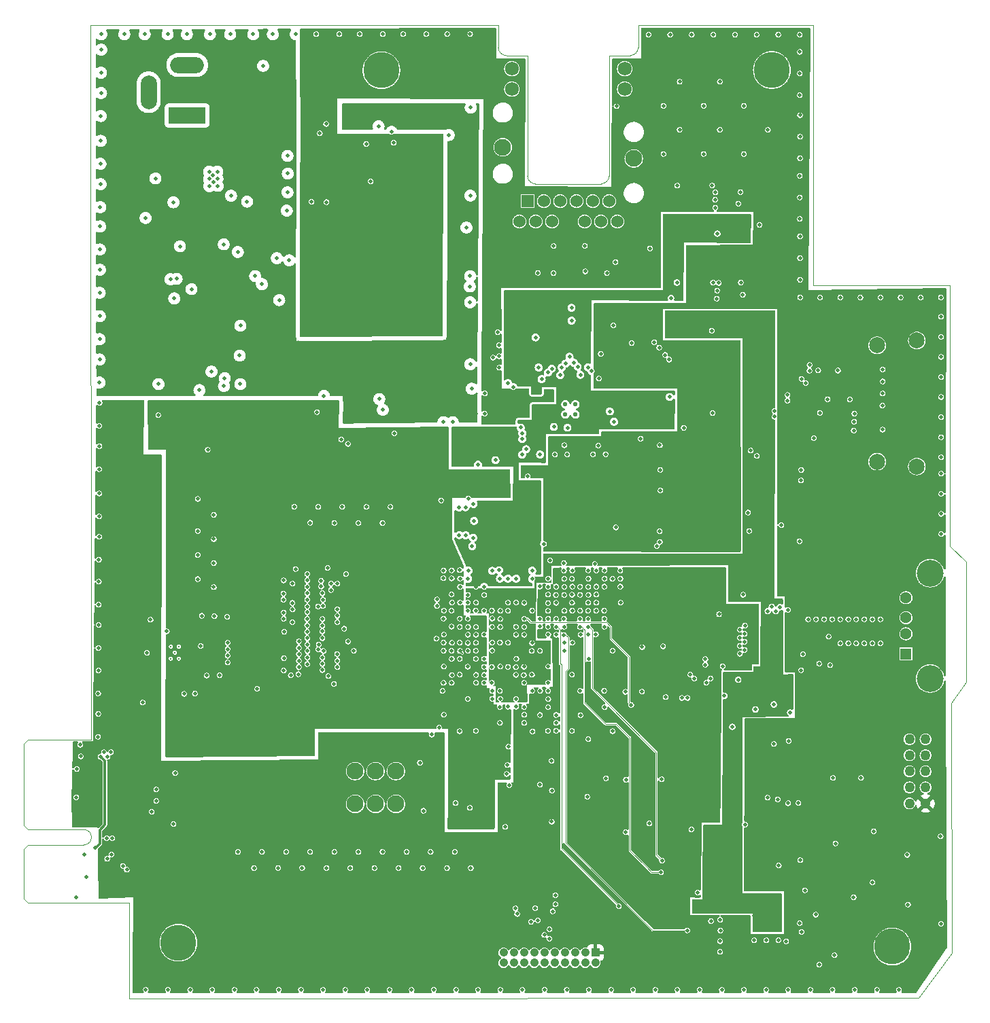
<source format=gbr>
G04 #@! TF.GenerationSoftware,KiCad,Pcbnew,(7.0.0)*
G04 #@! TF.CreationDate,2024-09-25T23:02:18+02:00*
G04 #@! TF.ProjectId,FPGA_dev_board,46504741-5f64-4657-965f-626f6172642e,rev?*
G04 #@! TF.SameCoordinates,Original*
G04 #@! TF.FileFunction,Copper,L5,Inr*
G04 #@! TF.FilePolarity,Positive*
%FSLAX46Y46*%
G04 Gerber Fmt 4.6, Leading zero omitted, Abs format (unit mm)*
G04 Created by KiCad (PCBNEW (7.0.0)) date 2024-09-25 23:02:18*
%MOMM*%
%LPD*%
G01*
G04 APERTURE LIST*
G04 #@! TA.AperFunction,ComponentPad*
%ADD10C,4.500000*%
G04 #@! TD*
G04 #@! TA.AperFunction,ComponentPad*
%ADD11C,0.300000*%
G04 #@! TD*
G04 #@! TA.AperFunction,ComponentPad*
%ADD12C,2.100000*%
G04 #@! TD*
G04 #@! TA.AperFunction,ComponentPad*
%ADD13R,1.530000X1.530000*%
G04 #@! TD*
G04 #@! TA.AperFunction,ComponentPad*
%ADD14C,1.530000*%
G04 #@! TD*
G04 #@! TA.AperFunction,ComponentPad*
%ADD15C,1.725000*%
G04 #@! TD*
G04 #@! TA.AperFunction,ComponentPad*
%ADD16R,4.600000X2.000000*%
G04 #@! TD*
G04 #@! TA.AperFunction,ComponentPad*
%ADD17O,4.200000X2.000000*%
G04 #@! TD*
G04 #@! TA.AperFunction,ComponentPad*
%ADD18O,2.000000X4.200000*%
G04 #@! TD*
G04 #@! TA.AperFunction,ComponentPad*
%ADD19R,1.060000X1.060000*%
G04 #@! TD*
G04 #@! TA.AperFunction,ComponentPad*
%ADD20C,1.060000*%
G04 #@! TD*
G04 #@! TA.AperFunction,ComponentPad*
%ADD21C,1.995000*%
G04 #@! TD*
G04 #@! TA.AperFunction,ComponentPad*
%ADD22C,1.270000*%
G04 #@! TD*
G04 #@! TA.AperFunction,ComponentPad*
%ADD23R,1.428000X1.428000*%
G04 #@! TD*
G04 #@! TA.AperFunction,ComponentPad*
%ADD24C,1.428000*%
G04 #@! TD*
G04 #@! TA.AperFunction,ComponentPad*
%ADD25C,3.346000*%
G04 #@! TD*
G04 #@! TA.AperFunction,ComponentPad*
%ADD26C,0.550000*%
G04 #@! TD*
G04 #@! TA.AperFunction,ViaPad*
%ADD27C,0.500000*%
G04 #@! TD*
G04 #@! TA.AperFunction,ViaPad*
%ADD28C,0.800000*%
G04 #@! TD*
G04 #@! TA.AperFunction,Conductor*
%ADD29C,0.350000*%
G04 #@! TD*
G04 #@! TA.AperFunction,Conductor*
%ADD30C,0.100000*%
G04 #@! TD*
G04 #@! TA.AperFunction,Conductor*
%ADD31C,0.150000*%
G04 #@! TD*
G04 #@! TA.AperFunction,Profile*
%ADD32C,0.100000*%
G04 #@! TD*
G04 #@! TA.AperFunction,Profile*
%ADD33C,0.010000*%
G04 #@! TD*
G04 APERTURE END LIST*
D10*
X81640000Y-125240000D03*
D11*
X55420000Y-198590000D03*
X56420000Y-198590000D03*
X55920000Y-197840000D03*
X55420000Y-197090000D03*
X56420000Y-197090000D03*
D12*
X78370000Y-212590000D03*
X80910000Y-212590000D03*
X83450000Y-212590000D03*
D13*
X99833999Y-141559999D03*
D14*
X101866000Y-141560000D03*
X103898000Y-141560000D03*
X105930000Y-141560000D03*
X107962000Y-141560000D03*
X109994000Y-141560000D03*
X98818000Y-144100000D03*
X100850000Y-144100000D03*
X102882000Y-144100000D03*
X106946000Y-144100000D03*
X108978000Y-144100000D03*
X111010000Y-144100000D03*
D15*
X97889000Y-127590000D03*
X97889000Y-125050000D03*
X111939000Y-127590000D03*
X111939000Y-125050000D03*
D12*
X113069000Y-136230000D03*
X96759000Y-134830000D03*
D16*
X57459999Y-130879999D03*
D17*
X57459999Y-124579999D03*
D18*
X52659999Y-127979999D03*
D10*
X56360000Y-233980000D03*
D19*
X108279999Y-235229999D03*
D20*
X108280000Y-236500000D03*
X107010000Y-235230000D03*
X107010000Y-236500000D03*
X105740000Y-235230000D03*
X105740000Y-236500000D03*
X104470000Y-235230000D03*
X104470000Y-236500000D03*
X103200000Y-235230000D03*
X103200000Y-236500000D03*
X101930000Y-235230000D03*
X101930000Y-236500000D03*
X100660000Y-235230000D03*
X100660000Y-236500000D03*
X99390000Y-235230000D03*
X99390000Y-236500000D03*
X98120000Y-235230000D03*
X98120000Y-236500000D03*
X96850000Y-235230000D03*
X96850000Y-236500000D03*
D21*
X143370000Y-174020000D03*
X143370000Y-159520000D03*
X148320000Y-174620000D03*
X148320000Y-158920000D03*
D22*
X149400000Y-216620000D03*
X149400000Y-214620001D03*
X149400000Y-212620000D03*
X149400000Y-210619999D03*
X149400000Y-208620001D03*
X147399999Y-216620000D03*
X147399999Y-214620001D03*
X147399999Y-212620000D03*
X147399999Y-210619999D03*
X147399999Y-208620001D03*
D10*
X145270000Y-234470000D03*
D23*
X146969999Y-197979999D03*
D24*
X146970000Y-195480000D03*
X146970000Y-193480000D03*
X146970000Y-190980000D03*
D25*
X149970000Y-201050000D03*
X149970000Y-187910000D03*
D12*
X78370000Y-216680000D03*
X80910000Y-216680000D03*
X83450000Y-216680000D03*
D10*
X130270000Y-125210000D03*
D26*
X105795000Y-166885000D03*
X105795000Y-168135000D03*
X104545000Y-166885000D03*
X104545000Y-168135000D03*
D27*
X95407000Y-201600000D03*
X95432000Y-193575000D03*
X76650000Y-171250000D03*
X99407000Y-195600000D03*
X100382000Y-197625000D03*
X83260000Y-170490000D03*
X96432000Y-203575000D03*
X94444500Y-190637500D03*
X96432000Y-199575000D03*
X96432000Y-194625000D03*
X99382000Y-200625000D03*
X97407000Y-192600000D03*
X89070000Y-178860000D03*
X92470000Y-178610000D03*
X98400000Y-203610000D03*
X96307500Y-187560000D03*
X98432000Y-191575000D03*
X98407000Y-195600000D03*
X131070000Y-233680000D03*
X79780000Y-179670000D03*
X79750000Y-134420000D03*
X46760000Y-120740000D03*
X66910000Y-124690000D03*
X81780000Y-222670000D03*
X109620000Y-213490000D03*
X78780000Y-222670000D03*
X92700000Y-120740000D03*
X46660000Y-136900000D03*
X99432000Y-205575000D03*
X146102659Y-239860000D03*
X122984284Y-120810000D03*
X110432000Y-207625000D03*
X102407000Y-201600000D03*
X144060000Y-165540000D03*
X133770000Y-151340000D03*
X58990000Y-165110000D03*
X69502324Y-198512324D03*
X90407000Y-187575000D03*
X102432000Y-203625000D03*
X110420000Y-197590000D03*
X116240000Y-159800000D03*
X123480000Y-145600000D03*
X96432000Y-193650000D03*
X121040000Y-227740000D03*
X91382000Y-207625000D03*
X92950000Y-184560000D03*
X46620000Y-144700000D03*
X96130000Y-157900000D03*
X108210000Y-186790000D03*
X62450000Y-193370000D03*
X141780000Y-193670000D03*
X43647220Y-215858580D03*
X66105304Y-239860000D03*
X127450000Y-182660000D03*
X125675712Y-120810000D03*
X46550000Y-166690000D03*
X77780000Y-224670000D03*
X92700000Y-150890000D03*
X142810000Y-226460000D03*
X46590000Y-155890000D03*
X74810000Y-141680000D03*
X97450000Y-209560000D03*
X59160000Y-196990000D03*
X57829717Y-239860000D03*
X123860233Y-232471734D03*
X126920000Y-219250000D03*
X44930000Y-225790000D03*
X133960000Y-232640000D03*
X87220000Y-120740000D03*
X106432000Y-195600000D03*
X93407000Y-207575000D03*
X89407000Y-205575000D03*
X97407000Y-191600000D03*
X73754500Y-192076088D03*
X134130000Y-198030000D03*
X142780000Y-196670000D03*
X46690000Y-134030000D03*
X105387500Y-200577500D03*
X95432000Y-187625000D03*
X78950000Y-120740000D03*
X112010000Y-202720000D03*
X60780000Y-183670000D03*
X93190000Y-181410000D03*
X142780000Y-193670000D03*
X151280000Y-220730000D03*
X134390000Y-227450000D03*
X123780000Y-132670000D03*
X104410000Y-196590000D03*
X46570000Y-161290000D03*
X59270000Y-193240000D03*
X104407000Y-197600000D03*
X66770000Y-151900000D03*
X123690000Y-193050000D03*
X136291428Y-153560000D03*
X46590000Y-147570000D03*
X81780000Y-181670000D03*
X126780000Y-135670000D03*
X91432000Y-189630000D03*
X104432000Y-189625000D03*
X109382000Y-192575000D03*
X133770000Y-145957140D03*
X89370000Y-169106097D03*
X44620000Y-223000000D03*
X118490000Y-139630000D03*
X112080000Y-220210000D03*
X101130000Y-150490000D03*
X143780000Y-193670000D03*
X97407000Y-199600000D03*
X95432000Y-203575000D03*
X60020000Y-172550000D03*
X143780000Y-196670000D03*
X143795712Y-153560000D03*
X71780000Y-224670000D03*
X96300000Y-160890000D03*
X128220000Y-204900000D03*
X46560000Y-158760000D03*
X117490000Y-161310000D03*
X81820000Y-167550000D03*
X120292856Y-120810000D03*
X92720000Y-161880000D03*
X69440000Y-191230000D03*
X78220000Y-197610000D03*
X137780000Y-193670000D03*
X151360000Y-180531428D03*
X151330000Y-231620000D03*
X62820000Y-120740000D03*
X141372000Y-213448000D03*
X129580000Y-233690000D03*
X109432000Y-204625000D03*
X46640000Y-142300000D03*
X118517355Y-239860000D03*
X46760000Y-122670000D03*
X126690000Y-190610000D03*
X49630000Y-120740000D03*
X75780000Y-181670000D03*
X133750000Y-143780000D03*
X68863833Y-239860000D03*
X77470000Y-171810000D03*
X88173536Y-239860000D03*
X94444500Y-189637500D03*
X140450000Y-228330000D03*
X106407000Y-192600000D03*
X100419500Y-187612500D03*
X138180000Y-221610000D03*
X118780000Y-126670000D03*
X46730000Y-125540000D03*
X116320000Y-171980000D03*
X121780000Y-129670000D03*
X128070000Y-233690000D03*
X133750000Y-128340000D03*
X98382000Y-200600000D03*
X101966181Y-239860000D03*
X132550000Y-205290000D03*
X132310000Y-239860000D03*
X95432000Y-202600000D03*
X123400000Y-153710000D03*
X135068529Y-239860000D03*
X46520000Y-177990000D03*
X110530000Y-157030000D03*
X116727794Y-197046264D03*
X137510000Y-199400000D03*
X117050000Y-203380000D03*
X58000000Y-152520000D03*
X126080000Y-201200000D03*
X46500000Y-174960000D03*
X90880000Y-216580000D03*
X107483239Y-239860000D03*
X68130000Y-120740000D03*
X73780000Y-179670000D03*
X128730000Y-144520000D03*
X43717220Y-212328580D03*
X55380000Y-151290000D03*
X130540000Y-209220000D03*
X46410000Y-200050000D03*
X135720000Y-230490000D03*
X151340000Y-165975716D03*
X95850000Y-173840000D03*
X73530000Y-120740000D03*
X114120000Y-197130000D03*
X100407000Y-192600000D03*
X123820233Y-233791734D03*
X151340000Y-158471432D03*
X46670000Y-139430000D03*
X60780000Y-180670000D03*
X68920000Y-153880000D03*
X106407000Y-202600000D03*
X133750000Y-141088572D03*
X106432000Y-205625000D03*
X75365000Y-190030000D03*
X151360000Y-183032856D03*
X72415000Y-188830000D03*
X124034413Y-239860000D03*
X95410000Y-194600000D03*
X51920000Y-204050000D03*
X66184122Y-202325878D03*
X69440000Y-190455000D03*
X105070000Y-160960000D03*
X60780000Y-189670000D03*
X68780000Y-224670000D03*
X144070000Y-164030000D03*
X107432000Y-188625000D03*
X63780000Y-222670000D03*
X133750000Y-125648572D03*
X105320000Y-154840000D03*
X99432000Y-191625000D03*
X110241768Y-239860000D03*
X98432000Y-188600000D03*
X140585587Y-239860000D03*
X131058568Y-120810000D03*
X52460000Y-197860000D03*
X116780000Y-135670000D03*
X76780000Y-179670000D03*
X85415007Y-239860000D03*
X133750000Y-122957140D03*
X151360000Y-175528572D03*
X52900000Y-193730000D03*
X116780000Y-129670000D03*
X72950000Y-141640000D03*
X99407000Y-201600000D03*
X72780000Y-222670000D03*
X77139420Y-239860000D03*
X98070000Y-164730000D03*
X126650000Y-153210000D03*
X96290000Y-159530000D03*
X88490500Y-196085522D03*
X129780000Y-132670000D03*
X73639998Y-167850000D03*
X107419500Y-208612500D03*
X144070000Y-162530000D03*
X98407000Y-194600000D03*
X46540000Y-164160000D03*
X43627220Y-228318580D03*
X114910000Y-120810000D03*
X94500000Y-168040000D03*
X91432000Y-191600000D03*
X135780000Y-193670000D03*
X133770000Y-133528572D03*
X109382000Y-202575000D03*
X136250000Y-167950000D03*
X133770000Y-130837140D03*
X132060000Y-233810000D03*
X125340000Y-207070000D03*
X102430000Y-199583388D03*
X65690000Y-120740000D03*
X110830000Y-182220000D03*
X100457000Y-207650000D03*
X105330000Y-156450000D03*
X133790000Y-153560000D03*
X60290000Y-120740000D03*
X104724710Y-239860000D03*
X126090000Y-141860000D03*
X63760000Y-147890000D03*
X86780000Y-224670000D03*
X100432000Y-188625000D03*
X65780000Y-224670000D03*
X116990000Y-160730000D03*
X93680000Y-174410000D03*
X137330000Y-195840000D03*
X137827058Y-239860000D03*
X46490000Y-180860000D03*
X58780000Y-182670000D03*
X107444000Y-198611000D03*
X136150000Y-199190000D03*
X99870000Y-175870000D03*
X75780000Y-222670000D03*
X74380891Y-239860000D03*
X138780000Y-193670000D03*
X64090000Y-157070000D03*
X133770000Y-136220000D03*
X151300000Y-153560000D03*
X136160000Y-236720000D03*
X60780000Y-186670000D03*
X133750000Y-231540000D03*
X52160000Y-120740000D03*
X115960000Y-184530000D03*
X62040000Y-164590000D03*
X52312659Y-239860000D03*
X139970000Y-166270000D03*
X133910000Y-200020000D03*
X147220000Y-229230000D03*
X142950000Y-220100000D03*
X104380000Y-186680000D03*
X55071188Y-239860000D03*
X46500000Y-183390000D03*
X98457000Y-198575000D03*
X128367140Y-120810000D03*
X151340000Y-173480000D03*
X147130000Y-223040000D03*
X58780000Y-178670000D03*
X96420000Y-206590000D03*
X129551471Y-239860000D03*
X74760000Y-131930000D03*
X90932065Y-239860000D03*
X76400000Y-120740000D03*
X96420000Y-196560000D03*
X93080000Y-183530000D03*
X90390000Y-197605000D03*
X137200000Y-166250000D03*
X123220000Y-142370000D03*
X124136100Y-199520000D03*
X46390000Y-205450000D03*
X122680000Y-231290000D03*
X139780000Y-193670000D03*
X136780000Y-193670000D03*
X60860000Y-193290000D03*
X138500000Y-162670000D03*
X139780000Y-196670000D03*
X66780000Y-222670000D03*
X46360000Y-208320000D03*
X98382000Y-199625000D03*
X64079904Y-164357712D03*
X151340000Y-170978572D03*
X46710000Y-130940000D03*
X133750000Y-138397140D03*
X122780000Y-157699000D03*
X92780000Y-224670000D03*
X46570000Y-152970000D03*
X74821644Y-224669844D03*
X151340000Y-155970000D03*
X140780000Y-196670000D03*
X138780000Y-196670000D03*
X141294284Y-153560000D03*
X146297140Y-153560000D03*
X124350000Y-203210000D03*
X73829500Y-196829500D03*
X144060000Y-170030000D03*
X138792856Y-153560000D03*
X46380000Y-202920000D03*
X55750000Y-141690000D03*
X103382000Y-193625000D03*
X80310000Y-139100000D03*
X64920000Y-141610000D03*
X94540000Y-165510000D03*
X143344116Y-239860000D03*
X91407000Y-187550000D03*
X46530000Y-172090000D03*
X141780000Y-196670000D03*
X97350000Y-211850000D03*
X121780000Y-135670000D03*
X57070000Y-202970000D03*
X92670000Y-217180000D03*
X137880000Y-213448000D03*
X123830000Y-231120000D03*
X103070000Y-150520000D03*
X131130000Y-224360000D03*
X69490000Y-200055000D03*
X62010000Y-146930000D03*
X151340000Y-160972860D03*
X132360000Y-208830000D03*
X82780000Y-179670000D03*
X82656478Y-239860000D03*
X46460000Y-188990000D03*
X55030000Y-120740000D03*
X122880000Y-167970000D03*
X60588246Y-239860000D03*
X87780000Y-222670000D03*
X101370000Y-189590000D03*
X58780000Y-185670000D03*
X102650000Y-186340000D03*
X93407000Y-196600000D03*
X148798568Y-153560000D03*
X96340000Y-162320000D03*
X46600000Y-150100000D03*
X104420000Y-171980000D03*
X90390000Y-192590000D03*
X126792942Y-239860000D03*
X90780000Y-222670000D03*
X65930000Y-150890000D03*
X69860000Y-142730000D03*
X96407000Y-202600000D03*
X58420000Y-202930000D03*
X71000000Y-120740000D03*
X136040000Y-162660000D03*
X92770000Y-129900000D03*
X76165000Y-194030000D03*
X46430000Y-191860000D03*
X90540000Y-169096097D03*
X89821644Y-224669844D03*
X92720000Y-140860000D03*
X74490000Y-165830002D03*
X69780000Y-222670000D03*
X100407000Y-202600000D03*
X71622362Y-239860000D03*
X111394500Y-187612500D03*
X53860000Y-168230000D03*
X80780000Y-224670000D03*
X81820000Y-120740000D03*
X123820233Y-235131734D03*
X97072400Y-219550500D03*
X57420000Y-120740000D03*
X70565000Y-194030000D03*
X95407000Y-199600000D03*
X84350000Y-120740000D03*
X118780000Y-132670000D03*
X83180000Y-134290000D03*
X151340000Y-168477144D03*
X101382000Y-193625000D03*
X58780000Y-188670000D03*
X62920000Y-140870000D03*
X46520000Y-169560000D03*
X103407000Y-206600000D03*
X123780000Y-126670000D03*
X63996200Y-160810000D03*
X69490000Y-188830000D03*
X115758826Y-239860000D03*
X151360000Y-178030000D03*
X114090000Y-202690000D03*
X101230000Y-162290000D03*
X133770000Y-148648572D03*
X63346775Y-239860000D03*
X53890000Y-164350000D03*
X78780000Y-181670000D03*
X100407000Y-196625000D03*
X112810000Y-159250000D03*
X113000297Y-239860000D03*
X91432000Y-188590000D03*
X109720000Y-150540000D03*
X72794713Y-181642756D03*
X69490000Y-192830000D03*
X69990000Y-138120000D03*
X134780000Y-193670000D03*
X77240000Y-188030000D03*
X115630000Y-159140000D03*
X56140000Y-151240000D03*
X59890000Y-200680000D03*
X93110000Y-179300000D03*
X46440000Y-194390000D03*
X133800000Y-223690000D03*
X140780000Y-193670000D03*
X99394000Y-199586000D03*
X126780000Y-129670000D03*
X144020000Y-167030000D03*
X79897949Y-239860000D03*
X46470000Y-186260000D03*
X99432000Y-194625000D03*
X107030000Y-150310000D03*
X117710000Y-153629000D03*
X108960000Y-160600000D03*
X112090000Y-213660000D03*
X89830000Y-120740000D03*
X69950000Y-135910000D03*
X70794713Y-179642756D03*
X121275884Y-239860000D03*
X93430000Y-191590000D03*
X61500000Y-200640000D03*
X138070000Y-235550000D03*
X75750500Y-201725521D03*
X84780000Y-222670000D03*
X97407000Y-196600000D03*
X92432000Y-190625000D03*
X100840000Y-158540000D03*
X118440000Y-151709000D03*
X109408500Y-194601500D03*
X92407000Y-203600000D03*
X46410000Y-197260000D03*
X46740000Y-128070000D03*
X131450000Y-181940000D03*
X69950000Y-140450000D03*
X73980000Y-133110000D03*
X130520000Y-204290000D03*
X151340000Y-163474288D03*
X117601428Y-120810000D03*
X133750000Y-120810000D03*
X83780000Y-224670000D03*
X120240000Y-219870000D03*
X128630000Y-200230000D03*
X121370000Y-230090000D03*
X128690000Y-155529000D03*
X108810000Y-186559500D03*
X122190000Y-220360000D03*
X128060000Y-230660000D03*
X101382000Y-196625000D03*
X99400000Y-202580000D03*
X98432500Y-196632500D03*
X127370000Y-191120000D03*
X117700000Y-156919000D03*
X100407000Y-195575000D03*
X101361921Y-188633502D03*
X120730000Y-156959000D03*
X129520000Y-230680000D03*
X100419500Y-198612500D03*
X123030000Y-155729000D03*
X100432000Y-191600000D03*
X132080000Y-200990000D03*
X78760000Y-165680000D03*
X90450000Y-143860000D03*
X58690000Y-163800000D03*
X69410000Y-160860000D03*
D28*
X49000000Y-140660000D03*
D27*
X69450000Y-157130000D03*
X79030000Y-163510000D03*
X122930000Y-151719000D03*
X123190000Y-141380000D03*
X123450000Y-152699000D03*
X69450000Y-164360000D03*
X122840000Y-139620000D03*
X135480000Y-171090000D03*
D28*
X48980000Y-138700000D03*
D27*
X53130000Y-153680000D03*
X76920000Y-163480000D03*
X77980000Y-130410000D03*
X90040000Y-164914998D03*
X57100000Y-162820000D03*
X79950000Y-166270000D03*
X90000000Y-154170000D03*
D28*
X48960000Y-142470000D03*
D27*
X92875000Y-133315000D03*
X58440000Y-150970000D03*
X88950000Y-147420000D03*
X119050000Y-192280000D03*
X111270000Y-219580000D03*
X121850000Y-231200000D03*
X121420000Y-176990000D03*
X137070000Y-168570000D03*
X114120000Y-182270000D03*
X136570000Y-170650000D03*
X103432000Y-201600000D03*
X111280000Y-211020000D03*
X102610000Y-175050000D03*
X106920000Y-172130000D03*
X116340000Y-175890000D03*
X131870000Y-186230000D03*
X106432000Y-191575000D03*
X119400000Y-160730000D03*
X146040000Y-220120000D03*
X103970000Y-174980000D03*
X107166847Y-175888173D03*
X136220000Y-220750000D03*
X131460000Y-178610000D03*
X121290000Y-163740000D03*
X108770000Y-175520000D03*
X102407000Y-206600000D03*
X96725000Y-149790000D03*
X109407000Y-207600000D03*
X119110000Y-189950000D03*
X109432000Y-199625000D03*
X114690000Y-198380000D03*
X121040000Y-225870000D03*
X106394500Y-208587500D03*
X91350000Y-124590000D03*
X102750000Y-165290000D03*
X105330000Y-214590000D03*
X116150000Y-204430000D03*
X101407000Y-192600000D03*
X94890000Y-166410000D03*
X127020000Y-233760000D03*
X137100000Y-230490000D03*
X126510500Y-192160000D03*
X43470000Y-216919080D03*
X113880000Y-172150000D03*
X103369500Y-199587500D03*
X105407000Y-197600000D03*
X106388500Y-187601500D03*
X132580000Y-177660000D03*
X139230000Y-231380000D03*
X98432000Y-206625000D03*
X111710000Y-198320000D03*
X101407000Y-203600000D03*
X113810000Y-149780000D03*
X108407000Y-194600000D03*
X137130000Y-171540000D03*
X125490000Y-198540000D03*
X76980000Y-208860000D03*
X84990000Y-136540000D03*
X108407000Y-204600000D03*
X110432000Y-192625000D03*
X109432000Y-190600000D03*
X111760000Y-170550000D03*
X128020000Y-219270000D03*
X109382000Y-197575000D03*
X97460000Y-215380000D03*
X118700000Y-200410000D03*
X43440000Y-218090000D03*
X103400000Y-188560000D03*
X118420000Y-184800000D03*
X49950000Y-200220000D03*
X110432000Y-202625000D03*
X74000000Y-136590000D03*
X86440000Y-215230000D03*
X105382000Y-205575000D03*
X99800000Y-167990000D03*
X105407000Y-195575000D03*
X89000000Y-137380000D03*
X127080000Y-235140000D03*
X89070000Y-211730000D03*
X88730000Y-156710000D03*
X127070000Y-232440000D03*
X76990000Y-137160000D03*
X136230000Y-223080000D03*
X106432000Y-201575000D03*
X102883485Y-210012077D03*
X103432000Y-192575000D03*
X127100000Y-231120000D03*
X100570000Y-174970000D03*
X133580000Y-200990000D03*
X134230000Y-195830000D03*
X116350000Y-181350000D03*
X49640000Y-196790000D03*
X44200000Y-210760000D03*
X60220000Y-139680000D03*
X60190000Y-138780000D03*
X47540000Y-210800000D03*
X60710000Y-139210000D03*
X46030000Y-222110000D03*
X61210000Y-137880000D03*
X47100000Y-210250000D03*
X46670000Y-210800000D03*
X61220000Y-138750000D03*
X60680000Y-138310000D03*
X60190000Y-137880000D03*
X47980000Y-210240000D03*
X61250000Y-139650000D03*
X55850000Y-153680000D03*
X68620000Y-148660000D03*
X70160000Y-148930000D03*
X95407000Y-204600000D03*
X62800000Y-169370000D03*
X91407000Y-192600000D03*
X92920000Y-218440000D03*
X94382000Y-202575000D03*
X69465000Y-189630000D03*
X94432000Y-194625000D03*
X77215000Y-197630000D03*
X69490000Y-192030000D03*
X53870000Y-171700000D03*
X76165000Y-194830000D03*
X91407000Y-203600000D03*
X75765000Y-187280000D03*
X91407000Y-195600000D03*
X92407000Y-198600000D03*
X78650000Y-198070500D03*
X70565000Y-193230000D03*
X56870000Y-171670000D03*
X89440000Y-189630000D03*
X91407000Y-206600000D03*
X55690000Y-202860000D03*
X69490000Y-199230000D03*
X70565000Y-194830000D03*
X77310000Y-193580000D03*
X92420000Y-209610000D03*
X89390000Y-200580000D03*
X96350000Y-207640000D03*
X61470000Y-197240000D03*
X69490000Y-188030000D03*
X78194479Y-191229500D03*
X64880000Y-170650000D03*
X100075715Y-186239500D03*
X102720000Y-167280000D03*
X109710000Y-169270000D03*
X100350000Y-157880000D03*
X100740000Y-165240000D03*
X98030000Y-163530000D03*
X116250000Y-167200000D03*
X126920000Y-145030000D03*
X102380000Y-160170000D03*
X126740000Y-143640000D03*
X117710000Y-145510000D03*
X101820000Y-171780000D03*
X106950000Y-169840000D03*
X120710000Y-146220000D03*
X100200000Y-171190000D03*
X93400000Y-189610000D03*
X95407000Y-188600000D03*
X97420000Y-163270000D03*
X99432000Y-188625000D03*
X54930000Y-195180000D03*
X69490000Y-193605000D03*
X77480000Y-196450000D03*
X62490000Y-196600000D03*
X62490000Y-199060000D03*
X62490000Y-198190000D03*
X62490000Y-197390000D03*
X92130000Y-183200000D03*
X92432000Y-188625000D03*
X92120000Y-179720000D03*
X49449732Y-224401092D03*
X91340000Y-183190000D03*
X92502000Y-187610000D03*
X91330000Y-179740000D03*
X49944708Y-224896068D03*
X110080000Y-167760000D03*
X117530000Y-165970000D03*
X106990000Y-147120000D03*
X103100000Y-147150000D03*
X108710000Y-163670000D03*
X101600000Y-163740000D03*
X103910853Y-163238917D03*
X106420000Y-163190609D03*
X116370000Y-175040000D03*
X102407000Y-188600000D03*
X104407000Y-188625000D03*
X116390000Y-177600000D03*
X105407000Y-187600000D03*
X116300000Y-182700000D03*
X116320000Y-184020000D03*
X105382000Y-188625000D03*
X102407000Y-189625000D03*
X133710000Y-183940000D03*
X133910000Y-176370000D03*
X104382000Y-187600000D03*
X44137220Y-209318580D03*
X107280000Y-215780000D03*
X102394500Y-202587500D03*
X55960000Y-212850000D03*
X132300000Y-216600000D03*
X131000000Y-216120000D03*
X102419500Y-204612500D03*
X102860000Y-218890000D03*
X55770000Y-219190000D03*
X129720000Y-215910000D03*
X53597220Y-214888580D03*
X97570000Y-214350000D03*
X101420500Y-202593139D03*
X53047220Y-217668580D03*
X102407000Y-193600000D03*
X102870000Y-215030000D03*
X48022386Y-223003414D03*
X94432000Y-192625000D03*
X95407000Y-192600000D03*
X47492054Y-223533746D03*
X96407000Y-188600000D03*
X48137220Y-220958580D03*
X47437220Y-220958580D03*
X97407000Y-188600000D03*
X133580000Y-216570000D03*
X53597220Y-216308580D03*
X101407000Y-205600000D03*
X102840000Y-211330000D03*
X107845269Y-162755984D03*
X105603285Y-161696560D03*
X107364435Y-162275150D03*
X106084119Y-162177394D03*
X97420000Y-164240000D03*
X95570000Y-161060000D03*
X110790000Y-149150000D03*
X115090000Y-147450000D03*
X110910000Y-129730000D03*
X104090487Y-162284697D03*
X104571321Y-161803863D03*
X102867295Y-162446461D03*
X102386461Y-162927295D03*
X119060000Y-203480000D03*
X134960000Y-161980000D03*
X102382000Y-194600000D03*
X121990000Y-199340000D03*
X130587967Y-167719859D03*
X107432000Y-195600000D03*
X108357000Y-195550000D03*
X130587967Y-168419859D03*
X121990000Y-198640000D03*
X127300000Y-180370000D03*
X140540000Y-168020000D03*
X105407000Y-196600000D03*
X140510000Y-169040000D03*
X127630000Y-172650000D03*
X106369500Y-193637500D03*
X140460000Y-170150000D03*
X128400000Y-173320000D03*
X107369500Y-193637500D03*
X105382000Y-207575000D03*
X102590000Y-232300000D03*
X102560000Y-233480000D03*
X103310000Y-229200000D03*
X101930000Y-233020000D03*
X100280000Y-231390000D03*
X102382000Y-207575000D03*
X103320000Y-228060000D03*
X96449123Y-239860000D03*
X99207652Y-239860000D03*
X93690594Y-239860000D03*
X103407000Y-205603000D03*
X103382000Y-207575000D03*
X102980000Y-230070000D03*
X101130000Y-231200000D03*
X98340000Y-229710000D03*
X98550000Y-230400000D03*
X100800000Y-229670000D03*
X101421000Y-194586000D03*
X134950000Y-162680000D03*
X119760000Y-203480000D03*
X122631799Y-201041467D03*
X133954834Y-163694834D03*
X104382000Y-193625000D03*
X104407000Y-194600000D03*
X134485166Y-164225166D03*
X122101467Y-201571799D03*
X92230000Y-144840000D03*
X123650000Y-151750000D03*
X92650000Y-152180000D03*
X92690000Y-154160000D03*
X123230000Y-140450000D03*
X60490000Y-162790000D03*
X90030000Y-133310000D03*
X116550000Y-213630000D03*
X101390000Y-214280000D03*
X115010000Y-219130000D03*
X99432000Y-193625000D03*
X112760000Y-204360000D03*
X81380000Y-166220000D03*
X52280000Y-143650000D03*
X56560000Y-147180000D03*
X126400000Y-151700000D03*
X126360000Y-140420000D03*
X62130000Y-163620000D03*
X53510000Y-138720000D03*
X82910000Y-132920000D03*
X72440000Y-197630000D03*
X95420000Y-197560000D03*
X90415000Y-200605000D03*
X74315000Y-198455000D03*
X93407000Y-198600000D03*
X72440000Y-198430000D03*
X71365000Y-198030000D03*
X94407000Y-199600000D03*
X90407000Y-201600000D03*
X76165000Y-198830000D03*
X95440000Y-196577000D03*
X71365000Y-198830000D03*
X76165000Y-199630000D03*
X92395000Y-199580000D03*
X71365000Y-199630000D03*
X89250000Y-202590000D03*
X94440000Y-200605000D03*
X75040000Y-200760000D03*
X72415000Y-199255000D03*
X94430000Y-198600000D03*
X74315000Y-196030000D03*
X93394500Y-197587500D03*
X89394500Y-201612500D03*
X74315000Y-199230000D03*
X74440000Y-197630500D03*
X89407000Y-199575000D03*
X71290000Y-200520000D03*
X90407000Y-198600000D03*
X74315000Y-200005000D03*
X94432000Y-201600000D03*
X71365000Y-197230000D03*
X94419500Y-195587500D03*
X91415000Y-200555000D03*
X76140000Y-198005000D03*
X91420000Y-198590000D03*
X72440000Y-196830000D03*
X91432000Y-197625000D03*
X77020000Y-194850000D03*
X70360000Y-200650000D03*
X93382500Y-192605000D03*
X71365000Y-196430000D03*
X72390000Y-194430000D03*
X89394500Y-197587500D03*
X72390000Y-195230000D03*
X92432000Y-197600000D03*
X92432000Y-195600000D03*
X72415000Y-196030000D03*
X69540000Y-195230000D03*
X92407000Y-196625000D03*
X108407000Y-189600000D03*
X110610000Y-169050000D03*
X108394500Y-191612500D03*
X107990000Y-173110000D03*
X103382000Y-191625000D03*
X101910000Y-184290000D03*
X107382000Y-192600000D03*
X113920000Y-171160000D03*
X104394500Y-190637500D03*
X104790000Y-173130000D03*
X96432000Y-192625000D03*
X103369500Y-190637500D03*
X103250000Y-173130000D03*
X105394500Y-190612500D03*
X101400000Y-173130000D03*
X105394500Y-191612500D03*
X99160000Y-173150000D03*
X109560000Y-173100000D03*
X106394500Y-189612500D03*
X133930000Y-175050000D03*
X101407000Y-197600000D03*
X105408500Y-189598500D03*
X100400000Y-200590000D03*
X86440000Y-211550000D03*
X88820000Y-207160000D03*
X96407000Y-204600000D03*
X116580000Y-223750000D03*
X107382000Y-194625000D03*
X106382000Y-194650000D03*
X116470000Y-225220000D03*
X119740000Y-232450000D03*
X104382000Y-195625000D03*
X103446000Y-194614000D03*
X111220000Y-229430000D03*
X74360000Y-192030000D03*
X93432000Y-195600000D03*
X91419500Y-193587500D03*
X72415000Y-191230000D03*
X93440000Y-200605000D03*
X74293434Y-194480000D03*
X74293434Y-195180000D03*
X93440000Y-201575500D03*
X74315000Y-193630000D03*
X91419500Y-194612500D03*
X92444500Y-194637500D03*
X70590000Y-192455000D03*
X75370000Y-189230000D03*
X92400000Y-191590000D03*
X89394500Y-193587500D03*
X74315000Y-190430000D03*
X90394500Y-194587500D03*
X74381811Y-191230000D03*
X72440000Y-190430000D03*
X89419500Y-192587500D03*
X89419500Y-195587500D03*
X76160000Y-192420000D03*
X92419500Y-193587500D03*
X70565000Y-191630000D03*
X89394500Y-196587500D03*
X76165000Y-193230000D03*
X72390000Y-193630500D03*
X93432000Y-194625000D03*
X92432000Y-192625000D03*
X70965000Y-187405000D03*
X74940000Y-187280000D03*
X90407000Y-188575000D03*
X74152875Y-188880000D03*
X88557000Y-191200000D03*
X88557000Y-192000000D03*
X74152875Y-189580000D03*
X70570000Y-189230000D03*
X90394500Y-190562500D03*
X89365000Y-188555000D03*
X72390000Y-189630000D03*
X89394500Y-187587500D03*
X72415000Y-188030000D03*
X76170000Y-189230000D03*
X90426000Y-191591000D03*
X120112512Y-200562512D03*
X132215194Y-165717338D03*
X103407000Y-195600000D03*
X132215194Y-166417338D03*
X102432000Y-195575000D03*
X120607488Y-201057488D03*
X102394500Y-191637500D03*
X99670000Y-172470000D03*
X102382000Y-192625000D03*
X97432000Y-204575000D03*
X87930000Y-208050000D03*
X102407000Y-190600000D03*
X98995000Y-169785000D03*
X103120000Y-169700000D03*
X103410000Y-189600000D03*
X98432000Y-204575000D03*
X99407000Y-204600000D03*
X104432000Y-192625000D03*
X99190000Y-171220000D03*
X129760000Y-192650000D03*
X106382000Y-190625000D03*
X99190000Y-170480000D03*
X105407000Y-192600000D03*
X86890000Y-217540000D03*
X81290000Y-132210000D03*
X92900000Y-164930000D03*
X126880000Y-195480000D03*
X111407000Y-189600000D03*
X107407000Y-189625000D03*
X104810000Y-169790000D03*
X119290000Y-169800000D03*
X107394500Y-191612500D03*
X126290000Y-196000000D03*
X109407000Y-189600000D03*
X107432000Y-190625000D03*
X108630000Y-172020000D03*
X108407000Y-190600000D03*
X126870000Y-196470000D03*
X99432000Y-206600000D03*
X97240000Y-212960000D03*
X110407000Y-188625000D03*
X126300000Y-194970000D03*
X126910000Y-194460000D03*
X111407000Y-188600000D03*
X109407000Y-193600000D03*
X126300000Y-197970000D03*
X108382000Y-192600000D03*
X126870000Y-197480000D03*
X111432000Y-191600000D03*
X126270000Y-196980000D03*
X109432000Y-188600000D03*
X130260000Y-192130000D03*
X130750000Y-192650000D03*
X109432000Y-187575000D03*
X108407000Y-187575000D03*
X131260000Y-192160000D03*
X107407000Y-187575000D03*
X132270000Y-192490000D03*
X72421858Y-192780000D03*
X90419500Y-196612500D03*
X91407000Y-196575000D03*
X72421858Y-192080000D03*
X73790000Y-197430000D03*
D29*
X46590000Y-221620000D02*
X46090000Y-222120000D01*
X46590000Y-219920000D02*
X46590000Y-221620000D01*
X47220000Y-219290000D02*
X46590000Y-219920000D01*
X46670000Y-210800000D02*
X47220000Y-211350000D01*
X47220000Y-211350000D02*
X47220000Y-219290000D01*
D30*
X112490000Y-198350000D02*
X112490000Y-204090000D01*
X112490000Y-204090000D02*
X112760000Y-204360000D01*
X99432000Y-193625000D02*
X99845000Y-193625000D01*
X110210000Y-196070000D02*
X112490000Y-198350000D01*
X108660000Y-194080000D02*
X109670000Y-194080000D01*
X110210000Y-194620000D02*
X110210000Y-196070000D01*
X109670000Y-194080000D02*
X110210000Y-194620000D01*
X99845000Y-193625000D02*
X100230000Y-194010000D01*
X100230000Y-194010000D02*
X100300000Y-194080000D01*
X100300000Y-194080000D02*
X101700000Y-194080000D01*
X108660000Y-194080000D02*
X108720000Y-194080000D01*
X101700000Y-194080000D02*
X108660000Y-194080000D01*
D31*
X91432000Y-197625000D02*
X91719500Y-197912500D01*
D30*
X115890000Y-217290000D02*
X115890000Y-223040000D01*
X108810000Y-203190000D02*
X115890000Y-210270000D01*
X107900000Y-194960000D02*
X107910000Y-194960000D01*
X115890000Y-223040000D02*
X116600000Y-223750000D01*
X107382000Y-194625000D02*
X107565000Y-194625000D01*
X107910000Y-195830000D02*
X107910000Y-202290000D01*
X107910000Y-194960000D02*
X107910000Y-195830000D01*
X115890000Y-210270000D02*
X115890000Y-217290000D01*
X107565000Y-194625000D02*
X107840000Y-194900000D01*
X107840000Y-194900000D02*
X107900000Y-194960000D01*
X107910000Y-202290000D02*
X108810000Y-203190000D01*
X115290000Y-225210000D02*
X116480000Y-225210000D01*
X106630000Y-194650000D02*
X106830000Y-194850000D01*
X110870000Y-206740000D02*
X112530000Y-208400000D01*
X112530000Y-208400000D02*
X112590000Y-208400000D01*
X112590000Y-222510000D02*
X114640000Y-224560000D01*
X106382000Y-194650000D02*
X106630000Y-194650000D01*
X112590000Y-208400000D02*
X112590000Y-222510000D01*
X106830000Y-194850000D02*
X106940000Y-194960000D01*
X106940000Y-195830000D02*
X106940000Y-204120000D01*
X107690000Y-204870000D02*
X109560000Y-206740000D01*
X114640000Y-224560000D02*
X115290000Y-225210000D01*
X106940000Y-204120000D02*
X107690000Y-204870000D01*
X109560000Y-206740000D02*
X110870000Y-206740000D01*
X106940000Y-194960000D02*
X106940000Y-195830000D01*
X104920000Y-199810000D02*
X104580000Y-200150000D01*
X115460000Y-232450000D02*
X119740000Y-232450000D01*
X104615000Y-195625000D02*
X104920000Y-195930000D01*
X104580000Y-221570000D02*
X115460000Y-232450000D01*
X104920000Y-195930000D02*
X104920000Y-199810000D01*
X104382000Y-195625000D02*
X104615000Y-195625000D01*
X104580000Y-200150000D02*
X104580000Y-221570000D01*
X103554000Y-194614000D02*
X103890000Y-194950000D01*
X104050000Y-222270000D02*
X111250000Y-229470000D01*
X104050000Y-199330000D02*
X104050000Y-222270000D01*
X103446000Y-194614000D02*
X103554000Y-194614000D01*
X103890000Y-199170000D02*
X104050000Y-199330000D01*
X103890000Y-194950000D02*
X103890000Y-199170000D01*
G04 #@! TA.AperFunction,Conductor*
G36*
X70344702Y-120076372D02*
G01*
X70373330Y-120087428D01*
X70398365Y-120105177D01*
X70418275Y-120128530D01*
X70431839Y-120156058D01*
X70438228Y-120186074D01*
X70437050Y-120216739D01*
X70428377Y-120246177D01*
X70412740Y-120272582D01*
X70385152Y-120308223D01*
X70385139Y-120308240D01*
X70383226Y-120310713D01*
X70381579Y-120313354D01*
X70381568Y-120313371D01*
X70344616Y-120372655D01*
X70344609Y-120372666D01*
X70342960Y-120375313D01*
X70341585Y-120378115D01*
X70341580Y-120378125D01*
X70310817Y-120440840D01*
X70309436Y-120443656D01*
X70308351Y-120446583D01*
X70308343Y-120446604D01*
X70284089Y-120512095D01*
X70282999Y-120515039D01*
X70282218Y-120518054D01*
X70282214Y-120518068D01*
X70264706Y-120585690D01*
X70263919Y-120588731D01*
X70263444Y-120591826D01*
X70263442Y-120591840D01*
X70252869Y-120660859D01*
X70252868Y-120660868D01*
X70252392Y-120663976D01*
X70248536Y-120740000D01*
X70252392Y-120816024D01*
X70252868Y-120819133D01*
X70252869Y-120819140D01*
X70263442Y-120888159D01*
X70263444Y-120888169D01*
X70263919Y-120891269D01*
X70282999Y-120964961D01*
X70284089Y-120967904D01*
X70308343Y-121033395D01*
X70308349Y-121033409D01*
X70309436Y-121036344D01*
X70342960Y-121104687D01*
X70344614Y-121107341D01*
X70344616Y-121107344D01*
X70381568Y-121166628D01*
X70381573Y-121166636D01*
X70383226Y-121169287D01*
X70429821Y-121229483D01*
X70482266Y-121284656D01*
X70540024Y-121334239D01*
X70602503Y-121377726D01*
X70605245Y-121379248D01*
X70605250Y-121379251D01*
X70642869Y-121400131D01*
X70669060Y-121414668D01*
X70739013Y-121444687D01*
X70811644Y-121467475D01*
X70886207Y-121482798D01*
X70909177Y-121485134D01*
X70938687Y-121491848D01*
X70965693Y-121505509D01*
X70988584Y-121525306D01*
X71005998Y-121550059D01*
X71016897Y-121578292D01*
X71020632Y-121608325D01*
X71025705Y-125239999D01*
X71025706Y-125240700D01*
X71025706Y-125240704D01*
X71028987Y-127590000D01*
X71035050Y-131930700D01*
X71036698Y-133110700D01*
X71036698Y-133110701D01*
X71038498Y-134399998D01*
X71038498Y-134400369D01*
X71038468Y-134419168D01*
X71038468Y-134419173D01*
X71032821Y-137823991D01*
X71030706Y-139099168D01*
X71026494Y-141639168D01*
X71015198Y-148450075D01*
X71011748Y-148478915D01*
X71001684Y-148506162D01*
X70985558Y-148530319D01*
X70964254Y-148550063D01*
X70938941Y-148564309D01*
X70911010Y-148572276D01*
X70881991Y-148573527D01*
X70853477Y-148567992D01*
X70827033Y-148555977D01*
X70804109Y-148538139D01*
X70785965Y-148515458D01*
X70778438Y-148503381D01*
X70778428Y-148503367D01*
X70776774Y-148500713D01*
X70730179Y-148440517D01*
X70722173Y-148432095D01*
X70714199Y-148423706D01*
X70677734Y-148385344D01*
X70619976Y-148335761D01*
X70587440Y-148313115D01*
X70560075Y-148294068D01*
X70560070Y-148294064D01*
X70557497Y-148292274D01*
X70554759Y-148290754D01*
X70554749Y-148290748D01*
X70493685Y-148256855D01*
X70493675Y-148256850D01*
X70490940Y-148255332D01*
X70466090Y-148244668D01*
X70423878Y-148226553D01*
X70423867Y-148226549D01*
X70420987Y-148225313D01*
X70417989Y-148224372D01*
X70417980Y-148224369D01*
X70351352Y-148203465D01*
X70348356Y-148202525D01*
X70345301Y-148201897D01*
X70345285Y-148201893D01*
X70276866Y-148187833D01*
X70276856Y-148187831D01*
X70273793Y-148187202D01*
X70270680Y-148186885D01*
X70270671Y-148186884D01*
X70201183Y-148179817D01*
X70201173Y-148179816D01*
X70198061Y-148179500D01*
X70121939Y-148179500D01*
X70118827Y-148179816D01*
X70118816Y-148179817D01*
X70049328Y-148186884D01*
X70049316Y-148186885D01*
X70046207Y-148187202D01*
X70043146Y-148187830D01*
X70043133Y-148187833D01*
X69974714Y-148201893D01*
X69974693Y-148201898D01*
X69971644Y-148202525D01*
X69968652Y-148203463D01*
X69968647Y-148203465D01*
X69902019Y-148224369D01*
X69902003Y-148224374D01*
X69899013Y-148225313D01*
X69896138Y-148226546D01*
X69896121Y-148226553D01*
X69831942Y-148254095D01*
X69831938Y-148254096D01*
X69829060Y-148255332D01*
X69826331Y-148256846D01*
X69826314Y-148256855D01*
X69765250Y-148290748D01*
X69765231Y-148290759D01*
X69762503Y-148292274D01*
X69759938Y-148294058D01*
X69759924Y-148294068D01*
X69702602Y-148333966D01*
X69702593Y-148333972D01*
X69700024Y-148335761D01*
X69697650Y-148337798D01*
X69697646Y-148337802D01*
X69644639Y-148383306D01*
X69644629Y-148383314D01*
X69642266Y-148385344D01*
X69640109Y-148387612D01*
X69640106Y-148387616D01*
X69591987Y-148438237D01*
X69591975Y-148438250D01*
X69589821Y-148440517D01*
X69587903Y-148442995D01*
X69556169Y-148483992D01*
X69534565Y-148505718D01*
X69508293Y-148521483D01*
X69478958Y-148530325D01*
X69448351Y-148531705D01*
X69418339Y-148525538D01*
X69390756Y-148512200D01*
X69367285Y-148492507D01*
X69349359Y-148467659D01*
X69338820Y-148441060D01*
X69338733Y-148441088D01*
X69338359Y-148439898D01*
X69338073Y-148439175D01*
X69337791Y-148438088D01*
X69337785Y-148438068D01*
X69337001Y-148435039D01*
X69310564Y-148363656D01*
X69277040Y-148295313D01*
X69246243Y-148245904D01*
X69238431Y-148233371D01*
X69238428Y-148233367D01*
X69236774Y-148230713D01*
X69231863Y-148224369D01*
X69192104Y-148173004D01*
X69190179Y-148170517D01*
X69184211Y-148164239D01*
X69140167Y-148117904D01*
X69137734Y-148115344D01*
X69079976Y-148065761D01*
X69067382Y-148056995D01*
X69020075Y-148024068D01*
X69020070Y-148024064D01*
X69017497Y-148022274D01*
X69014759Y-148020754D01*
X69014749Y-148020748D01*
X68953685Y-147986855D01*
X68953675Y-147986850D01*
X68950940Y-147985332D01*
X68933287Y-147977756D01*
X68883878Y-147956553D01*
X68883867Y-147956549D01*
X68880987Y-147955313D01*
X68877989Y-147954372D01*
X68877980Y-147954369D01*
X68811352Y-147933465D01*
X68808356Y-147932525D01*
X68805301Y-147931897D01*
X68805285Y-147931893D01*
X68736866Y-147917833D01*
X68736856Y-147917831D01*
X68733793Y-147917202D01*
X68730680Y-147916885D01*
X68730671Y-147916884D01*
X68661183Y-147909817D01*
X68661173Y-147909816D01*
X68658061Y-147909500D01*
X68581939Y-147909500D01*
X68578827Y-147909816D01*
X68578816Y-147909817D01*
X68509328Y-147916884D01*
X68509316Y-147916885D01*
X68506207Y-147917202D01*
X68503146Y-147917830D01*
X68503133Y-147917833D01*
X68434714Y-147931893D01*
X68434693Y-147931898D01*
X68431644Y-147932525D01*
X68428652Y-147933463D01*
X68428647Y-147933465D01*
X68362019Y-147954369D01*
X68362003Y-147954374D01*
X68359013Y-147955313D01*
X68356138Y-147956546D01*
X68356121Y-147956553D01*
X68291942Y-147984095D01*
X68291938Y-147984096D01*
X68289060Y-147985332D01*
X68286331Y-147986846D01*
X68286314Y-147986855D01*
X68225250Y-148020748D01*
X68225231Y-148020759D01*
X68222503Y-148022274D01*
X68219938Y-148024058D01*
X68219924Y-148024068D01*
X68162602Y-148063966D01*
X68162593Y-148063972D01*
X68160024Y-148065761D01*
X68157650Y-148067798D01*
X68157646Y-148067802D01*
X68104639Y-148113306D01*
X68104629Y-148113314D01*
X68102266Y-148115344D01*
X68100109Y-148117612D01*
X68100106Y-148117616D01*
X68051987Y-148168237D01*
X68051975Y-148168250D01*
X68049821Y-148170517D01*
X68047904Y-148172993D01*
X68047895Y-148173004D01*
X68005146Y-148228231D01*
X68005135Y-148228246D01*
X68003226Y-148230713D01*
X68001579Y-148233354D01*
X68001568Y-148233371D01*
X67964616Y-148292655D01*
X67964609Y-148292666D01*
X67962960Y-148295313D01*
X67961585Y-148298115D01*
X67961580Y-148298125D01*
X67943119Y-148335761D01*
X67929436Y-148363656D01*
X67928351Y-148366583D01*
X67928343Y-148366604D01*
X67904089Y-148432095D01*
X67902999Y-148435039D01*
X67902218Y-148438054D01*
X67902214Y-148438068D01*
X67885995Y-148500713D01*
X67883919Y-148508731D01*
X67883444Y-148511826D01*
X67883442Y-148511840D01*
X67872869Y-148580859D01*
X67872868Y-148580868D01*
X67872392Y-148583976D01*
X67872232Y-148587113D01*
X67872232Y-148587122D01*
X67869872Y-148633656D01*
X67868536Y-148660000D01*
X67872392Y-148736024D01*
X67872868Y-148739133D01*
X67872869Y-148739140D01*
X67883442Y-148808159D01*
X67883444Y-148808169D01*
X67883919Y-148811269D01*
X67884705Y-148814307D01*
X67884706Y-148814309D01*
X67894976Y-148853976D01*
X67902999Y-148884961D01*
X67904089Y-148887904D01*
X67928343Y-148953395D01*
X67928349Y-148953409D01*
X67929436Y-148956344D01*
X67962960Y-149024687D01*
X67964614Y-149027341D01*
X67964616Y-149027344D01*
X68001568Y-149086628D01*
X68001573Y-149086636D01*
X68003226Y-149089287D01*
X68005142Y-149091762D01*
X68005146Y-149091768D01*
X68047618Y-149146637D01*
X68049821Y-149149483D01*
X68051984Y-149151758D01*
X68051987Y-149151762D01*
X68068361Y-149168987D01*
X68102266Y-149204656D01*
X68160024Y-149254239D01*
X68222503Y-149297726D01*
X68225245Y-149299248D01*
X68225250Y-149299251D01*
X68285100Y-149332470D01*
X68289060Y-149334668D01*
X68359013Y-149364687D01*
X68431644Y-149387475D01*
X68434712Y-149388105D01*
X68434714Y-149388106D01*
X68453025Y-149391869D01*
X68506207Y-149402798D01*
X68581939Y-149410500D01*
X68654919Y-149410500D01*
X68658061Y-149410500D01*
X68733793Y-149402798D01*
X68808356Y-149387475D01*
X68880987Y-149364687D01*
X68950940Y-149334668D01*
X69017497Y-149297726D01*
X69079976Y-149254239D01*
X69137734Y-149204656D01*
X69190179Y-149149483D01*
X69223834Y-149106003D01*
X69245430Y-149084285D01*
X69271699Y-149068519D01*
X69301032Y-149059675D01*
X69331637Y-149058293D01*
X69361648Y-149064457D01*
X69389231Y-149077790D01*
X69412703Y-149097480D01*
X69430631Y-149122323D01*
X69441181Y-149148938D01*
X69441267Y-149148912D01*
X69441631Y-149150074D01*
X69441921Y-149150804D01*
X69442206Y-149151904D01*
X69442214Y-149151931D01*
X69442999Y-149154961D01*
X69444089Y-149157904D01*
X69468343Y-149223395D01*
X69468349Y-149223409D01*
X69469436Y-149226344D01*
X69502960Y-149294687D01*
X69504614Y-149297341D01*
X69504616Y-149297344D01*
X69541568Y-149356628D01*
X69541573Y-149356636D01*
X69543226Y-149359287D01*
X69545142Y-149361762D01*
X69545146Y-149361768D01*
X69584724Y-149412898D01*
X69589821Y-149419483D01*
X69591984Y-149421758D01*
X69591987Y-149421762D01*
X69608361Y-149438987D01*
X69642266Y-149474656D01*
X69700024Y-149524239D01*
X69762503Y-149567726D01*
X69765245Y-149569248D01*
X69765250Y-149569251D01*
X69826314Y-149603144D01*
X69829060Y-149604668D01*
X69899013Y-149634687D01*
X69971644Y-149657475D01*
X70046207Y-149672798D01*
X70121939Y-149680500D01*
X70194919Y-149680500D01*
X70198061Y-149680500D01*
X70273793Y-149672798D01*
X70348356Y-149657475D01*
X70420987Y-149634687D01*
X70490940Y-149604668D01*
X70557497Y-149567726D01*
X70619976Y-149524239D01*
X70677734Y-149474656D01*
X70730179Y-149419483D01*
X70776774Y-149359287D01*
X70784369Y-149347101D01*
X70802541Y-149324395D01*
X70825502Y-149306545D01*
X70851989Y-149294534D01*
X70880545Y-149289023D01*
X70909599Y-149290315D01*
X70937553Y-149298339D01*
X70962870Y-149312653D01*
X70984156Y-149332470D01*
X71000240Y-149356700D01*
X71010239Y-149384010D01*
X71013602Y-149412898D01*
X70998710Y-158392310D01*
X70998710Y-158392341D01*
X70998708Y-158394051D01*
X70998802Y-158395775D01*
X70998803Y-158395794D01*
X71001707Y-158448785D01*
X71001709Y-158448818D01*
X71001803Y-158450519D01*
X71001992Y-158452218D01*
X71001994Y-158452234D01*
X71004707Y-158476542D01*
X71004711Y-158476572D01*
X71004901Y-158478272D01*
X71005187Y-158479963D01*
X71005191Y-158479991D01*
X71013753Y-158530598D01*
X71014336Y-158534044D01*
X71029992Y-158588399D01*
X71039222Y-158614754D01*
X71039887Y-158616356D01*
X71059556Y-158663763D01*
X71059560Y-158663771D01*
X71060898Y-158666996D01*
X71062597Y-158670061D01*
X71062686Y-158670222D01*
X71062742Y-158670362D01*
X71064115Y-158673206D01*
X71063920Y-158673299D01*
X71074157Y-158698808D01*
X71078228Y-158729340D01*
X71079110Y-158839140D01*
X71080000Y-158950000D01*
X71301690Y-158947972D01*
X71329572Y-158950888D01*
X71354805Y-158959552D01*
X71355489Y-158959926D01*
X71407851Y-158981305D01*
X71434258Y-158990386D01*
X71488692Y-159005733D01*
X71544507Y-159014853D01*
X71572276Y-159017795D01*
X71628772Y-159020573D01*
X89190954Y-158892382D01*
X89246711Y-158888863D01*
X89274100Y-158885595D01*
X89329120Y-158875896D01*
X89382720Y-158860137D01*
X89408708Y-158850895D01*
X89460212Y-158829278D01*
X89508992Y-158802066D01*
X89512101Y-158800096D01*
X89532522Y-158789667D01*
X89554519Y-158783176D01*
X89577321Y-158780847D01*
X89670000Y-158780000D01*
X89670086Y-158703820D01*
X89672711Y-158678586D01*
X89680421Y-158654407D01*
X89692891Y-158632305D01*
X89705319Y-158614754D01*
X89708222Y-158610655D01*
X89722884Y-158587291D01*
X89749897Y-158538392D01*
X89771304Y-158486793D01*
X89780438Y-158460767D01*
X89795974Y-158407100D01*
X89805445Y-158352038D01*
X89808599Y-158324636D01*
X89811885Y-158268880D01*
X89854432Y-144840000D01*
X91478536Y-144840000D01*
X91482392Y-144916024D01*
X91482868Y-144919133D01*
X91482869Y-144919140D01*
X91493442Y-144988159D01*
X91493444Y-144988169D01*
X91493919Y-144991269D01*
X91494705Y-144994307D01*
X91494706Y-144994309D01*
X91512199Y-145061874D01*
X91512999Y-145064961D01*
X91514089Y-145067904D01*
X91538343Y-145133395D01*
X91538349Y-145133409D01*
X91539436Y-145136344D01*
X91572960Y-145204687D01*
X91574614Y-145207341D01*
X91574616Y-145207344D01*
X91611568Y-145266628D01*
X91611573Y-145266636D01*
X91613226Y-145269287D01*
X91615142Y-145271762D01*
X91615146Y-145271768D01*
X91632540Y-145294239D01*
X91659821Y-145329483D01*
X91712266Y-145384656D01*
X91770024Y-145434239D01*
X91832503Y-145477726D01*
X91835245Y-145479248D01*
X91835250Y-145479251D01*
X91841967Y-145482979D01*
X91899060Y-145514668D01*
X91969013Y-145544687D01*
X92041644Y-145567475D01*
X92116207Y-145582798D01*
X92191939Y-145590500D01*
X92264919Y-145590500D01*
X92268061Y-145590500D01*
X92343793Y-145582798D01*
X92418356Y-145567475D01*
X92490987Y-145544687D01*
X92560940Y-145514668D01*
X92627497Y-145477726D01*
X92689976Y-145434239D01*
X92747734Y-145384656D01*
X92800179Y-145329483D01*
X92846774Y-145269287D01*
X92887040Y-145204687D01*
X92920564Y-145136344D01*
X92947001Y-145064961D01*
X92966081Y-144991269D01*
X92977608Y-144916024D01*
X92981464Y-144840000D01*
X92977608Y-144763976D01*
X92966081Y-144688731D01*
X92947001Y-144615039D01*
X92920564Y-144543656D01*
X92887040Y-144475313D01*
X92846774Y-144410713D01*
X92843593Y-144406604D01*
X92802104Y-144353004D01*
X92800179Y-144350517D01*
X92747734Y-144295344D01*
X92689976Y-144245761D01*
X92639340Y-144210517D01*
X92630075Y-144204068D01*
X92630070Y-144204064D01*
X92627497Y-144202274D01*
X92624759Y-144200754D01*
X92624749Y-144200748D01*
X92563685Y-144166855D01*
X92563675Y-144166850D01*
X92560940Y-144165332D01*
X92532916Y-144153306D01*
X92493878Y-144136553D01*
X92493867Y-144136549D01*
X92490987Y-144135313D01*
X92487989Y-144134372D01*
X92487980Y-144134369D01*
X92421352Y-144113465D01*
X92418356Y-144112525D01*
X92415301Y-144111897D01*
X92415285Y-144111893D01*
X92346866Y-144097833D01*
X92346856Y-144097831D01*
X92343793Y-144097202D01*
X92340680Y-144096885D01*
X92340671Y-144096884D01*
X92271183Y-144089817D01*
X92271173Y-144089816D01*
X92268061Y-144089500D01*
X92191939Y-144089500D01*
X92188827Y-144089816D01*
X92188816Y-144089817D01*
X92119328Y-144096884D01*
X92119316Y-144096885D01*
X92116207Y-144097202D01*
X92113146Y-144097830D01*
X92113133Y-144097833D01*
X92044714Y-144111893D01*
X92044693Y-144111898D01*
X92041644Y-144112525D01*
X92038652Y-144113463D01*
X92038647Y-144113465D01*
X91972019Y-144134369D01*
X91972003Y-144134374D01*
X91969013Y-144135313D01*
X91966138Y-144136546D01*
X91966121Y-144136553D01*
X91901942Y-144164095D01*
X91901938Y-144164096D01*
X91899060Y-144165332D01*
X91896331Y-144166846D01*
X91896314Y-144166855D01*
X91835250Y-144200748D01*
X91835231Y-144200759D01*
X91832503Y-144202274D01*
X91829938Y-144204058D01*
X91829924Y-144204068D01*
X91772602Y-144243966D01*
X91772593Y-144243972D01*
X91770024Y-144245761D01*
X91767650Y-144247798D01*
X91767646Y-144247802D01*
X91714639Y-144293306D01*
X91714629Y-144293314D01*
X91712266Y-144295344D01*
X91710109Y-144297612D01*
X91710106Y-144297616D01*
X91661987Y-144348237D01*
X91661975Y-144348250D01*
X91659821Y-144350517D01*
X91657904Y-144352993D01*
X91657895Y-144353004D01*
X91615146Y-144408231D01*
X91615135Y-144408246D01*
X91613226Y-144410713D01*
X91611579Y-144413354D01*
X91611568Y-144413371D01*
X91574616Y-144472655D01*
X91574609Y-144472666D01*
X91572960Y-144475313D01*
X91571585Y-144478115D01*
X91571580Y-144478125D01*
X91552835Y-144516340D01*
X91539436Y-144543656D01*
X91538351Y-144546583D01*
X91538343Y-144546604D01*
X91514089Y-144612095D01*
X91512999Y-144615039D01*
X91512218Y-144618054D01*
X91512214Y-144618068D01*
X91494706Y-144685690D01*
X91493919Y-144688731D01*
X91493444Y-144691826D01*
X91493442Y-144691840D01*
X91482869Y-144760859D01*
X91482868Y-144760868D01*
X91482392Y-144763976D01*
X91482232Y-144767113D01*
X91482232Y-144767122D01*
X91481781Y-144776024D01*
X91478536Y-144840000D01*
X89854432Y-144840000D01*
X89867042Y-140860000D01*
X91968536Y-140860000D01*
X91972392Y-140936024D01*
X91972868Y-140939133D01*
X91972869Y-140939140D01*
X91983442Y-141008159D01*
X91983444Y-141008169D01*
X91983919Y-141011269D01*
X91984705Y-141014307D01*
X91984706Y-141014309D01*
X91997919Y-141065344D01*
X92002999Y-141084961D01*
X92004089Y-141087904D01*
X92028343Y-141153395D01*
X92028349Y-141153409D01*
X92029436Y-141156344D01*
X92030817Y-141159159D01*
X92060804Y-141220293D01*
X92062960Y-141224687D01*
X92064614Y-141227341D01*
X92064616Y-141227344D01*
X92101568Y-141286628D01*
X92101573Y-141286636D01*
X92103226Y-141289287D01*
X92105142Y-141291762D01*
X92105146Y-141291768D01*
X92138405Y-141334735D01*
X92149821Y-141349483D01*
X92151984Y-141351758D01*
X92151987Y-141351762D01*
X92161493Y-141361762D01*
X92202266Y-141404656D01*
X92260024Y-141454239D01*
X92322503Y-141497726D01*
X92325245Y-141499248D01*
X92325250Y-141499251D01*
X92343267Y-141509251D01*
X92389060Y-141534668D01*
X92459013Y-141564687D01*
X92531644Y-141587475D01*
X92606207Y-141602798D01*
X92681939Y-141610500D01*
X92754919Y-141610500D01*
X92758061Y-141610500D01*
X92833793Y-141602798D01*
X92908356Y-141587475D01*
X92980987Y-141564687D01*
X93050940Y-141534668D01*
X93117497Y-141497726D01*
X93179976Y-141454239D01*
X93237734Y-141404656D01*
X93290179Y-141349483D01*
X93336774Y-141289287D01*
X93377040Y-141224687D01*
X93410564Y-141156344D01*
X93437001Y-141084961D01*
X93456081Y-141011269D01*
X93467608Y-140936024D01*
X93471464Y-140860000D01*
X93467608Y-140783976D01*
X93456081Y-140708731D01*
X93437001Y-140635039D01*
X93410564Y-140563656D01*
X93377040Y-140495313D01*
X93336774Y-140430713D01*
X93330647Y-140422798D01*
X93292104Y-140373004D01*
X93290179Y-140370517D01*
X93277443Y-140357119D01*
X93249399Y-140327616D01*
X93237734Y-140315344D01*
X93179976Y-140265761D01*
X93170227Y-140258975D01*
X93120075Y-140224068D01*
X93120070Y-140224064D01*
X93117497Y-140222274D01*
X93114759Y-140220754D01*
X93114749Y-140220748D01*
X93053685Y-140186855D01*
X93053675Y-140186850D01*
X93050940Y-140185332D01*
X93021732Y-140172798D01*
X92983878Y-140156553D01*
X92983867Y-140156549D01*
X92980987Y-140155313D01*
X92977989Y-140154372D01*
X92977980Y-140154369D01*
X92911352Y-140133465D01*
X92908356Y-140132525D01*
X92905301Y-140131897D01*
X92905285Y-140131893D01*
X92836866Y-140117833D01*
X92836856Y-140117831D01*
X92833793Y-140117202D01*
X92830680Y-140116885D01*
X92830671Y-140116884D01*
X92761183Y-140109817D01*
X92761173Y-140109816D01*
X92758061Y-140109500D01*
X92681939Y-140109500D01*
X92678827Y-140109816D01*
X92678816Y-140109817D01*
X92609328Y-140116884D01*
X92609316Y-140116885D01*
X92606207Y-140117202D01*
X92603146Y-140117830D01*
X92603133Y-140117833D01*
X92534714Y-140131893D01*
X92534693Y-140131898D01*
X92531644Y-140132525D01*
X92528652Y-140133463D01*
X92528647Y-140133465D01*
X92462019Y-140154369D01*
X92462003Y-140154374D01*
X92459013Y-140155313D01*
X92456138Y-140156546D01*
X92456121Y-140156553D01*
X92391942Y-140184095D01*
X92391938Y-140184096D01*
X92389060Y-140185332D01*
X92386331Y-140186846D01*
X92386314Y-140186855D01*
X92325250Y-140220748D01*
X92325231Y-140220759D01*
X92322503Y-140222274D01*
X92319938Y-140224058D01*
X92319924Y-140224068D01*
X92262602Y-140263966D01*
X92262593Y-140263972D01*
X92260024Y-140265761D01*
X92257650Y-140267798D01*
X92257646Y-140267802D01*
X92204639Y-140313306D01*
X92204629Y-140313314D01*
X92202266Y-140315344D01*
X92200109Y-140317612D01*
X92200106Y-140317616D01*
X92151987Y-140368237D01*
X92151975Y-140368250D01*
X92149821Y-140370517D01*
X92147904Y-140372993D01*
X92147895Y-140373004D01*
X92105146Y-140428231D01*
X92105135Y-140428246D01*
X92103226Y-140430713D01*
X92101579Y-140433354D01*
X92101568Y-140433371D01*
X92064616Y-140492655D01*
X92064609Y-140492666D01*
X92062960Y-140495313D01*
X92061585Y-140498115D01*
X92061580Y-140498125D01*
X92056675Y-140508125D01*
X92029436Y-140563656D01*
X92028351Y-140566583D01*
X92028343Y-140566604D01*
X92004089Y-140632095D01*
X92002999Y-140635039D01*
X92002218Y-140638054D01*
X92002214Y-140638068D01*
X91984706Y-140705690D01*
X91983919Y-140708731D01*
X91983444Y-140711826D01*
X91983442Y-140711840D01*
X91972869Y-140780859D01*
X91972868Y-140780868D01*
X91972392Y-140783976D01*
X91972232Y-140787113D01*
X91972232Y-140787122D01*
X91970141Y-140828348D01*
X91968536Y-140860000D01*
X89867042Y-140860000D01*
X89888193Y-134184106D01*
X89891376Y-134156579D01*
X89900594Y-134130446D01*
X89915385Y-134107012D01*
X89935011Y-134087448D01*
X89958492Y-134072731D01*
X89984654Y-134063596D01*
X90012192Y-134060500D01*
X90064919Y-134060500D01*
X90068061Y-134060500D01*
X90143793Y-134052798D01*
X90218356Y-134037475D01*
X90290987Y-134014687D01*
X90360940Y-133984668D01*
X90427497Y-133947726D01*
X90489976Y-133904239D01*
X90547734Y-133854656D01*
X90600179Y-133799483D01*
X90646774Y-133739287D01*
X90687040Y-133674687D01*
X90720564Y-133606344D01*
X90747001Y-133534961D01*
X90766081Y-133461269D01*
X90777608Y-133386024D01*
X90781464Y-133310000D01*
X90777608Y-133233976D01*
X90766081Y-133158731D01*
X90747001Y-133085039D01*
X90720564Y-133013656D01*
X90687040Y-132945313D01*
X90646774Y-132880713D01*
X90626950Y-132855103D01*
X90602104Y-132823004D01*
X90600179Y-132820517D01*
X90547734Y-132765344D01*
X90489976Y-132715761D01*
X90468020Y-132700479D01*
X90430075Y-132674068D01*
X90430070Y-132674064D01*
X90427497Y-132672274D01*
X90424759Y-132670754D01*
X90424749Y-132670748D01*
X90363685Y-132636855D01*
X90363675Y-132636850D01*
X90360940Y-132635332D01*
X90333732Y-132623656D01*
X90293878Y-132606553D01*
X90293867Y-132606549D01*
X90290987Y-132605313D01*
X90287989Y-132604372D01*
X90287980Y-132604369D01*
X90221352Y-132583465D01*
X90218356Y-132582525D01*
X90215301Y-132581897D01*
X90215285Y-132581893D01*
X90146866Y-132567833D01*
X90146856Y-132567831D01*
X90143793Y-132567202D01*
X90140680Y-132566885D01*
X90140671Y-132566884D01*
X90071183Y-132559817D01*
X90071173Y-132559816D01*
X90068061Y-132559500D01*
X89991939Y-132559500D01*
X89988827Y-132559816D01*
X89988816Y-132559817D01*
X89919328Y-132566884D01*
X89919316Y-132566885D01*
X89916207Y-132567202D01*
X89913146Y-132567830D01*
X89913133Y-132567833D01*
X89844714Y-132581893D01*
X89844693Y-132581898D01*
X89841644Y-132582525D01*
X89838652Y-132583463D01*
X89838647Y-132583465D01*
X89772019Y-132604369D01*
X89772003Y-132604374D01*
X89769013Y-132605313D01*
X89766138Y-132606546D01*
X89766121Y-132606553D01*
X89701942Y-132634095D01*
X89701938Y-132634096D01*
X89699060Y-132635332D01*
X89696332Y-132636845D01*
X89696320Y-132636852D01*
X89646227Y-132664656D01*
X89627206Y-132673207D01*
X89607021Y-132678450D01*
X89586243Y-132680236D01*
X89509287Y-132680355D01*
X89488525Y-132678637D01*
X89468344Y-132673468D01*
X89459391Y-132670352D01*
X89459376Y-132670347D01*
X89457769Y-132669788D01*
X89445913Y-132666396D01*
X89406848Y-132655222D01*
X89406832Y-132655218D01*
X89403485Y-132654261D01*
X89400041Y-132653684D01*
X89400031Y-132653682D01*
X89349518Y-132645223D01*
X89349488Y-132645218D01*
X89347799Y-132644936D01*
X89346073Y-132644746D01*
X89321826Y-132642077D01*
X89321804Y-132642075D01*
X89320094Y-132641887D01*
X89318353Y-132641794D01*
X89318352Y-132641794D01*
X89265458Y-132638971D01*
X89265426Y-132638970D01*
X89263717Y-132638879D01*
X89261973Y-132638884D01*
X89261962Y-132638884D01*
X83693962Y-132655730D01*
X83666462Y-132652728D01*
X83640312Y-132643703D01*
X83616813Y-132629105D01*
X83597136Y-132609661D01*
X83582259Y-132586339D01*
X83568423Y-132558132D01*
X83568421Y-132558128D01*
X83567040Y-132555313D01*
X83528683Y-132493775D01*
X83528431Y-132493371D01*
X83528428Y-132493367D01*
X83526774Y-132490713D01*
X83480179Y-132430517D01*
X83473595Y-132423591D01*
X83452836Y-132401752D01*
X83427734Y-132375344D01*
X83369976Y-132325761D01*
X83325455Y-132294773D01*
X83310075Y-132284068D01*
X83310070Y-132284064D01*
X83307497Y-132282274D01*
X83304759Y-132280754D01*
X83304749Y-132280748D01*
X83243685Y-132246855D01*
X83243675Y-132246850D01*
X83240940Y-132245332D01*
X83215202Y-132234287D01*
X83173878Y-132216553D01*
X83173867Y-132216549D01*
X83170987Y-132215313D01*
X83167989Y-132214372D01*
X83167980Y-132214369D01*
X83101352Y-132193465D01*
X83098356Y-132192525D01*
X83095301Y-132191897D01*
X83095285Y-132191893D01*
X83026866Y-132177833D01*
X83026856Y-132177831D01*
X83023793Y-132177202D01*
X83020680Y-132176885D01*
X83020671Y-132176884D01*
X82951183Y-132169817D01*
X82951173Y-132169816D01*
X82948061Y-132169500D01*
X82871939Y-132169500D01*
X82868827Y-132169816D01*
X82868816Y-132169817D01*
X82799328Y-132176884D01*
X82799316Y-132176885D01*
X82796207Y-132177202D01*
X82793146Y-132177830D01*
X82793133Y-132177833D01*
X82724714Y-132191893D01*
X82724693Y-132191898D01*
X82721644Y-132192525D01*
X82718652Y-132193463D01*
X82718647Y-132193465D01*
X82652019Y-132214369D01*
X82652003Y-132214374D01*
X82649013Y-132215313D01*
X82646138Y-132216546D01*
X82646121Y-132216553D01*
X82581942Y-132244095D01*
X82581938Y-132244096D01*
X82579060Y-132245332D01*
X82576331Y-132246846D01*
X82576314Y-132246855D01*
X82515250Y-132280748D01*
X82515231Y-132280759D01*
X82512503Y-132282274D01*
X82509938Y-132284058D01*
X82509924Y-132284068D01*
X82452602Y-132323966D01*
X82452593Y-132323972D01*
X82450024Y-132325761D01*
X82447650Y-132327798D01*
X82447646Y-132327802D01*
X82394639Y-132373306D01*
X82394629Y-132373314D01*
X82392266Y-132375344D01*
X82390109Y-132377612D01*
X82390106Y-132377616D01*
X82341987Y-132428237D01*
X82341975Y-132428250D01*
X82339821Y-132430517D01*
X82337904Y-132432993D01*
X82337895Y-132433004D01*
X82295146Y-132488231D01*
X82295135Y-132488246D01*
X82293226Y-132490713D01*
X82291579Y-132493354D01*
X82291568Y-132493371D01*
X82254616Y-132552655D01*
X82254609Y-132552666D01*
X82252960Y-132555313D01*
X82251589Y-132558106D01*
X82251570Y-132558142D01*
X82235408Y-132591091D01*
X82220625Y-132614296D01*
X82201089Y-132633670D01*
X82177762Y-132648259D01*
X82151792Y-132657344D01*
X82124457Y-132660479D01*
X82101982Y-132660547D01*
X82072368Y-132657051D01*
X82044445Y-132646586D01*
X82019827Y-132629758D01*
X81999939Y-132607539D01*
X81985931Y-132581214D01*
X81978612Y-132552306D01*
X81978407Y-132522487D01*
X81985322Y-132493495D01*
X82007001Y-132434961D01*
X82026081Y-132361269D01*
X82037608Y-132286024D01*
X82041464Y-132210000D01*
X82037608Y-132133976D01*
X82026081Y-132058731D01*
X82007001Y-131985039D01*
X81980564Y-131913656D01*
X81947040Y-131845313D01*
X81906774Y-131780713D01*
X81860179Y-131720517D01*
X81807734Y-131665344D01*
X81749976Y-131615761D01*
X81692754Y-131575933D01*
X81690075Y-131574068D01*
X81690070Y-131574064D01*
X81687497Y-131572274D01*
X81684759Y-131570754D01*
X81684749Y-131570748D01*
X81623685Y-131536855D01*
X81623675Y-131536850D01*
X81620940Y-131535332D01*
X81603287Y-131527756D01*
X81553878Y-131506553D01*
X81553867Y-131506549D01*
X81550987Y-131505313D01*
X81547989Y-131504372D01*
X81547980Y-131504369D01*
X81481352Y-131483465D01*
X81478356Y-131482525D01*
X81475301Y-131481897D01*
X81475285Y-131481893D01*
X81406866Y-131467833D01*
X81406856Y-131467831D01*
X81403793Y-131467202D01*
X81400680Y-131466885D01*
X81400671Y-131466884D01*
X81331183Y-131459817D01*
X81331173Y-131459816D01*
X81328061Y-131459500D01*
X81251939Y-131459500D01*
X81248827Y-131459816D01*
X81248816Y-131459817D01*
X81179328Y-131466884D01*
X81179316Y-131466885D01*
X81176207Y-131467202D01*
X81173146Y-131467830D01*
X81173133Y-131467833D01*
X81104714Y-131481893D01*
X81104693Y-131481898D01*
X81101644Y-131482525D01*
X81098652Y-131483463D01*
X81098647Y-131483465D01*
X81032019Y-131504369D01*
X81032003Y-131504374D01*
X81029013Y-131505313D01*
X81026138Y-131506546D01*
X81026121Y-131506553D01*
X80961942Y-131534095D01*
X80961938Y-131534096D01*
X80959060Y-131535332D01*
X80956331Y-131536846D01*
X80956314Y-131536855D01*
X80895250Y-131570748D01*
X80895231Y-131570759D01*
X80892503Y-131572274D01*
X80889938Y-131574058D01*
X80889924Y-131574068D01*
X80832602Y-131613966D01*
X80832593Y-131613972D01*
X80830024Y-131615761D01*
X80827650Y-131617798D01*
X80827646Y-131617802D01*
X80774639Y-131663306D01*
X80774629Y-131663314D01*
X80772266Y-131665344D01*
X80770109Y-131667612D01*
X80770106Y-131667616D01*
X80721987Y-131718237D01*
X80721975Y-131718250D01*
X80719821Y-131720517D01*
X80717904Y-131722993D01*
X80717895Y-131723004D01*
X80675146Y-131778231D01*
X80675135Y-131778246D01*
X80673226Y-131780713D01*
X80671579Y-131783354D01*
X80671568Y-131783371D01*
X80634616Y-131842655D01*
X80634609Y-131842666D01*
X80632960Y-131845313D01*
X80631585Y-131848115D01*
X80631580Y-131848125D01*
X80600817Y-131910840D01*
X80599436Y-131913656D01*
X80598351Y-131916583D01*
X80598343Y-131916604D01*
X80574089Y-131982095D01*
X80572999Y-131985039D01*
X80572218Y-131988054D01*
X80572214Y-131988068D01*
X80554706Y-132055690D01*
X80553919Y-132058731D01*
X80553444Y-132061826D01*
X80553442Y-132061840D01*
X80542869Y-132130859D01*
X80542868Y-132130868D01*
X80542392Y-132133976D01*
X80542232Y-132137113D01*
X80542232Y-132137122D01*
X80539537Y-132190270D01*
X80538536Y-132210000D01*
X80538695Y-132213135D01*
X80542201Y-132282274D01*
X80542392Y-132286024D01*
X80542868Y-132289133D01*
X80542869Y-132289140D01*
X80553442Y-132358159D01*
X80553444Y-132358169D01*
X80553919Y-132361269D01*
X80554705Y-132364307D01*
X80554706Y-132364309D01*
X80564400Y-132401752D01*
X80572999Y-132434961D01*
X80596490Y-132498392D01*
X80603399Y-132527301D01*
X80603227Y-132557027D01*
X80595986Y-132585858D01*
X80582091Y-132612137D01*
X80562340Y-132634354D01*
X80537870Y-132651232D01*
X80510086Y-132661801D01*
X80480584Y-132665453D01*
X76893492Y-132676307D01*
X76865942Y-132673294D01*
X76839748Y-132664236D01*
X76816221Y-132649586D01*
X76796536Y-132630077D01*
X76781675Y-132606683D01*
X76772381Y-132580573D01*
X76769120Y-132553059D01*
X76750746Y-129484609D01*
X76753709Y-129456915D01*
X76762779Y-129430579D01*
X76777498Y-129406932D01*
X76797125Y-129387167D01*
X76820668Y-129372281D01*
X76846940Y-129363026D01*
X76874609Y-129359869D01*
X86300000Y-129350000D01*
X89940000Y-129360000D01*
X91412400Y-129348644D01*
X91413631Y-129348642D01*
X92005215Y-129351251D01*
X92033500Y-129354650D01*
X92060272Y-129364419D01*
X92084105Y-129380043D01*
X92103743Y-129400695D01*
X92118147Y-129425284D01*
X92126557Y-129452513D01*
X92128528Y-129480943D01*
X92123957Y-129509072D01*
X92113451Y-129534524D01*
X92112960Y-129535313D01*
X92111592Y-129538101D01*
X92111583Y-129538118D01*
X92083661Y-129595042D01*
X92079436Y-129603656D01*
X92078351Y-129606583D01*
X92078343Y-129606604D01*
X92061410Y-129652328D01*
X92052999Y-129675039D01*
X92052218Y-129678054D01*
X92052214Y-129678068D01*
X92041533Y-129719323D01*
X92033919Y-129748731D01*
X92033444Y-129751826D01*
X92033442Y-129751840D01*
X92022869Y-129820859D01*
X92022868Y-129820868D01*
X92022392Y-129823976D01*
X92022232Y-129827113D01*
X92022232Y-129827122D01*
X92020541Y-129860473D01*
X92018536Y-129900000D01*
X92018695Y-129903135D01*
X92021718Y-129962748D01*
X92022392Y-129976024D01*
X92022868Y-129979133D01*
X92022869Y-129979140D01*
X92033442Y-130048159D01*
X92033444Y-130048169D01*
X92033919Y-130051269D01*
X92034705Y-130054307D01*
X92034706Y-130054309D01*
X92046691Y-130100601D01*
X92052999Y-130124961D01*
X92054089Y-130127904D01*
X92078343Y-130193395D01*
X92078349Y-130193409D01*
X92079436Y-130196344D01*
X92112960Y-130264687D01*
X92114614Y-130267341D01*
X92114616Y-130267344D01*
X92151568Y-130326628D01*
X92151573Y-130326636D01*
X92153226Y-130329287D01*
X92155142Y-130331762D01*
X92155146Y-130331768D01*
X92179158Y-130362789D01*
X92199821Y-130389483D01*
X92252266Y-130444656D01*
X92310024Y-130494239D01*
X92372503Y-130537726D01*
X92375245Y-130539248D01*
X92375250Y-130539251D01*
X92435143Y-130572494D01*
X92439060Y-130574668D01*
X92509013Y-130604687D01*
X92581644Y-130627475D01*
X92656207Y-130642798D01*
X92731939Y-130650500D01*
X92804919Y-130650500D01*
X92808061Y-130650500D01*
X92883793Y-130642798D01*
X92958356Y-130627475D01*
X93030987Y-130604687D01*
X93100940Y-130574668D01*
X93167497Y-130537726D01*
X93229976Y-130494239D01*
X93287734Y-130444656D01*
X93340179Y-130389483D01*
X93386774Y-130329287D01*
X93427040Y-130264687D01*
X93460564Y-130196344D01*
X93487001Y-130124961D01*
X93506081Y-130051269D01*
X93517608Y-129976024D01*
X93521464Y-129900000D01*
X93517608Y-129823976D01*
X93506081Y-129748731D01*
X93487001Y-129675039D01*
X93466054Y-129618479D01*
X93461656Y-129606604D01*
X93461654Y-129606600D01*
X93460564Y-129603656D01*
X93427683Y-129536625D01*
X93418287Y-129510328D01*
X93415013Y-129482594D01*
X93418029Y-129454831D01*
X93427181Y-129428446D01*
X93442005Y-129404779D01*
X93461750Y-129385029D01*
X93485414Y-129370199D01*
X93511796Y-129361041D01*
X93539556Y-129358018D01*
X93700862Y-129358729D01*
X93728474Y-129361969D01*
X93754676Y-129371282D01*
X93778143Y-129386199D01*
X93797697Y-129405971D01*
X93812353Y-129429603D01*
X93821374Y-129455907D01*
X93824306Y-129483559D01*
X93817861Y-130444656D01*
X93817309Y-130527007D01*
X93817265Y-130533619D01*
X93788475Y-134826637D01*
X93788452Y-134830000D01*
X93766221Y-138145007D01*
X93766177Y-138151619D01*
X93749992Y-140565007D01*
X93749948Y-140571619D01*
X93745761Y-141196000D01*
X93738147Y-142331247D01*
X93726308Y-144096637D01*
X93726285Y-144100000D01*
X93717747Y-145373144D01*
X93705854Y-147146637D01*
X93692441Y-149146637D01*
X93683455Y-150486637D01*
X93681908Y-150717188D01*
X93678023Y-150747163D01*
X93667002Y-150775307D01*
X93649499Y-150799949D01*
X93626554Y-150819624D01*
X93599530Y-150833163D01*
X93570034Y-150839762D01*
X93539818Y-150839029D01*
X93510676Y-150831007D01*
X93484341Y-150816173D01*
X93462378Y-150795409D01*
X93446090Y-150769947D01*
X93436498Y-150741459D01*
X93436081Y-150738731D01*
X93417001Y-150665039D01*
X93393191Y-150600748D01*
X93391656Y-150596604D01*
X93391654Y-150596600D01*
X93390564Y-150593656D01*
X93357040Y-150525313D01*
X93316774Y-150460713D01*
X93270179Y-150400517D01*
X93266212Y-150396344D01*
X93254199Y-150383706D01*
X93217734Y-150345344D01*
X93159976Y-150295761D01*
X93100421Y-150254309D01*
X93100075Y-150254068D01*
X93100070Y-150254064D01*
X93097497Y-150252274D01*
X93094759Y-150250754D01*
X93094749Y-150250748D01*
X93033685Y-150216855D01*
X93033675Y-150216850D01*
X93030940Y-150215332D01*
X93013287Y-150207756D01*
X92963878Y-150186553D01*
X92963867Y-150186549D01*
X92960987Y-150185313D01*
X92957989Y-150184372D01*
X92957980Y-150184369D01*
X92891352Y-150163465D01*
X92888356Y-150162525D01*
X92885301Y-150161897D01*
X92885285Y-150161893D01*
X92816866Y-150147833D01*
X92816856Y-150147831D01*
X92813793Y-150147202D01*
X92810680Y-150146885D01*
X92810671Y-150146884D01*
X92741183Y-150139817D01*
X92741173Y-150139816D01*
X92738061Y-150139500D01*
X92661939Y-150139500D01*
X92658827Y-150139816D01*
X92658816Y-150139817D01*
X92589328Y-150146884D01*
X92589316Y-150146885D01*
X92586207Y-150147202D01*
X92583146Y-150147830D01*
X92583133Y-150147833D01*
X92514714Y-150161893D01*
X92514693Y-150161898D01*
X92511644Y-150162525D01*
X92508652Y-150163463D01*
X92508647Y-150163465D01*
X92442019Y-150184369D01*
X92442003Y-150184374D01*
X92439013Y-150185313D01*
X92436138Y-150186546D01*
X92436121Y-150186553D01*
X92371942Y-150214095D01*
X92371938Y-150214096D01*
X92369060Y-150215332D01*
X92366331Y-150216846D01*
X92366314Y-150216855D01*
X92305250Y-150250748D01*
X92305231Y-150250759D01*
X92302503Y-150252274D01*
X92299938Y-150254058D01*
X92299924Y-150254068D01*
X92242602Y-150293966D01*
X92242593Y-150293972D01*
X92240024Y-150295761D01*
X92237650Y-150297798D01*
X92237646Y-150297802D01*
X92184639Y-150343306D01*
X92184629Y-150343314D01*
X92182266Y-150345344D01*
X92180109Y-150347612D01*
X92180106Y-150347616D01*
X92131987Y-150398237D01*
X92131975Y-150398250D01*
X92129821Y-150400517D01*
X92127904Y-150402993D01*
X92127895Y-150403004D01*
X92085146Y-150458231D01*
X92085135Y-150458246D01*
X92083226Y-150460713D01*
X92081579Y-150463354D01*
X92081568Y-150463371D01*
X92044616Y-150522655D01*
X92044609Y-150522666D01*
X92042960Y-150525313D01*
X92041585Y-150528115D01*
X92041580Y-150528125D01*
X92011483Y-150589483D01*
X92009436Y-150593656D01*
X92008351Y-150596583D01*
X92008343Y-150596604D01*
X91987062Y-150654068D01*
X91982999Y-150665039D01*
X91982218Y-150668054D01*
X91982214Y-150668068D01*
X91964707Y-150735686D01*
X91963919Y-150738731D01*
X91963444Y-150741826D01*
X91963442Y-150741840D01*
X91952869Y-150810859D01*
X91952868Y-150810868D01*
X91952392Y-150813976D01*
X91952232Y-150817113D01*
X91952232Y-150817122D01*
X91949751Y-150866045D01*
X91948536Y-150890000D01*
X91948695Y-150893135D01*
X91952002Y-150958346D01*
X91952392Y-150966024D01*
X91952868Y-150969133D01*
X91952869Y-150969140D01*
X91963442Y-151038159D01*
X91963444Y-151038169D01*
X91963919Y-151041269D01*
X91964705Y-151044307D01*
X91964706Y-151044309D01*
X91977012Y-151091840D01*
X91982999Y-151114961D01*
X91984089Y-151117904D01*
X92008343Y-151183395D01*
X92008349Y-151183409D01*
X92009436Y-151186344D01*
X92042960Y-151254687D01*
X92044614Y-151257341D01*
X92044616Y-151257344D01*
X92081568Y-151316628D01*
X92081573Y-151316636D01*
X92083226Y-151319287D01*
X92085142Y-151321762D01*
X92085146Y-151321768D01*
X92116967Y-151362877D01*
X92129821Y-151379483D01*
X92174976Y-151426987D01*
X92192183Y-151449895D01*
X92203675Y-151476148D01*
X92208833Y-151504339D01*
X92207381Y-151532961D01*
X92199398Y-151560486D01*
X92185309Y-151585442D01*
X92165867Y-151606498D01*
X92134641Y-151633304D01*
X92134628Y-151633315D01*
X92132266Y-151635344D01*
X92130109Y-151637612D01*
X92130106Y-151637616D01*
X92081987Y-151688237D01*
X92081975Y-151688250D01*
X92079821Y-151690517D01*
X92077904Y-151692993D01*
X92077895Y-151693004D01*
X92035146Y-151748231D01*
X92035135Y-151748246D01*
X92033226Y-151750713D01*
X92031579Y-151753354D01*
X92031568Y-151753371D01*
X91994616Y-151812655D01*
X91994609Y-151812666D01*
X91992960Y-151815313D01*
X91991585Y-151818115D01*
X91991580Y-151818125D01*
X91960862Y-151880748D01*
X91959436Y-151883656D01*
X91958351Y-151886583D01*
X91958343Y-151886604D01*
X91935379Y-151948613D01*
X91932999Y-151955039D01*
X91932218Y-151958054D01*
X91932214Y-151958068D01*
X91922489Y-151995630D01*
X91913919Y-152028731D01*
X91913444Y-152031826D01*
X91913442Y-152031840D01*
X91902869Y-152100859D01*
X91902868Y-152100868D01*
X91902392Y-152103976D01*
X91902232Y-152107113D01*
X91902232Y-152107122D01*
X91899539Y-152160224D01*
X91898536Y-152180000D01*
X91898695Y-152183135D01*
X91901950Y-152247320D01*
X91902392Y-152256024D01*
X91902868Y-152259133D01*
X91902869Y-152259140D01*
X91913442Y-152328159D01*
X91913444Y-152328169D01*
X91913919Y-152331269D01*
X91914705Y-152334307D01*
X91914706Y-152334309D01*
X91929581Y-152391762D01*
X91932999Y-152404961D01*
X91934089Y-152407904D01*
X91958343Y-152473395D01*
X91958349Y-152473409D01*
X91959436Y-152476344D01*
X91960817Y-152479159D01*
X91990293Y-152539251D01*
X91992960Y-152544687D01*
X91994614Y-152547341D01*
X91994616Y-152547344D01*
X92031568Y-152606628D01*
X92031573Y-152606636D01*
X92033226Y-152609287D01*
X92035142Y-152611762D01*
X92035146Y-152611768D01*
X92064881Y-152650182D01*
X92079821Y-152669483D01*
X92081984Y-152671758D01*
X92081987Y-152671762D01*
X92084408Y-152674309D01*
X92132266Y-152724656D01*
X92190024Y-152774239D01*
X92241003Y-152809722D01*
X92246280Y-152813395D01*
X92252503Y-152817726D01*
X92255245Y-152819248D01*
X92255250Y-152819251D01*
X92316314Y-152853144D01*
X92319060Y-152854668D01*
X92389013Y-152884687D01*
X92461644Y-152907475D01*
X92536207Y-152922798D01*
X92611939Y-152930500D01*
X92684919Y-152930500D01*
X92688061Y-152930500D01*
X92763793Y-152922798D01*
X92838356Y-152907475D01*
X92910987Y-152884687D01*
X92980940Y-152854668D01*
X93047497Y-152817726D01*
X93109976Y-152774239D01*
X93167734Y-152724656D01*
X93220179Y-152669483D01*
X93266774Y-152609287D01*
X93307040Y-152544687D01*
X93340564Y-152476344D01*
X93367001Y-152404961D01*
X93386081Y-152331269D01*
X93397608Y-152256024D01*
X93401464Y-152180000D01*
X93397608Y-152103976D01*
X93386081Y-152028731D01*
X93367001Y-151955039D01*
X93340564Y-151883656D01*
X93307040Y-151815313D01*
X93266774Y-151750713D01*
X93220179Y-151690517D01*
X93175027Y-151643016D01*
X93157816Y-151620104D01*
X93146324Y-151593850D01*
X93141166Y-151565658D01*
X93142618Y-151537036D01*
X93150602Y-151509511D01*
X93164692Y-151484554D01*
X93184133Y-151463501D01*
X93217734Y-151434656D01*
X93270179Y-151379483D01*
X93316774Y-151319287D01*
X93357040Y-151254687D01*
X93390564Y-151186344D01*
X93417001Y-151114961D01*
X93435466Y-151043640D01*
X93446368Y-151015864D01*
X93463591Y-150991493D01*
X93486137Y-150971943D01*
X93512701Y-150958346D01*
X93541745Y-150951489D01*
X93571586Y-150951770D01*
X93600495Y-150959172D01*
X93626799Y-150973266D01*
X93648974Y-150993236D01*
X93665736Y-151017926D01*
X93676113Y-151045906D01*
X93679505Y-151075555D01*
X93660292Y-153940524D01*
X93656537Y-153969990D01*
X93645881Y-153997717D01*
X93628937Y-154022115D01*
X93606676Y-154041782D01*
X93580377Y-154055592D01*
X93551548Y-154062750D01*
X93521844Y-154062847D01*
X93492969Y-154055877D01*
X93466580Y-154042239D01*
X93444192Y-154022716D01*
X93427089Y-153998430D01*
X93416253Y-153970772D01*
X93412434Y-153956024D01*
X93407001Y-153935039D01*
X93380564Y-153863656D01*
X93347040Y-153795313D01*
X93315151Y-153744153D01*
X93308431Y-153733371D01*
X93308428Y-153733367D01*
X93306774Y-153730713D01*
X93298622Y-153720182D01*
X93262104Y-153673004D01*
X93260179Y-153670517D01*
X93207734Y-153615344D01*
X93149976Y-153565761D01*
X93092405Y-153525690D01*
X93090075Y-153524068D01*
X93090070Y-153524064D01*
X93087497Y-153522274D01*
X93084759Y-153520754D01*
X93084749Y-153520748D01*
X93023685Y-153486855D01*
X93023675Y-153486850D01*
X93020940Y-153485332D01*
X93003287Y-153477756D01*
X92953878Y-153456553D01*
X92953867Y-153456549D01*
X92950987Y-153455313D01*
X92947989Y-153454372D01*
X92947980Y-153454369D01*
X92881352Y-153433465D01*
X92878356Y-153432525D01*
X92875301Y-153431897D01*
X92875285Y-153431893D01*
X92806866Y-153417833D01*
X92806856Y-153417831D01*
X92803793Y-153417202D01*
X92800680Y-153416885D01*
X92800671Y-153416884D01*
X92731183Y-153409817D01*
X92731173Y-153409816D01*
X92728061Y-153409500D01*
X92651939Y-153409500D01*
X92648827Y-153409816D01*
X92648816Y-153409817D01*
X92579328Y-153416884D01*
X92579316Y-153416885D01*
X92576207Y-153417202D01*
X92573146Y-153417830D01*
X92573133Y-153417833D01*
X92504714Y-153431893D01*
X92504693Y-153431898D01*
X92501644Y-153432525D01*
X92498652Y-153433463D01*
X92498647Y-153433465D01*
X92432019Y-153454369D01*
X92432003Y-153454374D01*
X92429013Y-153455313D01*
X92426138Y-153456546D01*
X92426121Y-153456553D01*
X92361942Y-153484095D01*
X92361938Y-153484096D01*
X92359060Y-153485332D01*
X92356331Y-153486846D01*
X92356314Y-153486855D01*
X92295250Y-153520748D01*
X92295231Y-153520759D01*
X92292503Y-153522274D01*
X92289938Y-153524058D01*
X92289924Y-153524068D01*
X92232602Y-153563966D01*
X92232593Y-153563972D01*
X92230024Y-153565761D01*
X92227650Y-153567798D01*
X92227646Y-153567802D01*
X92174639Y-153613306D01*
X92174629Y-153613314D01*
X92172266Y-153615344D01*
X92170109Y-153617612D01*
X92170106Y-153617616D01*
X92121987Y-153668237D01*
X92121975Y-153668250D01*
X92119821Y-153670517D01*
X92117904Y-153672993D01*
X92117895Y-153673004D01*
X92075146Y-153728231D01*
X92075135Y-153728246D01*
X92073226Y-153730713D01*
X92071579Y-153733354D01*
X92071568Y-153733371D01*
X92034616Y-153792655D01*
X92034609Y-153792666D01*
X92032960Y-153795313D01*
X92031585Y-153798115D01*
X92031580Y-153798125D01*
X92013831Y-153834309D01*
X91999436Y-153863656D01*
X91998351Y-153866583D01*
X91998343Y-153866604D01*
X91974089Y-153932095D01*
X91972999Y-153935039D01*
X91972218Y-153938054D01*
X91972214Y-153938068D01*
X91956586Y-153998430D01*
X91953919Y-154008731D01*
X91953444Y-154011826D01*
X91953442Y-154011840D01*
X91942869Y-154080859D01*
X91942868Y-154080868D01*
X91942392Y-154083976D01*
X91942232Y-154087113D01*
X91942232Y-154087122D01*
X91941243Y-154106628D01*
X91938536Y-154160000D01*
X91938695Y-154163135D01*
X91941918Y-154226693D01*
X91942392Y-154236024D01*
X91942868Y-154239133D01*
X91942869Y-154239140D01*
X91953442Y-154308159D01*
X91953444Y-154308169D01*
X91953919Y-154311269D01*
X91954705Y-154314307D01*
X91954706Y-154314309D01*
X91972213Y-154381928D01*
X91972999Y-154384961D01*
X91974089Y-154387904D01*
X91998343Y-154453395D01*
X91998349Y-154453409D01*
X91999436Y-154456344D01*
X92000817Y-154459159D01*
X92030293Y-154519251D01*
X92032960Y-154524687D01*
X92034614Y-154527341D01*
X92034616Y-154527344D01*
X92071568Y-154586628D01*
X92071573Y-154586636D01*
X92073226Y-154589287D01*
X92075142Y-154591762D01*
X92075146Y-154591768D01*
X92104881Y-154630182D01*
X92119821Y-154649483D01*
X92172266Y-154704656D01*
X92230024Y-154754239D01*
X92292503Y-154797726D01*
X92295245Y-154799248D01*
X92295250Y-154799251D01*
X92356314Y-154833144D01*
X92359060Y-154834668D01*
X92429013Y-154864687D01*
X92501644Y-154887475D01*
X92576207Y-154902798D01*
X92651939Y-154910500D01*
X92724919Y-154910500D01*
X92728061Y-154910500D01*
X92803793Y-154902798D01*
X92878356Y-154887475D01*
X92950987Y-154864687D01*
X93020940Y-154834668D01*
X93087497Y-154797726D01*
X93149976Y-154754239D01*
X93207734Y-154704656D01*
X93260179Y-154649483D01*
X93306774Y-154589287D01*
X93347040Y-154524687D01*
X93380564Y-154456344D01*
X93407001Y-154384961D01*
X93413219Y-154360942D01*
X93424119Y-154333166D01*
X93441342Y-154308795D01*
X93463888Y-154289245D01*
X93490452Y-154275647D01*
X93519496Y-154268789D01*
X93549337Y-154269070D01*
X93578247Y-154276471D01*
X93604551Y-154290565D01*
X93626727Y-154310536D01*
X93643488Y-154335226D01*
X93653866Y-154363206D01*
X93657258Y-154392855D01*
X93609884Y-161457066D01*
X93606165Y-161486387D01*
X93595612Y-161513995D01*
X93578826Y-161538322D01*
X93556759Y-161557985D01*
X93530665Y-161571867D01*
X93502028Y-161579179D01*
X93472473Y-161579506D01*
X93443681Y-161572830D01*
X93417286Y-161559529D01*
X93394789Y-161540360D01*
X93377811Y-161516886D01*
X93377040Y-161515313D01*
X93336774Y-161450713D01*
X93333072Y-161445931D01*
X93292104Y-161393004D01*
X93290179Y-161390517D01*
X93237734Y-161335344D01*
X93179976Y-161285761D01*
X93156050Y-161269108D01*
X93120075Y-161244068D01*
X93120070Y-161244064D01*
X93117497Y-161242274D01*
X93114759Y-161240754D01*
X93114749Y-161240748D01*
X93053685Y-161206855D01*
X93053675Y-161206850D01*
X93050940Y-161205332D01*
X93033287Y-161197756D01*
X92983878Y-161176553D01*
X92983867Y-161176549D01*
X92980987Y-161175313D01*
X92977989Y-161174372D01*
X92977980Y-161174369D01*
X92911352Y-161153465D01*
X92908356Y-161152525D01*
X92905301Y-161151897D01*
X92905285Y-161151893D01*
X92836866Y-161137833D01*
X92836856Y-161137831D01*
X92833793Y-161137202D01*
X92830680Y-161136885D01*
X92830671Y-161136884D01*
X92761183Y-161129817D01*
X92761173Y-161129816D01*
X92758061Y-161129500D01*
X92681939Y-161129500D01*
X92678827Y-161129816D01*
X92678816Y-161129817D01*
X92609328Y-161136884D01*
X92609316Y-161136885D01*
X92606207Y-161137202D01*
X92603146Y-161137830D01*
X92603133Y-161137833D01*
X92534714Y-161151893D01*
X92534693Y-161151898D01*
X92531644Y-161152525D01*
X92528652Y-161153463D01*
X92528647Y-161153465D01*
X92462019Y-161174369D01*
X92462003Y-161174374D01*
X92459013Y-161175313D01*
X92456138Y-161176546D01*
X92456121Y-161176553D01*
X92391942Y-161204095D01*
X92391938Y-161204096D01*
X92389060Y-161205332D01*
X92386331Y-161206846D01*
X92386314Y-161206855D01*
X92325250Y-161240748D01*
X92325231Y-161240759D01*
X92322503Y-161242274D01*
X92319938Y-161244058D01*
X92319924Y-161244068D01*
X92262602Y-161283966D01*
X92262593Y-161283972D01*
X92260024Y-161285761D01*
X92257650Y-161287798D01*
X92257646Y-161287802D01*
X92204639Y-161333306D01*
X92204629Y-161333314D01*
X92202266Y-161335344D01*
X92200109Y-161337612D01*
X92200106Y-161337616D01*
X92151987Y-161388237D01*
X92151975Y-161388250D01*
X92149821Y-161390517D01*
X92147904Y-161392993D01*
X92147895Y-161393004D01*
X92105146Y-161448231D01*
X92105135Y-161448246D01*
X92103226Y-161450713D01*
X92101579Y-161453354D01*
X92101568Y-161453371D01*
X92064616Y-161512655D01*
X92064609Y-161512666D01*
X92062960Y-161515313D01*
X92061585Y-161518115D01*
X92061580Y-161518125D01*
X92030817Y-161580840D01*
X92029436Y-161583656D01*
X92028351Y-161586583D01*
X92028343Y-161586604D01*
X92004171Y-161651874D01*
X92002999Y-161655039D01*
X92002218Y-161658054D01*
X92002214Y-161658068D01*
X91984706Y-161725690D01*
X91983919Y-161728731D01*
X91983444Y-161731826D01*
X91983442Y-161731840D01*
X91972869Y-161800859D01*
X91972868Y-161800868D01*
X91972392Y-161803976D01*
X91972232Y-161807113D01*
X91972232Y-161807122D01*
X91968956Y-161871728D01*
X91968536Y-161880000D01*
X91968695Y-161883135D01*
X91970956Y-161927726D01*
X91972392Y-161956024D01*
X91972868Y-161959133D01*
X91972869Y-161959140D01*
X91983442Y-162028159D01*
X91983444Y-162028169D01*
X91983919Y-162031269D01*
X91984705Y-162034307D01*
X91984706Y-162034309D01*
X92001577Y-162099472D01*
X92002999Y-162104961D01*
X92004089Y-162107904D01*
X92028343Y-162173395D01*
X92028349Y-162173409D01*
X92029436Y-162176344D01*
X92062960Y-162244687D01*
X92064614Y-162247341D01*
X92064616Y-162247344D01*
X92101568Y-162306628D01*
X92101573Y-162306636D01*
X92103226Y-162309287D01*
X92105142Y-162311762D01*
X92105146Y-162311768D01*
X92145090Y-162363371D01*
X92149821Y-162369483D01*
X92202266Y-162424656D01*
X92260024Y-162474239D01*
X92322503Y-162517726D01*
X92325245Y-162519248D01*
X92325250Y-162519251D01*
X92368998Y-162543533D01*
X92389060Y-162554668D01*
X92459013Y-162584687D01*
X92531644Y-162607475D01*
X92606207Y-162622798D01*
X92681939Y-162630500D01*
X92754919Y-162630500D01*
X92758061Y-162630500D01*
X92833793Y-162622798D01*
X92908356Y-162607475D01*
X92980987Y-162584687D01*
X93050940Y-162554668D01*
X93117497Y-162517726D01*
X93179976Y-162474239D01*
X93237734Y-162424656D01*
X93290179Y-162369483D01*
X93336774Y-162309287D01*
X93374906Y-162248110D01*
X93393116Y-162225367D01*
X93416134Y-162207498D01*
X93442686Y-162195495D01*
X93471306Y-162190019D01*
X93500414Y-162191373D01*
X93528402Y-162199483D01*
X93553725Y-162213901D01*
X93574984Y-162233830D01*
X93591005Y-162258169D01*
X93600904Y-162285576D01*
X93604133Y-162314536D01*
X93591052Y-164265092D01*
X93587674Y-164293019D01*
X93578088Y-164319466D01*
X93562788Y-164343071D01*
X93542561Y-164362621D01*
X93518447Y-164377109D01*
X93491689Y-164385788D01*
X93463663Y-164388214D01*
X93435812Y-164384260D01*
X93409569Y-164374130D01*
X93386284Y-164358345D01*
X93362366Y-164337812D01*
X93362357Y-164337805D01*
X93359976Y-164335761D01*
X93336565Y-164319466D01*
X93300075Y-164294068D01*
X93300070Y-164294064D01*
X93297497Y-164292274D01*
X93294759Y-164290754D01*
X93294749Y-164290748D01*
X93233685Y-164256855D01*
X93233675Y-164256850D01*
X93230940Y-164255332D01*
X93213287Y-164247756D01*
X93163878Y-164226553D01*
X93163867Y-164226549D01*
X93160987Y-164225313D01*
X93157989Y-164224372D01*
X93157980Y-164224369D01*
X93091352Y-164203465D01*
X93088356Y-164202525D01*
X93085301Y-164201897D01*
X93085285Y-164201893D01*
X93016866Y-164187833D01*
X93016856Y-164187831D01*
X93013793Y-164187202D01*
X93010680Y-164186885D01*
X93010671Y-164186884D01*
X92941183Y-164179817D01*
X92941173Y-164179816D01*
X92938061Y-164179500D01*
X92861939Y-164179500D01*
X92858827Y-164179816D01*
X92858816Y-164179817D01*
X92789328Y-164186884D01*
X92789316Y-164186885D01*
X92786207Y-164187202D01*
X92783146Y-164187830D01*
X92783133Y-164187833D01*
X92714714Y-164201893D01*
X92714693Y-164201898D01*
X92711644Y-164202525D01*
X92708652Y-164203463D01*
X92708647Y-164203465D01*
X92642019Y-164224369D01*
X92642003Y-164224374D01*
X92639013Y-164225313D01*
X92636138Y-164226546D01*
X92636121Y-164226553D01*
X92571942Y-164254095D01*
X92571938Y-164254096D01*
X92569060Y-164255332D01*
X92566331Y-164256846D01*
X92566314Y-164256855D01*
X92505250Y-164290748D01*
X92505231Y-164290759D01*
X92502503Y-164292274D01*
X92499938Y-164294058D01*
X92499924Y-164294068D01*
X92442602Y-164333966D01*
X92442593Y-164333972D01*
X92440024Y-164335761D01*
X92437650Y-164337798D01*
X92437646Y-164337802D01*
X92384639Y-164383306D01*
X92384629Y-164383314D01*
X92382266Y-164385344D01*
X92380109Y-164387612D01*
X92380106Y-164387616D01*
X92331987Y-164438237D01*
X92331975Y-164438250D01*
X92329821Y-164440517D01*
X92327904Y-164442993D01*
X92327895Y-164443004D01*
X92285146Y-164498231D01*
X92285135Y-164498246D01*
X92283226Y-164500713D01*
X92281579Y-164503354D01*
X92281568Y-164503371D01*
X92244616Y-164562655D01*
X92244609Y-164562666D01*
X92242960Y-164565313D01*
X92241585Y-164568115D01*
X92241580Y-164568125D01*
X92216999Y-164618237D01*
X92209436Y-164633656D01*
X92208351Y-164636583D01*
X92208343Y-164636604D01*
X92184089Y-164702095D01*
X92182999Y-164705039D01*
X92182218Y-164708054D01*
X92182214Y-164708068D01*
X92164706Y-164775690D01*
X92163919Y-164778731D01*
X92163444Y-164781826D01*
X92163442Y-164781840D01*
X92152869Y-164850859D01*
X92152868Y-164850868D01*
X92152392Y-164853976D01*
X92152232Y-164857113D01*
X92152232Y-164857122D01*
X92149834Y-164904405D01*
X92148536Y-164930000D01*
X92148695Y-164933135D01*
X92151561Y-164989654D01*
X92152392Y-165006024D01*
X92152868Y-165009133D01*
X92152869Y-165009140D01*
X92163442Y-165078159D01*
X92163444Y-165078169D01*
X92163919Y-165081269D01*
X92164705Y-165084307D01*
X92164706Y-165084309D01*
X92177741Y-165134656D01*
X92182999Y-165154961D01*
X92184089Y-165157904D01*
X92208343Y-165223395D01*
X92208349Y-165223409D01*
X92209436Y-165226344D01*
X92242960Y-165294687D01*
X92244614Y-165297341D01*
X92244616Y-165297344D01*
X92281568Y-165356628D01*
X92281573Y-165356636D01*
X92283226Y-165359287D01*
X92285142Y-165361762D01*
X92285146Y-165361768D01*
X92327895Y-165416995D01*
X92329821Y-165419483D01*
X92331984Y-165421758D01*
X92331987Y-165421762D01*
X92339766Y-165429945D01*
X92382266Y-165474656D01*
X92440024Y-165524239D01*
X92502503Y-165567726D01*
X92505245Y-165569248D01*
X92505250Y-165569251D01*
X92564428Y-165602097D01*
X92569060Y-165604668D01*
X92639013Y-165634687D01*
X92711644Y-165657475D01*
X92786207Y-165672798D01*
X92861939Y-165680500D01*
X92934919Y-165680500D01*
X92938061Y-165680500D01*
X93013793Y-165672798D01*
X93088356Y-165657475D01*
X93160987Y-165634687D01*
X93230940Y-165604668D01*
X93297497Y-165567726D01*
X93359976Y-165524239D01*
X93417734Y-165474656D01*
X93430838Y-165460870D01*
X93452957Y-165442450D01*
X93478736Y-165429623D01*
X93506780Y-165423088D01*
X93535574Y-165423197D01*
X93563567Y-165429945D01*
X93589249Y-165442966D01*
X93611235Y-165461561D01*
X93628339Y-165484724D01*
X93639640Y-165511209D01*
X93644528Y-165539585D01*
X93642739Y-165568324D01*
X93634370Y-165595876D01*
X93625572Y-165616046D01*
X93625563Y-165616066D01*
X93624863Y-165617673D01*
X93624254Y-165619320D01*
X93624242Y-165619353D01*
X93615586Y-165642811D01*
X93615576Y-165642839D01*
X93614960Y-165644510D01*
X93614442Y-165646208D01*
X93614434Y-165646234D01*
X93599120Y-165696504D01*
X93599116Y-165696519D01*
X93598077Y-165699931D01*
X93597439Y-165703430D01*
X93597435Y-165703450D01*
X93588019Y-165755158D01*
X93588015Y-165755181D01*
X93587697Y-165756930D01*
X93587480Y-165758698D01*
X93587475Y-165758729D01*
X93584427Y-165783520D01*
X93584423Y-165783555D01*
X93584207Y-165785318D01*
X93584092Y-165787096D01*
X93584090Y-165787119D01*
X93580585Y-165841373D01*
X93580584Y-165841395D01*
X93580471Y-165843148D01*
X93580459Y-165844925D01*
X93580459Y-165844928D01*
X93570513Y-167328068D01*
X93568514Y-167626190D01*
X93568506Y-167627745D01*
X93568503Y-167628577D01*
X93568500Y-167630385D01*
X93568500Y-167676633D01*
X93568602Y-167678397D01*
X93568603Y-167678418D01*
X93571763Y-167732870D01*
X93571765Y-167732893D01*
X93571867Y-167734650D01*
X93572072Y-167736413D01*
X93572074Y-167736432D01*
X93574976Y-167761348D01*
X93575186Y-167763147D01*
X93585242Y-167820383D01*
X93586269Y-167823829D01*
X93586271Y-167823834D01*
X93592985Y-167846344D01*
X93601852Y-167876072D01*
X93602452Y-167877727D01*
X93602461Y-167877754D01*
X93610098Y-167898815D01*
X93611631Y-167903043D01*
X93612334Y-167904679D01*
X93612343Y-167904702D01*
X93617775Y-167917344D01*
X93634569Y-167956432D01*
X93636357Y-167959543D01*
X93636359Y-167959546D01*
X93647084Y-167978203D01*
X93657554Y-168001816D01*
X93662906Y-168027085D01*
X93662906Y-168052915D01*
X93657554Y-168078184D01*
X93647084Y-168101797D01*
X93636359Y-168120453D01*
X93636354Y-168120462D01*
X93634569Y-168123568D01*
X93633155Y-168126858D01*
X93633151Y-168126867D01*
X93612343Y-168175297D01*
X93612329Y-168175332D01*
X93611631Y-168176957D01*
X93611017Y-168178650D01*
X93611014Y-168178658D01*
X93602461Y-168202245D01*
X93602448Y-168202282D01*
X93601852Y-168203928D01*
X93601344Y-168205627D01*
X93601340Y-168205643D01*
X93586271Y-168256165D01*
X93586268Y-168256174D01*
X93585242Y-168259617D01*
X93584619Y-168263162D01*
X93584618Y-168263167D01*
X93578115Y-168300182D01*
X93575186Y-168316853D01*
X93574978Y-168318631D01*
X93574976Y-168318651D01*
X93572074Y-168343567D01*
X93572072Y-168343589D01*
X93571867Y-168345350D01*
X93571765Y-168347103D01*
X93571763Y-168347129D01*
X93568603Y-168401581D01*
X93568602Y-168401603D01*
X93568500Y-168403367D01*
X93568500Y-168405160D01*
X93568500Y-169042425D01*
X93565419Y-169069894D01*
X93556330Y-169095998D01*
X93541684Y-169119440D01*
X93522208Y-169139055D01*
X93498871Y-169153869D01*
X93472833Y-169163145D01*
X93445387Y-169166422D01*
X91414524Y-169180944D01*
X91387663Y-169178196D01*
X91362033Y-169169699D01*
X91338851Y-169155856D01*
X91319214Y-169137323D01*
X91304055Y-169114979D01*
X91294091Y-169089883D01*
X91289797Y-169063232D01*
X91287608Y-169020073D01*
X91276081Y-168944828D01*
X91257001Y-168871136D01*
X91230564Y-168799753D01*
X91197040Y-168731410D01*
X91156774Y-168666810D01*
X91146810Y-168653938D01*
X91112104Y-168609101D01*
X91110179Y-168606614D01*
X91057734Y-168551441D01*
X90999976Y-168501858D01*
X90954442Y-168470165D01*
X90940075Y-168460165D01*
X90940070Y-168460161D01*
X90937497Y-168458371D01*
X90934759Y-168456851D01*
X90934749Y-168456845D01*
X90873685Y-168422952D01*
X90873675Y-168422947D01*
X90870940Y-168421429D01*
X90853287Y-168413853D01*
X90803878Y-168392650D01*
X90803867Y-168392646D01*
X90800987Y-168391410D01*
X90797989Y-168390469D01*
X90797980Y-168390466D01*
X90731352Y-168369562D01*
X90728356Y-168368622D01*
X90725301Y-168367994D01*
X90725285Y-168367990D01*
X90656866Y-168353930D01*
X90656856Y-168353928D01*
X90653793Y-168353299D01*
X90650680Y-168352982D01*
X90650671Y-168352981D01*
X90581183Y-168345914D01*
X90581173Y-168345913D01*
X90578061Y-168345597D01*
X90501939Y-168345597D01*
X90498827Y-168345913D01*
X90498816Y-168345914D01*
X90429328Y-168352981D01*
X90429316Y-168352982D01*
X90426207Y-168353299D01*
X90423146Y-168353927D01*
X90423133Y-168353930D01*
X90354714Y-168367990D01*
X90354693Y-168367995D01*
X90351644Y-168368622D01*
X90348652Y-168369560D01*
X90348647Y-168369562D01*
X90282019Y-168390466D01*
X90282003Y-168390471D01*
X90279013Y-168391410D01*
X90276138Y-168392643D01*
X90276121Y-168392650D01*
X90211942Y-168420192D01*
X90211938Y-168420193D01*
X90209060Y-168421429D01*
X90206331Y-168422943D01*
X90206314Y-168422952D01*
X90145250Y-168456845D01*
X90145231Y-168456856D01*
X90142503Y-168458371D01*
X90139938Y-168460155D01*
X90139924Y-168460165D01*
X90082602Y-168500063D01*
X90082593Y-168500069D01*
X90080024Y-168501858D01*
X90077657Y-168503889D01*
X90077635Y-168503907D01*
X90029944Y-168544848D01*
X90005655Y-168561151D01*
X89978223Y-168571311D01*
X89949174Y-168574761D01*
X89920126Y-168571310D01*
X89892694Y-168561151D01*
X89868405Y-168544847D01*
X89832365Y-168513908D01*
X89832354Y-168513900D01*
X89829976Y-168511858D01*
X89799506Y-168490650D01*
X89770075Y-168470165D01*
X89770070Y-168470161D01*
X89767497Y-168468371D01*
X89764759Y-168466851D01*
X89764749Y-168466845D01*
X89703685Y-168432952D01*
X89703675Y-168432947D01*
X89700940Y-168431429D01*
X89674755Y-168420192D01*
X89633878Y-168402650D01*
X89633867Y-168402646D01*
X89630987Y-168401410D01*
X89627989Y-168400469D01*
X89627980Y-168400466D01*
X89561352Y-168379562D01*
X89558356Y-168378622D01*
X89555301Y-168377994D01*
X89555285Y-168377990D01*
X89486866Y-168363930D01*
X89486856Y-168363928D01*
X89483793Y-168363299D01*
X89480680Y-168362982D01*
X89480671Y-168362981D01*
X89411183Y-168355914D01*
X89411173Y-168355913D01*
X89408061Y-168355597D01*
X89331939Y-168355597D01*
X89328827Y-168355913D01*
X89328816Y-168355914D01*
X89259328Y-168362981D01*
X89259316Y-168362982D01*
X89256207Y-168363299D01*
X89253146Y-168363927D01*
X89253133Y-168363930D01*
X89184714Y-168377990D01*
X89184693Y-168377995D01*
X89181644Y-168378622D01*
X89178652Y-168379560D01*
X89178647Y-168379562D01*
X89112019Y-168400466D01*
X89112003Y-168400471D01*
X89109013Y-168401410D01*
X89106138Y-168402643D01*
X89106121Y-168402650D01*
X89041942Y-168430192D01*
X89041938Y-168430193D01*
X89039060Y-168431429D01*
X89036331Y-168432943D01*
X89036314Y-168432952D01*
X88975250Y-168466845D01*
X88975231Y-168466856D01*
X88972503Y-168468371D01*
X88969938Y-168470155D01*
X88969924Y-168470165D01*
X88912602Y-168510063D01*
X88912593Y-168510069D01*
X88910024Y-168511858D01*
X88907650Y-168513895D01*
X88907646Y-168513899D01*
X88854639Y-168559403D01*
X88854629Y-168559411D01*
X88852266Y-168561441D01*
X88850109Y-168563709D01*
X88850106Y-168563713D01*
X88801987Y-168614334D01*
X88801975Y-168614347D01*
X88799821Y-168616614D01*
X88797904Y-168619090D01*
X88797895Y-168619101D01*
X88755146Y-168674328D01*
X88755135Y-168674343D01*
X88753226Y-168676810D01*
X88751579Y-168679451D01*
X88751568Y-168679468D01*
X88714616Y-168738752D01*
X88714609Y-168738763D01*
X88712960Y-168741410D01*
X88711585Y-168744212D01*
X88711580Y-168744222D01*
X88684341Y-168799753D01*
X88679436Y-168809753D01*
X88678351Y-168812680D01*
X88678343Y-168812701D01*
X88654089Y-168878192D01*
X88652999Y-168881136D01*
X88652218Y-168884151D01*
X88652214Y-168884165D01*
X88636508Y-168944828D01*
X88633919Y-168954828D01*
X88633444Y-168957923D01*
X88633442Y-168957937D01*
X88622869Y-169026956D01*
X88622868Y-169026965D01*
X88622392Y-169030073D01*
X88622233Y-169033206D01*
X88622232Y-169033217D01*
X88621691Y-169043890D01*
X88617469Y-169070276D01*
X88607692Y-169095144D01*
X88592814Y-169117341D01*
X88573526Y-169135835D01*
X88550724Y-169149767D01*
X88525467Y-169158491D01*
X88498927Y-169161600D01*
X83096156Y-169208514D01*
X83093753Y-169208541D01*
X83093616Y-169208542D01*
X83093601Y-169208543D01*
X83093011Y-169208550D01*
X83093011Y-169208551D01*
X83092714Y-169208555D01*
X83090557Y-169208588D01*
X83090371Y-169208591D01*
X79323672Y-169275554D01*
X79321687Y-169275574D01*
X76979626Y-169279717D01*
X76951898Y-169276627D01*
X76925562Y-169267416D01*
X76901952Y-169252551D01*
X76882263Y-169232783D01*
X76867493Y-169209113D01*
X76858388Y-169182741D01*
X76855409Y-169155005D01*
X76870771Y-166497563D01*
X76867922Y-166441205D01*
X76864952Y-166413502D01*
X76855789Y-166357821D01*
X76842246Y-166309946D01*
X76838694Y-166292884D01*
X76837570Y-166275497D01*
X76837895Y-166220000D01*
X80628536Y-166220000D01*
X80632392Y-166296024D01*
X80632868Y-166299133D01*
X80632869Y-166299140D01*
X80643442Y-166368159D01*
X80643444Y-166368169D01*
X80643919Y-166371269D01*
X80644705Y-166374307D01*
X80644706Y-166374309D01*
X80662026Y-166441205D01*
X80662999Y-166444961D01*
X80664089Y-166447904D01*
X80688343Y-166513395D01*
X80688349Y-166513409D01*
X80689436Y-166516344D01*
X80722960Y-166584687D01*
X80724614Y-166587341D01*
X80724616Y-166587344D01*
X80761568Y-166646628D01*
X80761573Y-166646636D01*
X80763226Y-166649287D01*
X80765142Y-166651762D01*
X80765146Y-166651768D01*
X80783638Y-166675657D01*
X80809821Y-166709483D01*
X80862266Y-166764656D01*
X80920024Y-166814239D01*
X80982503Y-166857726D01*
X80985245Y-166859248D01*
X80985250Y-166859251D01*
X81011994Y-166874095D01*
X81049060Y-166894668D01*
X81119013Y-166924687D01*
X81122021Y-166925630D01*
X81122019Y-166925630D01*
X81139153Y-166931006D01*
X81165612Y-166942860D01*
X81188595Y-166960533D01*
X81206845Y-166983061D01*
X81219366Y-167009211D01*
X81225473Y-167037553D01*
X81224831Y-167066539D01*
X81217475Y-167094583D01*
X81204142Y-167119528D01*
X81203226Y-167120713D01*
X81201573Y-167123363D01*
X81201568Y-167123372D01*
X81164616Y-167182655D01*
X81164609Y-167182666D01*
X81162960Y-167185313D01*
X81161585Y-167188115D01*
X81161580Y-167188125D01*
X81130817Y-167250840D01*
X81129436Y-167253656D01*
X81128351Y-167256583D01*
X81128343Y-167256604D01*
X81104089Y-167322095D01*
X81102999Y-167325039D01*
X81102218Y-167328054D01*
X81102214Y-167328068D01*
X81084706Y-167395690D01*
X81083919Y-167398731D01*
X81083444Y-167401826D01*
X81083442Y-167401840D01*
X81072869Y-167470859D01*
X81072868Y-167470868D01*
X81072392Y-167473976D01*
X81068536Y-167550000D01*
X81072392Y-167626024D01*
X81072868Y-167629133D01*
X81072869Y-167629140D01*
X81083442Y-167698159D01*
X81083444Y-167698169D01*
X81083919Y-167701269D01*
X81084705Y-167704307D01*
X81084706Y-167704309D01*
X81100401Y-167764929D01*
X81102999Y-167774961D01*
X81104089Y-167777904D01*
X81128343Y-167843395D01*
X81128349Y-167843409D01*
X81129436Y-167846344D01*
X81162960Y-167914687D01*
X81164614Y-167917341D01*
X81164616Y-167917344D01*
X81201568Y-167976628D01*
X81201573Y-167976636D01*
X81203226Y-167979287D01*
X81205142Y-167981762D01*
X81205146Y-167981768D01*
X81247895Y-168036995D01*
X81249821Y-168039483D01*
X81302266Y-168094656D01*
X81360024Y-168144239D01*
X81422503Y-168187726D01*
X81425245Y-168189248D01*
X81425250Y-168189251D01*
X81454783Y-168205643D01*
X81489060Y-168224668D01*
X81559013Y-168254687D01*
X81631644Y-168277475D01*
X81706207Y-168292798D01*
X81781939Y-168300500D01*
X81854919Y-168300500D01*
X81858061Y-168300500D01*
X81933793Y-168292798D01*
X82008356Y-168277475D01*
X82080987Y-168254687D01*
X82150940Y-168224668D01*
X82217497Y-168187726D01*
X82279976Y-168144239D01*
X82337734Y-168094656D01*
X82390179Y-168039483D01*
X82436774Y-167979287D01*
X82477040Y-167914687D01*
X82510564Y-167846344D01*
X82537001Y-167774961D01*
X82556081Y-167701269D01*
X82567608Y-167626024D01*
X82571464Y-167550000D01*
X82567608Y-167473976D01*
X82556081Y-167398731D01*
X82537001Y-167325039D01*
X82510564Y-167253656D01*
X82477040Y-167185313D01*
X82444893Y-167133738D01*
X82438431Y-167123371D01*
X82438428Y-167123367D01*
X82436774Y-167120713D01*
X82427512Y-167108748D01*
X82392104Y-167063004D01*
X82390179Y-167060517D01*
X82337734Y-167005344D01*
X82279976Y-166955761D01*
X82235331Y-166924687D01*
X82220075Y-166914068D01*
X82220070Y-166914064D01*
X82217497Y-166912274D01*
X82214759Y-166910754D01*
X82214749Y-166910748D01*
X82153685Y-166876855D01*
X82153675Y-166876850D01*
X82150940Y-166875332D01*
X82112015Y-166858628D01*
X82083878Y-166846553D01*
X82083867Y-166846549D01*
X82080987Y-166845313D01*
X82077991Y-166844373D01*
X82077983Y-166844370D01*
X82060842Y-166838992D01*
X82034382Y-166827136D01*
X82011398Y-166809459D01*
X81993147Y-166786928D01*
X81980628Y-166760775D01*
X81974525Y-166732429D01*
X81975171Y-166703441D01*
X81982532Y-166675396D01*
X81995862Y-166650464D01*
X81996774Y-166649287D01*
X82037040Y-166584687D01*
X82070564Y-166516344D01*
X82097001Y-166444961D01*
X82116081Y-166371269D01*
X82127608Y-166296024D01*
X82131464Y-166220000D01*
X82127608Y-166143976D01*
X82116081Y-166068731D01*
X82097001Y-165995039D01*
X82070564Y-165923656D01*
X82037040Y-165855313D01*
X82014298Y-165818827D01*
X81998431Y-165793371D01*
X81998428Y-165793367D01*
X81996774Y-165790713D01*
X81993028Y-165785874D01*
X81952104Y-165733004D01*
X81950179Y-165730517D01*
X81897734Y-165675344D01*
X81895137Y-165673115D01*
X81870575Y-165652029D01*
X81839976Y-165625761D01*
X81807482Y-165603144D01*
X81780075Y-165584068D01*
X81780070Y-165584064D01*
X81777497Y-165582274D01*
X81774759Y-165580754D01*
X81774749Y-165580748D01*
X81713685Y-165546855D01*
X81713675Y-165546850D01*
X81710940Y-165545332D01*
X81683736Y-165533658D01*
X81643878Y-165516553D01*
X81643867Y-165516549D01*
X81640987Y-165515313D01*
X81637989Y-165514372D01*
X81637980Y-165514369D01*
X81571352Y-165493465D01*
X81568356Y-165492525D01*
X81565301Y-165491897D01*
X81565285Y-165491893D01*
X81496866Y-165477833D01*
X81496856Y-165477831D01*
X81493793Y-165477202D01*
X81490680Y-165476885D01*
X81490671Y-165476884D01*
X81421183Y-165469817D01*
X81421173Y-165469816D01*
X81418061Y-165469500D01*
X81341939Y-165469500D01*
X81338827Y-165469816D01*
X81338816Y-165469817D01*
X81269328Y-165476884D01*
X81269316Y-165476885D01*
X81266207Y-165477202D01*
X81263146Y-165477830D01*
X81263133Y-165477833D01*
X81194714Y-165491893D01*
X81194693Y-165491898D01*
X81191644Y-165492525D01*
X81188652Y-165493463D01*
X81188647Y-165493465D01*
X81122019Y-165514369D01*
X81122003Y-165514374D01*
X81119013Y-165515313D01*
X81116138Y-165516546D01*
X81116121Y-165516553D01*
X81051942Y-165544095D01*
X81051938Y-165544096D01*
X81049060Y-165545332D01*
X81046331Y-165546846D01*
X81046314Y-165546855D01*
X80985250Y-165580748D01*
X80985231Y-165580759D01*
X80982503Y-165582274D01*
X80979938Y-165584058D01*
X80979924Y-165584068D01*
X80922602Y-165623966D01*
X80922593Y-165623972D01*
X80920024Y-165625761D01*
X80917650Y-165627798D01*
X80917646Y-165627802D01*
X80864639Y-165673306D01*
X80864629Y-165673314D01*
X80862266Y-165675344D01*
X80860109Y-165677612D01*
X80860106Y-165677616D01*
X80811987Y-165728237D01*
X80811975Y-165728250D01*
X80809821Y-165730517D01*
X80807904Y-165732993D01*
X80807895Y-165733004D01*
X80765146Y-165788231D01*
X80765135Y-165788246D01*
X80763226Y-165790713D01*
X80761579Y-165793354D01*
X80761568Y-165793371D01*
X80724616Y-165852655D01*
X80724609Y-165852666D01*
X80722960Y-165855313D01*
X80721585Y-165858115D01*
X80721580Y-165858125D01*
X80701044Y-165899991D01*
X80689436Y-165923656D01*
X80688351Y-165926583D01*
X80688343Y-165926604D01*
X80666601Y-165985313D01*
X80662999Y-165995039D01*
X80662218Y-165998054D01*
X80662214Y-165998068D01*
X80648180Y-166052274D01*
X80643919Y-166068731D01*
X80643444Y-166071826D01*
X80643442Y-166071840D01*
X80632869Y-166140859D01*
X80632868Y-166140868D01*
X80632392Y-166143976D01*
X80632232Y-166147113D01*
X80632232Y-166147122D01*
X80630795Y-166175456D01*
X80628536Y-166220000D01*
X76837895Y-166220000D01*
X76840000Y-165860000D01*
X76833008Y-165860004D01*
X76833004Y-165860004D01*
X75360438Y-165860963D01*
X75330354Y-165857279D01*
X75302063Y-165846406D01*
X75277255Y-165828996D01*
X75257411Y-165806087D01*
X75243717Y-165779048D01*
X75237998Y-165753918D01*
X75237608Y-165753978D01*
X75226081Y-165678733D01*
X75207001Y-165605041D01*
X75180564Y-165533658D01*
X75147040Y-165465315D01*
X75110283Y-165406344D01*
X75108431Y-165403373D01*
X75108428Y-165403369D01*
X75106774Y-165400715D01*
X75102586Y-165395305D01*
X75062104Y-165343006D01*
X75060179Y-165340519D01*
X75057693Y-165337904D01*
X75032949Y-165311873D01*
X75007734Y-165285346D01*
X74949976Y-165235763D01*
X74932207Y-165223395D01*
X74890075Y-165194070D01*
X74890070Y-165194066D01*
X74887497Y-165192276D01*
X74884759Y-165190756D01*
X74884749Y-165190750D01*
X74823685Y-165156857D01*
X74823675Y-165156852D01*
X74820940Y-165155334D01*
X74803287Y-165147758D01*
X74753878Y-165126555D01*
X74753867Y-165126551D01*
X74750987Y-165125315D01*
X74747989Y-165124374D01*
X74747980Y-165124371D01*
X74681352Y-165103467D01*
X74678356Y-165102527D01*
X74675301Y-165101899D01*
X74675285Y-165101895D01*
X74606866Y-165087835D01*
X74606856Y-165087833D01*
X74603793Y-165087204D01*
X74600680Y-165086887D01*
X74600671Y-165086886D01*
X74531183Y-165079819D01*
X74531173Y-165079818D01*
X74528061Y-165079502D01*
X74451939Y-165079502D01*
X74448827Y-165079818D01*
X74448816Y-165079819D01*
X74379328Y-165086886D01*
X74379316Y-165086887D01*
X74376207Y-165087204D01*
X74373146Y-165087832D01*
X74373133Y-165087835D01*
X74304714Y-165101895D01*
X74304693Y-165101900D01*
X74301644Y-165102527D01*
X74298652Y-165103465D01*
X74298647Y-165103467D01*
X74232019Y-165124371D01*
X74232003Y-165124376D01*
X74229013Y-165125315D01*
X74226138Y-165126548D01*
X74226121Y-165126555D01*
X74161942Y-165154097D01*
X74161938Y-165154098D01*
X74159060Y-165155334D01*
X74156331Y-165156848D01*
X74156314Y-165156857D01*
X74095250Y-165190750D01*
X74095231Y-165190761D01*
X74092503Y-165192276D01*
X74089938Y-165194060D01*
X74089924Y-165194070D01*
X74032602Y-165233968D01*
X74032593Y-165233974D01*
X74030024Y-165235763D01*
X74027650Y-165237800D01*
X74027646Y-165237804D01*
X73974639Y-165283308D01*
X73974629Y-165283316D01*
X73972266Y-165285346D01*
X73970109Y-165287614D01*
X73970106Y-165287618D01*
X73921987Y-165338239D01*
X73921975Y-165338252D01*
X73919821Y-165340519D01*
X73917904Y-165342995D01*
X73917895Y-165343006D01*
X73875146Y-165398233D01*
X73875135Y-165398248D01*
X73873226Y-165400715D01*
X73871579Y-165403356D01*
X73871568Y-165403373D01*
X73834616Y-165462657D01*
X73834609Y-165462668D01*
X73832960Y-165465315D01*
X73831585Y-165468117D01*
X73831580Y-165468127D01*
X73807826Y-165516553D01*
X73799436Y-165533658D01*
X73798351Y-165536585D01*
X73798343Y-165536606D01*
X73774089Y-165602097D01*
X73772999Y-165605041D01*
X73772218Y-165608056D01*
X73772214Y-165608070D01*
X73755324Y-165673306D01*
X73753919Y-165678733D01*
X73753444Y-165681828D01*
X73753442Y-165681842D01*
X73742392Y-165753978D01*
X73742142Y-165753939D01*
X73736166Y-165780183D01*
X73722491Y-165807195D01*
X73702677Y-165830087D01*
X73677906Y-165847495D01*
X73649655Y-165858381D01*
X73619608Y-165862097D01*
X68721416Y-165865288D01*
X68721283Y-165865288D01*
X59600052Y-165861461D01*
X59571417Y-165858097D01*
X59544332Y-165848211D01*
X59520263Y-165832337D01*
X59500511Y-165811334D01*
X59486143Y-165786337D01*
X59477936Y-165758698D01*
X59476334Y-165729910D01*
X59481424Y-165701531D01*
X59492930Y-165675094D01*
X59510225Y-165652034D01*
X59552017Y-165608070D01*
X59558014Y-165601761D01*
X59558017Y-165601757D01*
X59560179Y-165599483D01*
X59606774Y-165539287D01*
X59647040Y-165474687D01*
X59680564Y-165406344D01*
X59707001Y-165334961D01*
X59726081Y-165261269D01*
X59737608Y-165186024D01*
X59741464Y-165110000D01*
X59737608Y-165033976D01*
X59726081Y-164958731D01*
X59707001Y-164885039D01*
X59680564Y-164813656D01*
X59647040Y-164745313D01*
X59606774Y-164680713D01*
X59582349Y-164649159D01*
X59562104Y-164623004D01*
X59560179Y-164620517D01*
X59531171Y-164590000D01*
X61288536Y-164590000D01*
X61288695Y-164593135D01*
X61291927Y-164656871D01*
X61292392Y-164666024D01*
X61292868Y-164669133D01*
X61292869Y-164669140D01*
X61303442Y-164738159D01*
X61303444Y-164738169D01*
X61303919Y-164741269D01*
X61304705Y-164744307D01*
X61304706Y-164744309D01*
X61318536Y-164797726D01*
X61322999Y-164814961D01*
X61324089Y-164817904D01*
X61348343Y-164883395D01*
X61348349Y-164883409D01*
X61349436Y-164886344D01*
X61382960Y-164954687D01*
X61384614Y-164957341D01*
X61384616Y-164957344D01*
X61421568Y-165016628D01*
X61421573Y-165016636D01*
X61423226Y-165019287D01*
X61425142Y-165021762D01*
X61425146Y-165021768D01*
X61451357Y-165055630D01*
X61469821Y-165079483D01*
X61522266Y-165134656D01*
X61580024Y-165184239D01*
X61612853Y-165207089D01*
X61636280Y-165223395D01*
X61642503Y-165227726D01*
X61645245Y-165229248D01*
X61645250Y-165229251D01*
X61660660Y-165237804D01*
X61709060Y-165264668D01*
X61779013Y-165294687D01*
X61851644Y-165317475D01*
X61926207Y-165332798D01*
X62001939Y-165340500D01*
X62074919Y-165340500D01*
X62078061Y-165340500D01*
X62153793Y-165332798D01*
X62228356Y-165317475D01*
X62300987Y-165294687D01*
X62370940Y-165264668D01*
X62437497Y-165227726D01*
X62499976Y-165184239D01*
X62557734Y-165134656D01*
X62610179Y-165079483D01*
X62656774Y-165019287D01*
X62697040Y-164954687D01*
X62730564Y-164886344D01*
X62757001Y-164814961D01*
X62776081Y-164741269D01*
X62787608Y-164666024D01*
X62791464Y-164590000D01*
X62787608Y-164513976D01*
X62776081Y-164438731D01*
X62757001Y-164365039D01*
X62754287Y-164357712D01*
X63328440Y-164357712D01*
X63328599Y-164360847D01*
X63331953Y-164426986D01*
X63332296Y-164433736D01*
X63332772Y-164436845D01*
X63332773Y-164436852D01*
X63343346Y-164505871D01*
X63343348Y-164505881D01*
X63343823Y-164508981D01*
X63344609Y-164512019D01*
X63344610Y-164512021D01*
X63360121Y-164571931D01*
X63362903Y-164582673D01*
X63363993Y-164585616D01*
X63388247Y-164651107D01*
X63388253Y-164651121D01*
X63389340Y-164654056D01*
X63422864Y-164722399D01*
X63424518Y-164725053D01*
X63424520Y-164725056D01*
X63461472Y-164784340D01*
X63461477Y-164784348D01*
X63463130Y-164786999D01*
X63465046Y-164789474D01*
X63465050Y-164789480D01*
X63507799Y-164844707D01*
X63509725Y-164847195D01*
X63511888Y-164849470D01*
X63511891Y-164849474D01*
X63519161Y-164857122D01*
X63562170Y-164902368D01*
X63619928Y-164951951D01*
X63682407Y-164995438D01*
X63685149Y-164996960D01*
X63685154Y-164996963D01*
X63737296Y-165025904D01*
X63748964Y-165032380D01*
X63818917Y-165062399D01*
X63891548Y-165085187D01*
X63966111Y-165100510D01*
X64041843Y-165108212D01*
X64114823Y-165108212D01*
X64117965Y-165108212D01*
X64193697Y-165100510D01*
X64268260Y-165085187D01*
X64340891Y-165062399D01*
X64410844Y-165032380D01*
X64477401Y-164995438D01*
X64539880Y-164951951D01*
X64597638Y-164902368D01*
X64650083Y-164847195D01*
X64696678Y-164786999D01*
X64736944Y-164722399D01*
X64770468Y-164654056D01*
X64796905Y-164582673D01*
X64815985Y-164508981D01*
X64827512Y-164433736D01*
X64831368Y-164357712D01*
X64827512Y-164281688D01*
X64815985Y-164206443D01*
X64796905Y-164132751D01*
X64770468Y-164061368D01*
X64736944Y-163993025D01*
X64696678Y-163928425D01*
X64690708Y-163920713D01*
X64652008Y-163870716D01*
X64650083Y-163868229D01*
X64645116Y-163863004D01*
X64603438Y-163819158D01*
X64597638Y-163813056D01*
X64539880Y-163763473D01*
X64489247Y-163728231D01*
X64479979Y-163721780D01*
X64479974Y-163721776D01*
X64477401Y-163719986D01*
X64474663Y-163718466D01*
X64474653Y-163718460D01*
X64413589Y-163684567D01*
X64413579Y-163684562D01*
X64410844Y-163683044D01*
X64387448Y-163673004D01*
X64343782Y-163654265D01*
X64343771Y-163654261D01*
X64340891Y-163653025D01*
X64337893Y-163652084D01*
X64337884Y-163652081D01*
X64271256Y-163631177D01*
X64268260Y-163630237D01*
X64265205Y-163629609D01*
X64265189Y-163629605D01*
X64196770Y-163615545D01*
X64196760Y-163615543D01*
X64193697Y-163614914D01*
X64190584Y-163614597D01*
X64190575Y-163614596D01*
X64121087Y-163607529D01*
X64121077Y-163607528D01*
X64117965Y-163607212D01*
X64041843Y-163607212D01*
X64038731Y-163607528D01*
X64038720Y-163607529D01*
X63969232Y-163614596D01*
X63969220Y-163614597D01*
X63966111Y-163614914D01*
X63963050Y-163615542D01*
X63963037Y-163615545D01*
X63894618Y-163629605D01*
X63894597Y-163629610D01*
X63891548Y-163630237D01*
X63888556Y-163631175D01*
X63888551Y-163631177D01*
X63821923Y-163652081D01*
X63821907Y-163652086D01*
X63818917Y-163653025D01*
X63816042Y-163654258D01*
X63816025Y-163654265D01*
X63751846Y-163681807D01*
X63751842Y-163681808D01*
X63748964Y-163683044D01*
X63746235Y-163684558D01*
X63746218Y-163684567D01*
X63685154Y-163718460D01*
X63685135Y-163718471D01*
X63682407Y-163719986D01*
X63679842Y-163721770D01*
X63679828Y-163721780D01*
X63622506Y-163761678D01*
X63622497Y-163761684D01*
X63619928Y-163763473D01*
X63617554Y-163765510D01*
X63617550Y-163765514D01*
X63564543Y-163811018D01*
X63564533Y-163811026D01*
X63562170Y-163813056D01*
X63560013Y-163815324D01*
X63560010Y-163815328D01*
X63511891Y-163865949D01*
X63511879Y-163865962D01*
X63509725Y-163868229D01*
X63507808Y-163870705D01*
X63507799Y-163870716D01*
X63465050Y-163925943D01*
X63465039Y-163925958D01*
X63463130Y-163928425D01*
X63461483Y-163931066D01*
X63461472Y-163931083D01*
X63424520Y-163990367D01*
X63424513Y-163990378D01*
X63422864Y-163993025D01*
X63421489Y-163995827D01*
X63421484Y-163995837D01*
X63396570Y-164046628D01*
X63389340Y-164061368D01*
X63388255Y-164064295D01*
X63388247Y-164064316D01*
X63367872Y-164119334D01*
X63362903Y-164132751D01*
X63362122Y-164135766D01*
X63362118Y-164135780D01*
X63345001Y-164201893D01*
X63343823Y-164206443D01*
X63343348Y-164209538D01*
X63343346Y-164209552D01*
X63332773Y-164278571D01*
X63332772Y-164278580D01*
X63332296Y-164281688D01*
X63332136Y-164284825D01*
X63332136Y-164284834D01*
X63330641Y-164314309D01*
X63328440Y-164357712D01*
X62754287Y-164357712D01*
X62730564Y-164293656D01*
X62711158Y-164254095D01*
X62697517Y-164226285D01*
X62688198Y-164200317D01*
X62684851Y-164172932D01*
X62687643Y-164145485D01*
X62696434Y-164119334D01*
X62710783Y-164095783D01*
X62746774Y-164049287D01*
X62787040Y-163984687D01*
X62820564Y-163916344D01*
X62847001Y-163844961D01*
X62866081Y-163771269D01*
X62877608Y-163696024D01*
X62881464Y-163620000D01*
X62877608Y-163543976D01*
X62866081Y-163468731D01*
X62847001Y-163395039D01*
X62820564Y-163323656D01*
X62787040Y-163255313D01*
X62746774Y-163190713D01*
X62716710Y-163151874D01*
X62702104Y-163133004D01*
X62700179Y-163130517D01*
X62647734Y-163075344D01*
X62589976Y-163025761D01*
X62570106Y-163011931D01*
X62530075Y-162984068D01*
X62530070Y-162984064D01*
X62527497Y-162982274D01*
X62524759Y-162980754D01*
X62524749Y-162980748D01*
X62463685Y-162946855D01*
X62463675Y-162946850D01*
X62460940Y-162945332D01*
X62443287Y-162937756D01*
X62393878Y-162916553D01*
X62393867Y-162916549D01*
X62390987Y-162915313D01*
X62387989Y-162914372D01*
X62387980Y-162914369D01*
X62321352Y-162893465D01*
X62318356Y-162892525D01*
X62315301Y-162891897D01*
X62315285Y-162891893D01*
X62246866Y-162877833D01*
X62246856Y-162877831D01*
X62243793Y-162877202D01*
X62240680Y-162876885D01*
X62240671Y-162876884D01*
X62171183Y-162869817D01*
X62171173Y-162869816D01*
X62168061Y-162869500D01*
X62091939Y-162869500D01*
X62088827Y-162869816D01*
X62088816Y-162869817D01*
X62019328Y-162876884D01*
X62019316Y-162876885D01*
X62016207Y-162877202D01*
X62013146Y-162877830D01*
X62013133Y-162877833D01*
X61944714Y-162891893D01*
X61944693Y-162891898D01*
X61941644Y-162892525D01*
X61938652Y-162893463D01*
X61938647Y-162893465D01*
X61872019Y-162914369D01*
X61872003Y-162914374D01*
X61869013Y-162915313D01*
X61866138Y-162916546D01*
X61866121Y-162916553D01*
X61801942Y-162944095D01*
X61801938Y-162944096D01*
X61799060Y-162945332D01*
X61796331Y-162946846D01*
X61796314Y-162946855D01*
X61735250Y-162980748D01*
X61735231Y-162980759D01*
X61732503Y-162982274D01*
X61729938Y-162984058D01*
X61729924Y-162984068D01*
X61672602Y-163023966D01*
X61672593Y-163023972D01*
X61670024Y-163025761D01*
X61667650Y-163027798D01*
X61667646Y-163027802D01*
X61614639Y-163073306D01*
X61614629Y-163073314D01*
X61612266Y-163075344D01*
X61610109Y-163077612D01*
X61610106Y-163077616D01*
X61561987Y-163128237D01*
X61561975Y-163128250D01*
X61559821Y-163130517D01*
X61557904Y-163132993D01*
X61557895Y-163133004D01*
X61515146Y-163188231D01*
X61515135Y-163188246D01*
X61513226Y-163190713D01*
X61511579Y-163193354D01*
X61511568Y-163193371D01*
X61474616Y-163252655D01*
X61474609Y-163252666D01*
X61472960Y-163255313D01*
X61471585Y-163258115D01*
X61471580Y-163258125D01*
X61459986Y-163281762D01*
X61439436Y-163323656D01*
X61438351Y-163326583D01*
X61438343Y-163326604D01*
X61416334Y-163386033D01*
X61412999Y-163395039D01*
X61412218Y-163398054D01*
X61412214Y-163398068D01*
X61394971Y-163464668D01*
X61393919Y-163468731D01*
X61393444Y-163471826D01*
X61393442Y-163471840D01*
X61382869Y-163540859D01*
X61382868Y-163540868D01*
X61382392Y-163543976D01*
X61382232Y-163547113D01*
X61382232Y-163547122D01*
X61378810Y-163614596D01*
X61378536Y-163620000D01*
X61378695Y-163623135D01*
X61381733Y-163683044D01*
X61382392Y-163696024D01*
X61382868Y-163699133D01*
X61382869Y-163699140D01*
X61393442Y-163768159D01*
X61393444Y-163768169D01*
X61393919Y-163771269D01*
X61394705Y-163774307D01*
X61394706Y-163774309D01*
X61405326Y-163815328D01*
X61412999Y-163844961D01*
X61414089Y-163847904D01*
X61438343Y-163913395D01*
X61438349Y-163913409D01*
X61439436Y-163916344D01*
X61440811Y-163919147D01*
X61440820Y-163919168D01*
X61472482Y-163983715D01*
X61481801Y-164009682D01*
X61485148Y-164037066D01*
X61482357Y-164064513D01*
X61473566Y-164090663D01*
X61459211Y-164114223D01*
X61425145Y-164158233D01*
X61425139Y-164158241D01*
X61423226Y-164160713D01*
X61421579Y-164163354D01*
X61421568Y-164163371D01*
X61384616Y-164222655D01*
X61384609Y-164222666D01*
X61382960Y-164225313D01*
X61381585Y-164228115D01*
X61381580Y-164228125D01*
X61350817Y-164290840D01*
X61349436Y-164293656D01*
X61348351Y-164296583D01*
X61348343Y-164296604D01*
X61324089Y-164362095D01*
X61322999Y-164365039D01*
X61322218Y-164368054D01*
X61322214Y-164368068D01*
X61307209Y-164426024D01*
X61303919Y-164438731D01*
X61303444Y-164441826D01*
X61303442Y-164441840D01*
X61292869Y-164510859D01*
X61292868Y-164510868D01*
X61292392Y-164513976D01*
X61292232Y-164517113D01*
X61292232Y-164517122D01*
X61289061Y-164579643D01*
X61288536Y-164590000D01*
X59531171Y-164590000D01*
X59507734Y-164565344D01*
X59449976Y-164515761D01*
X59424687Y-164498159D01*
X59390075Y-164474068D01*
X59390070Y-164474064D01*
X59387497Y-164472274D01*
X59384759Y-164470754D01*
X59384749Y-164470748D01*
X59323685Y-164436855D01*
X59323675Y-164436850D01*
X59320940Y-164435332D01*
X59298847Y-164425851D01*
X59253878Y-164406553D01*
X59253867Y-164406549D01*
X59250987Y-164405313D01*
X59247989Y-164404372D01*
X59247980Y-164404369D01*
X59181352Y-164383465D01*
X59178356Y-164382525D01*
X59175301Y-164381897D01*
X59175285Y-164381893D01*
X59106866Y-164367833D01*
X59106856Y-164367831D01*
X59103793Y-164367202D01*
X59100680Y-164366885D01*
X59100671Y-164366884D01*
X59031183Y-164359817D01*
X59031173Y-164359816D01*
X59028061Y-164359500D01*
X58951939Y-164359500D01*
X58948827Y-164359816D01*
X58948816Y-164359817D01*
X58879328Y-164366884D01*
X58879316Y-164366885D01*
X58876207Y-164367202D01*
X58873146Y-164367830D01*
X58873133Y-164367833D01*
X58804714Y-164381893D01*
X58804693Y-164381898D01*
X58801644Y-164382525D01*
X58798652Y-164383463D01*
X58798647Y-164383465D01*
X58732019Y-164404369D01*
X58732003Y-164404374D01*
X58729013Y-164405313D01*
X58726138Y-164406546D01*
X58726121Y-164406553D01*
X58661942Y-164434095D01*
X58661938Y-164434096D01*
X58659060Y-164435332D01*
X58656331Y-164436846D01*
X58656314Y-164436855D01*
X58595250Y-164470748D01*
X58595231Y-164470759D01*
X58592503Y-164472274D01*
X58589938Y-164474058D01*
X58589924Y-164474068D01*
X58532602Y-164513966D01*
X58532593Y-164513972D01*
X58530024Y-164515761D01*
X58527650Y-164517798D01*
X58527646Y-164517802D01*
X58474639Y-164563306D01*
X58474629Y-164563314D01*
X58472266Y-164565344D01*
X58470109Y-164567612D01*
X58470106Y-164567616D01*
X58421987Y-164618237D01*
X58421975Y-164618250D01*
X58419821Y-164620517D01*
X58417904Y-164622993D01*
X58417895Y-164623004D01*
X58375146Y-164678231D01*
X58375135Y-164678246D01*
X58373226Y-164680713D01*
X58371579Y-164683354D01*
X58371568Y-164683371D01*
X58334616Y-164742655D01*
X58334609Y-164742666D01*
X58332960Y-164745313D01*
X58331585Y-164748115D01*
X58331580Y-164748125D01*
X58307250Y-164797726D01*
X58299436Y-164813656D01*
X58298351Y-164816583D01*
X58298343Y-164816604D01*
X58274089Y-164882095D01*
X58272999Y-164885039D01*
X58272218Y-164888054D01*
X58272214Y-164888068D01*
X58256717Y-164947923D01*
X58253919Y-164958731D01*
X58253444Y-164961826D01*
X58253442Y-164961840D01*
X58242869Y-165030859D01*
X58242868Y-165030868D01*
X58242392Y-165033976D01*
X58242232Y-165037113D01*
X58242232Y-165037122D01*
X58239408Y-165092798D01*
X58238536Y-165110000D01*
X58238695Y-165113135D01*
X58241327Y-165165038D01*
X58242392Y-165186024D01*
X58242868Y-165189133D01*
X58242869Y-165189140D01*
X58253442Y-165258159D01*
X58253444Y-165258169D01*
X58253919Y-165261269D01*
X58254705Y-165264307D01*
X58254706Y-165264309D01*
X58268471Y-165317475D01*
X58272999Y-165334961D01*
X58274089Y-165337904D01*
X58298343Y-165403395D01*
X58298349Y-165403409D01*
X58299436Y-165406344D01*
X58332960Y-165474687D01*
X58334614Y-165477341D01*
X58334616Y-165477344D01*
X58371568Y-165536628D01*
X58371573Y-165536636D01*
X58373226Y-165539287D01*
X58375142Y-165541762D01*
X58375146Y-165541768D01*
X58405319Y-165580748D01*
X58419821Y-165599483D01*
X58421982Y-165601757D01*
X58421986Y-165601761D01*
X58469283Y-165651518D01*
X58486588Y-165674592D01*
X58498095Y-165701040D01*
X58503180Y-165729430D01*
X58501569Y-165758228D01*
X58493348Y-165785874D01*
X58478963Y-165810873D01*
X58459192Y-165831872D01*
X58435105Y-165847736D01*
X58408004Y-165857607D01*
X58379356Y-165860949D01*
X52667219Y-165858552D01*
X52667192Y-165858552D01*
X52665463Y-165858552D01*
X52663729Y-165858649D01*
X52663703Y-165858650D01*
X52610687Y-165861625D01*
X52610675Y-165861625D01*
X52608946Y-165861723D01*
X52607226Y-165861917D01*
X52607218Y-165861918D01*
X52582927Y-165864662D01*
X52582894Y-165864666D01*
X52581183Y-165864860D01*
X52579462Y-165865153D01*
X52579445Y-165865156D01*
X52527100Y-165874086D01*
X52506328Y-165875852D01*
X52240344Y-165876024D01*
X52216132Y-165873653D01*
X52192849Y-165866601D01*
X52181532Y-165861918D01*
X52174644Y-165859067D01*
X52173033Y-165858504D01*
X52173009Y-165858495D01*
X52149959Y-165850443D01*
X52149954Y-165850441D01*
X52148327Y-165849873D01*
X52146699Y-165849405D01*
X52146670Y-165849396D01*
X52105175Y-165837475D01*
X52094062Y-165834282D01*
X52038388Y-165824889D01*
X52036654Y-165824696D01*
X52012429Y-165822000D01*
X52012411Y-165821998D01*
X52010690Y-165821807D01*
X52008951Y-165821712D01*
X52008949Y-165821712D01*
X51956042Y-165818827D01*
X51956038Y-165818826D01*
X51954298Y-165818732D01*
X51952563Y-165818735D01*
X51952555Y-165818735D01*
X46962010Y-165828011D01*
X46961988Y-165828011D01*
X46960202Y-165828015D01*
X46958412Y-165828122D01*
X46958396Y-165828123D01*
X46903819Y-165831402D01*
X46903817Y-165831402D01*
X46902022Y-165831510D01*
X46900266Y-165831718D01*
X46900237Y-165831721D01*
X46875247Y-165834688D01*
X46875242Y-165834688D01*
X46873462Y-165834900D01*
X46871710Y-165835211D01*
X46871690Y-165835215D01*
X46819650Y-165844484D01*
X46819637Y-165844486D01*
X46816106Y-165845116D01*
X46812674Y-165846149D01*
X46812659Y-165846153D01*
X46762042Y-165861395D01*
X46762009Y-165861405D01*
X46760322Y-165861914D01*
X46758634Y-165862531D01*
X46758626Y-165862534D01*
X46733307Y-165871794D01*
X46733236Y-165871601D01*
X46713347Y-165877415D01*
X46690036Y-165879641D01*
X46263864Y-165879919D01*
X46236288Y-165876832D01*
X46210089Y-165867691D01*
X46186579Y-165852953D01*
X46166935Y-165833356D01*
X46152140Y-165809881D01*
X46142936Y-165783704D01*
X46139783Y-165756136D01*
X46138442Y-164989654D01*
X46141787Y-164960837D01*
X46151741Y-164933578D01*
X46167758Y-164909378D01*
X46188961Y-164889564D01*
X46214189Y-164875220D01*
X46242060Y-164867133D01*
X46271047Y-164865746D01*
X46299559Y-164871133D01*
X46351644Y-164887475D01*
X46426207Y-164902798D01*
X46501939Y-164910500D01*
X46574919Y-164910500D01*
X46578061Y-164910500D01*
X46653793Y-164902798D01*
X46728356Y-164887475D01*
X46800987Y-164864687D01*
X46870940Y-164834668D01*
X46937497Y-164797726D01*
X46999976Y-164754239D01*
X47057734Y-164704656D01*
X47110179Y-164649483D01*
X47156774Y-164589287D01*
X47197040Y-164524687D01*
X47230564Y-164456344D01*
X47257001Y-164384961D01*
X47266053Y-164350000D01*
X53138536Y-164350000D01*
X53138695Y-164353135D01*
X53141341Y-164405313D01*
X53142392Y-164426024D01*
X53142868Y-164429133D01*
X53142869Y-164429140D01*
X53153442Y-164498159D01*
X53153444Y-164498169D01*
X53153919Y-164501269D01*
X53154705Y-164504307D01*
X53154706Y-164504309D01*
X53169812Y-164562655D01*
X53172999Y-164574961D01*
X53174089Y-164577904D01*
X53198343Y-164643395D01*
X53198349Y-164643409D01*
X53199436Y-164646344D01*
X53202094Y-164651762D01*
X53228039Y-164704656D01*
X53232960Y-164714687D01*
X53234614Y-164717341D01*
X53234616Y-164717344D01*
X53271568Y-164776628D01*
X53271573Y-164776636D01*
X53273226Y-164779287D01*
X53275142Y-164781762D01*
X53275146Y-164781768D01*
X53313019Y-164830696D01*
X53319821Y-164839483D01*
X53321984Y-164841758D01*
X53321987Y-164841762D01*
X53333597Y-164853976D01*
X53372266Y-164894656D01*
X53430024Y-164944239D01*
X53492503Y-164987726D01*
X53495245Y-164989248D01*
X53495250Y-164989251D01*
X53549365Y-165019287D01*
X53559060Y-165024668D01*
X53629013Y-165054687D01*
X53701644Y-165077475D01*
X53704712Y-165078105D01*
X53704714Y-165078106D01*
X53713050Y-165079819D01*
X53776207Y-165092798D01*
X53851939Y-165100500D01*
X53924919Y-165100500D01*
X53928061Y-165100500D01*
X54003793Y-165092798D01*
X54078356Y-165077475D01*
X54150987Y-165054687D01*
X54220940Y-165024668D01*
X54287497Y-164987726D01*
X54349976Y-164944239D01*
X54407734Y-164894656D01*
X54460179Y-164839483D01*
X54506774Y-164779287D01*
X54547040Y-164714687D01*
X54580564Y-164646344D01*
X54607001Y-164574961D01*
X54626081Y-164501269D01*
X54637608Y-164426024D01*
X54641464Y-164350000D01*
X54637608Y-164273976D01*
X54626081Y-164198731D01*
X54607001Y-164125039D01*
X54580564Y-164053656D01*
X54547040Y-163985313D01*
X54506774Y-163920713D01*
X54501109Y-163913395D01*
X54468074Y-163870716D01*
X54460179Y-163860517D01*
X54407734Y-163805344D01*
X54349976Y-163755761D01*
X54296385Y-163718460D01*
X54290075Y-163714068D01*
X54290070Y-163714064D01*
X54287497Y-163712274D01*
X54284759Y-163710754D01*
X54284749Y-163710748D01*
X54223685Y-163676855D01*
X54223675Y-163676850D01*
X54220940Y-163675332D01*
X54203287Y-163667756D01*
X54153878Y-163646553D01*
X54153867Y-163646549D01*
X54150987Y-163645313D01*
X54147989Y-163644372D01*
X54147980Y-163644369D01*
X54081352Y-163623465D01*
X54078356Y-163622525D01*
X54075301Y-163621897D01*
X54075285Y-163621893D01*
X54006866Y-163607833D01*
X54006856Y-163607831D01*
X54003793Y-163607202D01*
X54000680Y-163606885D01*
X54000671Y-163606884D01*
X53931183Y-163599817D01*
X53931173Y-163599816D01*
X53928061Y-163599500D01*
X53851939Y-163599500D01*
X53848827Y-163599816D01*
X53848816Y-163599817D01*
X53779328Y-163606884D01*
X53779316Y-163606885D01*
X53776207Y-163607202D01*
X53773146Y-163607830D01*
X53773133Y-163607833D01*
X53704714Y-163621893D01*
X53704693Y-163621898D01*
X53701644Y-163622525D01*
X53698652Y-163623463D01*
X53698647Y-163623465D01*
X53632019Y-163644369D01*
X53632003Y-163644374D01*
X53629013Y-163645313D01*
X53626138Y-163646546D01*
X53626121Y-163646553D01*
X53561942Y-163674095D01*
X53561938Y-163674096D01*
X53559060Y-163675332D01*
X53556331Y-163676846D01*
X53556314Y-163676855D01*
X53495250Y-163710748D01*
X53495231Y-163710759D01*
X53492503Y-163712274D01*
X53489938Y-163714058D01*
X53489924Y-163714068D01*
X53432602Y-163753966D01*
X53432593Y-163753972D01*
X53430024Y-163755761D01*
X53427650Y-163757798D01*
X53427646Y-163757802D01*
X53374639Y-163803306D01*
X53374629Y-163803314D01*
X53372266Y-163805344D01*
X53370109Y-163807612D01*
X53370106Y-163807616D01*
X53321987Y-163858237D01*
X53321975Y-163858250D01*
X53319821Y-163860517D01*
X53317904Y-163862993D01*
X53317895Y-163863004D01*
X53275146Y-163918231D01*
X53275135Y-163918246D01*
X53273226Y-163920713D01*
X53271579Y-163923354D01*
X53271568Y-163923371D01*
X53234616Y-163982655D01*
X53234609Y-163982666D01*
X53232960Y-163985313D01*
X53231585Y-163988115D01*
X53231580Y-163988125D01*
X53202883Y-164046628D01*
X53199436Y-164053656D01*
X53198351Y-164056583D01*
X53198343Y-164056604D01*
X53175112Y-164119334D01*
X53172999Y-164125039D01*
X53172218Y-164128054D01*
X53172214Y-164128068D01*
X53154706Y-164195690D01*
X53153919Y-164198731D01*
X53153444Y-164201826D01*
X53153442Y-164201840D01*
X53142869Y-164270859D01*
X53142868Y-164270868D01*
X53142392Y-164273976D01*
X53142232Y-164277113D01*
X53142232Y-164277122D01*
X53141373Y-164294068D01*
X53138536Y-164350000D01*
X47266053Y-164350000D01*
X47276081Y-164311269D01*
X47287608Y-164236024D01*
X47291464Y-164160000D01*
X47287608Y-164083976D01*
X47276081Y-164008731D01*
X47257001Y-163935039D01*
X47230564Y-163863656D01*
X47197040Y-163795313D01*
X47156774Y-163730713D01*
X47149859Y-163721780D01*
X47113906Y-163675332D01*
X47110179Y-163670517D01*
X47057734Y-163615344D01*
X46999976Y-163565761D01*
X46953073Y-163533115D01*
X46940075Y-163524068D01*
X46940070Y-163524064D01*
X46937497Y-163522274D01*
X46934759Y-163520754D01*
X46934749Y-163520748D01*
X46873685Y-163486855D01*
X46873675Y-163486850D01*
X46870940Y-163485332D01*
X46832255Y-163468731D01*
X46803878Y-163456553D01*
X46803867Y-163456549D01*
X46800987Y-163455313D01*
X46797989Y-163454372D01*
X46797980Y-163454369D01*
X46731352Y-163433465D01*
X46728356Y-163432525D01*
X46725301Y-163431897D01*
X46725285Y-163431893D01*
X46656866Y-163417833D01*
X46656856Y-163417831D01*
X46653793Y-163417202D01*
X46650680Y-163416885D01*
X46650671Y-163416884D01*
X46581183Y-163409817D01*
X46581173Y-163409816D01*
X46578061Y-163409500D01*
X46501939Y-163409500D01*
X46498827Y-163409816D01*
X46498816Y-163409817D01*
X46429328Y-163416884D01*
X46429316Y-163416885D01*
X46426207Y-163417202D01*
X46423146Y-163417830D01*
X46423133Y-163417833D01*
X46354714Y-163431893D01*
X46354693Y-163431898D01*
X46351644Y-163432525D01*
X46348660Y-163433460D01*
X46348653Y-163433463D01*
X46296659Y-163449776D01*
X46268198Y-163455159D01*
X46239264Y-163453793D01*
X46211436Y-163445751D01*
X46186234Y-163431473D01*
X46165032Y-163411737D01*
X46148986Y-163387621D01*
X46138974Y-163360441D01*
X46135541Y-163331687D01*
X46134593Y-162790000D01*
X59738536Y-162790000D01*
X59742392Y-162866024D01*
X59742868Y-162869133D01*
X59742869Y-162869140D01*
X59753442Y-162938159D01*
X59753444Y-162938169D01*
X59753919Y-162941269D01*
X59754705Y-162944307D01*
X59754706Y-162944309D01*
X59764140Y-162980748D01*
X59772999Y-163014961D01*
X59774089Y-163017904D01*
X59798343Y-163083395D01*
X59798349Y-163083409D01*
X59799436Y-163086344D01*
X59832960Y-163154687D01*
X59834614Y-163157341D01*
X59834616Y-163157344D01*
X59871568Y-163216628D01*
X59871573Y-163216636D01*
X59873226Y-163219287D01*
X59875142Y-163221762D01*
X59875146Y-163221768D01*
X59917895Y-163276995D01*
X59919821Y-163279483D01*
X59972266Y-163334656D01*
X60030024Y-163384239D01*
X60092503Y-163427726D01*
X60095245Y-163429248D01*
X60095250Y-163429251D01*
X60156314Y-163463144D01*
X60159060Y-163464668D01*
X60229013Y-163494687D01*
X60301644Y-163517475D01*
X60376207Y-163532798D01*
X60451939Y-163540500D01*
X60524919Y-163540500D01*
X60528061Y-163540500D01*
X60603793Y-163532798D01*
X60678356Y-163517475D01*
X60750987Y-163494687D01*
X60820940Y-163464668D01*
X60887497Y-163427726D01*
X60949976Y-163384239D01*
X61007734Y-163334656D01*
X61060179Y-163279483D01*
X61106774Y-163219287D01*
X61147040Y-163154687D01*
X61180564Y-163086344D01*
X61207001Y-163014961D01*
X61226081Y-162941269D01*
X61237608Y-162866024D01*
X61241464Y-162790000D01*
X61237608Y-162713976D01*
X61226081Y-162638731D01*
X61207001Y-162565039D01*
X61180564Y-162493656D01*
X61147040Y-162425313D01*
X61113661Y-162371762D01*
X61108431Y-162363371D01*
X61108428Y-162363367D01*
X61106774Y-162360713D01*
X61060179Y-162300517D01*
X61007734Y-162245344D01*
X60949976Y-162195761D01*
X60940227Y-162188975D01*
X60890075Y-162154068D01*
X60890070Y-162154064D01*
X60887497Y-162152274D01*
X60884759Y-162150754D01*
X60884749Y-162150748D01*
X60823685Y-162116855D01*
X60823675Y-162116850D01*
X60820940Y-162115332D01*
X60783982Y-162099472D01*
X60753878Y-162086553D01*
X60753867Y-162086549D01*
X60750987Y-162085313D01*
X60747989Y-162084372D01*
X60747980Y-162084369D01*
X60681352Y-162063465D01*
X60678356Y-162062525D01*
X60675301Y-162061897D01*
X60675285Y-162061893D01*
X60606866Y-162047833D01*
X60606856Y-162047831D01*
X60603793Y-162047202D01*
X60600680Y-162046885D01*
X60600671Y-162046884D01*
X60531183Y-162039817D01*
X60531173Y-162039816D01*
X60528061Y-162039500D01*
X60451939Y-162039500D01*
X60448827Y-162039816D01*
X60448816Y-162039817D01*
X60379328Y-162046884D01*
X60379316Y-162046885D01*
X60376207Y-162047202D01*
X60373146Y-162047830D01*
X60373133Y-162047833D01*
X60304714Y-162061893D01*
X60304693Y-162061898D01*
X60301644Y-162062525D01*
X60298652Y-162063463D01*
X60298647Y-162063465D01*
X60232019Y-162084369D01*
X60232003Y-162084374D01*
X60229013Y-162085313D01*
X60226138Y-162086546D01*
X60226121Y-162086553D01*
X60161942Y-162114095D01*
X60161938Y-162114096D01*
X60159060Y-162115332D01*
X60156331Y-162116846D01*
X60156314Y-162116855D01*
X60095250Y-162150748D01*
X60095231Y-162150759D01*
X60092503Y-162152274D01*
X60089938Y-162154058D01*
X60089924Y-162154068D01*
X60032602Y-162193966D01*
X60032593Y-162193972D01*
X60030024Y-162195761D01*
X60027650Y-162197798D01*
X60027646Y-162197802D01*
X59974639Y-162243306D01*
X59974629Y-162243314D01*
X59972266Y-162245344D01*
X59970109Y-162247612D01*
X59970106Y-162247616D01*
X59921987Y-162298237D01*
X59921975Y-162298250D01*
X59919821Y-162300517D01*
X59917904Y-162302993D01*
X59917895Y-162303004D01*
X59875146Y-162358231D01*
X59875135Y-162358246D01*
X59873226Y-162360713D01*
X59871579Y-162363354D01*
X59871568Y-162363371D01*
X59834616Y-162422655D01*
X59834609Y-162422666D01*
X59832960Y-162425313D01*
X59831585Y-162428115D01*
X59831580Y-162428125D01*
X59800817Y-162490840D01*
X59799436Y-162493656D01*
X59798351Y-162496583D01*
X59798343Y-162496604D01*
X59777404Y-162553144D01*
X59772999Y-162565039D01*
X59772218Y-162568054D01*
X59772214Y-162568068D01*
X59756132Y-162630182D01*
X59753919Y-162638731D01*
X59753444Y-162641826D01*
X59753442Y-162641840D01*
X59742869Y-162710859D01*
X59742868Y-162710868D01*
X59742392Y-162713976D01*
X59742232Y-162717113D01*
X59742232Y-162717122D01*
X59739445Y-162772078D01*
X59738536Y-162790000D01*
X46134593Y-162790000D01*
X46133399Y-162107679D01*
X46137116Y-162077338D01*
X46148148Y-162048818D01*
X46165824Y-162023865D01*
X46189070Y-162003997D01*
X46216470Y-161990422D01*
X46246360Y-161983965D01*
X46276921Y-161985020D01*
X46303087Y-161992592D01*
X46303175Y-161992355D01*
X46306120Y-161993445D01*
X46309013Y-161994687D01*
X46381644Y-162017475D01*
X46456207Y-162032798D01*
X46531939Y-162040500D01*
X46604919Y-162040500D01*
X46608061Y-162040500D01*
X46683793Y-162032798D01*
X46758356Y-162017475D01*
X46830987Y-161994687D01*
X46900940Y-161964668D01*
X46967497Y-161927726D01*
X47029976Y-161884239D01*
X47087734Y-161834656D01*
X47140179Y-161779483D01*
X47186774Y-161719287D01*
X47227040Y-161654687D01*
X47260564Y-161586344D01*
X47287001Y-161514961D01*
X47306081Y-161441269D01*
X47317608Y-161366024D01*
X47321464Y-161290000D01*
X47317608Y-161213976D01*
X47306081Y-161138731D01*
X47287001Y-161065039D01*
X47260564Y-160993656D01*
X47227040Y-160925313D01*
X47186774Y-160860713D01*
X47147519Y-160810000D01*
X63244736Y-160810000D01*
X63248592Y-160886024D01*
X63249068Y-160889133D01*
X63249069Y-160889140D01*
X63259642Y-160958159D01*
X63259644Y-160958169D01*
X63260119Y-160961269D01*
X63260905Y-160964307D01*
X63260906Y-160964309D01*
X63269267Y-160996604D01*
X63279199Y-161034961D01*
X63280289Y-161037904D01*
X63304543Y-161103395D01*
X63304549Y-161103409D01*
X63305636Y-161106344D01*
X63339160Y-161174687D01*
X63340814Y-161177341D01*
X63340816Y-161177344D01*
X63377768Y-161236628D01*
X63377773Y-161236636D01*
X63379426Y-161239287D01*
X63381342Y-161241762D01*
X63381346Y-161241768D01*
X63421107Y-161293135D01*
X63426021Y-161299483D01*
X63478466Y-161354656D01*
X63536224Y-161404239D01*
X63598703Y-161447726D01*
X63601445Y-161449248D01*
X63601450Y-161449251D01*
X63662514Y-161483144D01*
X63665260Y-161484668D01*
X63735213Y-161514687D01*
X63807844Y-161537475D01*
X63810912Y-161538105D01*
X63810914Y-161538106D01*
X63829225Y-161541869D01*
X63882407Y-161552798D01*
X63958139Y-161560500D01*
X64031119Y-161560500D01*
X64034261Y-161560500D01*
X64109993Y-161552798D01*
X64184556Y-161537475D01*
X64257187Y-161514687D01*
X64327140Y-161484668D01*
X64393697Y-161447726D01*
X64456176Y-161404239D01*
X64513934Y-161354656D01*
X64566379Y-161299483D01*
X64612974Y-161239287D01*
X64653240Y-161174687D01*
X64686764Y-161106344D01*
X64713201Y-161034961D01*
X64732281Y-160961269D01*
X64743808Y-160886024D01*
X64747664Y-160810000D01*
X64743808Y-160733976D01*
X64732281Y-160658731D01*
X64713201Y-160585039D01*
X64686764Y-160513656D01*
X64653240Y-160445313D01*
X64612974Y-160380713D01*
X64566379Y-160320517D01*
X64513934Y-160265344D01*
X64456176Y-160215761D01*
X64446427Y-160208975D01*
X64396275Y-160174068D01*
X64396270Y-160174064D01*
X64393697Y-160172274D01*
X64390959Y-160170754D01*
X64390949Y-160170748D01*
X64329885Y-160136855D01*
X64329875Y-160136850D01*
X64327140Y-160135332D01*
X64309487Y-160127756D01*
X64260078Y-160106553D01*
X64260067Y-160106549D01*
X64257187Y-160105313D01*
X64254189Y-160104372D01*
X64254180Y-160104369D01*
X64187552Y-160083465D01*
X64184556Y-160082525D01*
X64181501Y-160081897D01*
X64181485Y-160081893D01*
X64113066Y-160067833D01*
X64113056Y-160067831D01*
X64109993Y-160067202D01*
X64106880Y-160066885D01*
X64106871Y-160066884D01*
X64037383Y-160059817D01*
X64037373Y-160059816D01*
X64034261Y-160059500D01*
X63958139Y-160059500D01*
X63955027Y-160059816D01*
X63955016Y-160059817D01*
X63885528Y-160066884D01*
X63885516Y-160066885D01*
X63882407Y-160067202D01*
X63879346Y-160067830D01*
X63879333Y-160067833D01*
X63810914Y-160081893D01*
X63810893Y-160081898D01*
X63807844Y-160082525D01*
X63804852Y-160083463D01*
X63804847Y-160083465D01*
X63738219Y-160104369D01*
X63738203Y-160104374D01*
X63735213Y-160105313D01*
X63732338Y-160106546D01*
X63732321Y-160106553D01*
X63668142Y-160134095D01*
X63668138Y-160134096D01*
X63665260Y-160135332D01*
X63662531Y-160136846D01*
X63662514Y-160136855D01*
X63601450Y-160170748D01*
X63601431Y-160170759D01*
X63598703Y-160172274D01*
X63596138Y-160174058D01*
X63596124Y-160174068D01*
X63538802Y-160213966D01*
X63538793Y-160213972D01*
X63536224Y-160215761D01*
X63533850Y-160217798D01*
X63533846Y-160217802D01*
X63480839Y-160263306D01*
X63480829Y-160263314D01*
X63478466Y-160265344D01*
X63476309Y-160267612D01*
X63476306Y-160267616D01*
X63428187Y-160318237D01*
X63428175Y-160318250D01*
X63426021Y-160320517D01*
X63424104Y-160322993D01*
X63424095Y-160323004D01*
X63381346Y-160378231D01*
X63381335Y-160378246D01*
X63379426Y-160380713D01*
X63377779Y-160383354D01*
X63377768Y-160383371D01*
X63340816Y-160442655D01*
X63340809Y-160442666D01*
X63339160Y-160445313D01*
X63337785Y-160448115D01*
X63337780Y-160448125D01*
X63310247Y-160504256D01*
X63305636Y-160513656D01*
X63304551Y-160516583D01*
X63304543Y-160516604D01*
X63282048Y-160577346D01*
X63279199Y-160585039D01*
X63278418Y-160588054D01*
X63278414Y-160588068D01*
X63261326Y-160654068D01*
X63260119Y-160658731D01*
X63259644Y-160661826D01*
X63259642Y-160661840D01*
X63249069Y-160730859D01*
X63249068Y-160730868D01*
X63248592Y-160733976D01*
X63248432Y-160737113D01*
X63248432Y-160737122D01*
X63248015Y-160745344D01*
X63244736Y-160810000D01*
X47147519Y-160810000D01*
X47140179Y-160800517D01*
X47087734Y-160745344D01*
X47029976Y-160695761D01*
X46972405Y-160655690D01*
X46970075Y-160654068D01*
X46970070Y-160654064D01*
X46967497Y-160652274D01*
X46964759Y-160650754D01*
X46964749Y-160650748D01*
X46903685Y-160616855D01*
X46903675Y-160616850D01*
X46900940Y-160615332D01*
X46883287Y-160607756D01*
X46833878Y-160586553D01*
X46833867Y-160586549D01*
X46830987Y-160585313D01*
X46827989Y-160584372D01*
X46827980Y-160584369D01*
X46761352Y-160563465D01*
X46758356Y-160562525D01*
X46755301Y-160561897D01*
X46755285Y-160561893D01*
X46686866Y-160547833D01*
X46686856Y-160547831D01*
X46683793Y-160547202D01*
X46680680Y-160546885D01*
X46680671Y-160546884D01*
X46611183Y-160539817D01*
X46611173Y-160539816D01*
X46608061Y-160539500D01*
X46531939Y-160539500D01*
X46528827Y-160539816D01*
X46528816Y-160539817D01*
X46459328Y-160546884D01*
X46459316Y-160546885D01*
X46456207Y-160547202D01*
X46453146Y-160547830D01*
X46453133Y-160547833D01*
X46384714Y-160561893D01*
X46384693Y-160561898D01*
X46381644Y-160562525D01*
X46378652Y-160563463D01*
X46378647Y-160563465D01*
X46312019Y-160584369D01*
X46312003Y-160584374D01*
X46309013Y-160585313D01*
X46306133Y-160586548D01*
X46306111Y-160586557D01*
X46303430Y-160587708D01*
X46274111Y-160596199D01*
X46243605Y-160597270D01*
X46213762Y-160590856D01*
X46186390Y-160577346D01*
X46163148Y-160557559D01*
X46145443Y-160532693D01*
X46134350Y-160504256D01*
X46130540Y-160473975D01*
X46128976Y-159579913D01*
X46132505Y-159550325D01*
X46142992Y-159522431D01*
X46159831Y-159497845D01*
X46182049Y-159477986D01*
X46208364Y-159464001D01*
X46237255Y-159456699D01*
X46267054Y-159456500D01*
X46296040Y-159463416D01*
X46296121Y-159463446D01*
X46299013Y-159464687D01*
X46371644Y-159487475D01*
X46446207Y-159502798D01*
X46521939Y-159510500D01*
X46594919Y-159510500D01*
X46598061Y-159510500D01*
X46673793Y-159502798D01*
X46748356Y-159487475D01*
X46820987Y-159464687D01*
X46890940Y-159434668D01*
X46957497Y-159397726D01*
X47019976Y-159354239D01*
X47077734Y-159304656D01*
X47130179Y-159249483D01*
X47176774Y-159189287D01*
X47217040Y-159124687D01*
X47250564Y-159056344D01*
X47277001Y-158984961D01*
X47296081Y-158911269D01*
X47307608Y-158836024D01*
X47311464Y-158760000D01*
X47307608Y-158683976D01*
X47296081Y-158608731D01*
X47277001Y-158535039D01*
X47275356Y-158530598D01*
X47251656Y-158466604D01*
X47251654Y-158466600D01*
X47250564Y-158463656D01*
X47217040Y-158395313D01*
X47188997Y-158350322D01*
X47178431Y-158333371D01*
X47178428Y-158333367D01*
X47176774Y-158330713D01*
X47130179Y-158270517D01*
X47077734Y-158215344D01*
X47019976Y-158165761D01*
X46973955Y-158133729D01*
X46960075Y-158124068D01*
X46960070Y-158124064D01*
X46957497Y-158122274D01*
X46954759Y-158120754D01*
X46954749Y-158120748D01*
X46893685Y-158086855D01*
X46893675Y-158086850D01*
X46890940Y-158085332D01*
X46873287Y-158077756D01*
X46823878Y-158056553D01*
X46823867Y-158056549D01*
X46820987Y-158055313D01*
X46817989Y-158054372D01*
X46817980Y-158054369D01*
X46751352Y-158033465D01*
X46748356Y-158032525D01*
X46745301Y-158031897D01*
X46745285Y-158031893D01*
X46676866Y-158017833D01*
X46676856Y-158017831D01*
X46673793Y-158017202D01*
X46670680Y-158016885D01*
X46670671Y-158016884D01*
X46601183Y-158009817D01*
X46601173Y-158009816D01*
X46598061Y-158009500D01*
X46521939Y-158009500D01*
X46518827Y-158009816D01*
X46518816Y-158009817D01*
X46449328Y-158016884D01*
X46449316Y-158016885D01*
X46446207Y-158017202D01*
X46443146Y-158017830D01*
X46443133Y-158017833D01*
X46374714Y-158031893D01*
X46374693Y-158031898D01*
X46371644Y-158032525D01*
X46368652Y-158033463D01*
X46368647Y-158033465D01*
X46302019Y-158054369D01*
X46302003Y-158054374D01*
X46299013Y-158055313D01*
X46296126Y-158056551D01*
X46293175Y-158057645D01*
X46274431Y-158062954D01*
X46274426Y-158062955D01*
X46247205Y-158065329D01*
X46220125Y-158061684D01*
X46194501Y-158052196D01*
X46171577Y-158037326D01*
X46152466Y-158017797D01*
X46138097Y-157994556D01*
X46129166Y-157968733D01*
X46126109Y-157941593D01*
X46124584Y-157070000D01*
X63338536Y-157070000D01*
X63342392Y-157146024D01*
X63342868Y-157149133D01*
X63342869Y-157149140D01*
X63353442Y-157218159D01*
X63353444Y-157218169D01*
X63353919Y-157221269D01*
X63372999Y-157294961D01*
X63374089Y-157297904D01*
X63398343Y-157363395D01*
X63398349Y-157363409D01*
X63399436Y-157366344D01*
X63432960Y-157434687D01*
X63434614Y-157437341D01*
X63434616Y-157437344D01*
X63471568Y-157496628D01*
X63471573Y-157496636D01*
X63473226Y-157499287D01*
X63519821Y-157559483D01*
X63572266Y-157614656D01*
X63630024Y-157664239D01*
X63692503Y-157707726D01*
X63695245Y-157709248D01*
X63695250Y-157709251D01*
X63756314Y-157743144D01*
X63759060Y-157744668D01*
X63829013Y-157774687D01*
X63901644Y-157797475D01*
X63976207Y-157812798D01*
X64051939Y-157820500D01*
X64124919Y-157820500D01*
X64128061Y-157820500D01*
X64203793Y-157812798D01*
X64278356Y-157797475D01*
X64350987Y-157774687D01*
X64420940Y-157744668D01*
X64487497Y-157707726D01*
X64549976Y-157664239D01*
X64607734Y-157614656D01*
X64660179Y-157559483D01*
X64706774Y-157499287D01*
X64747040Y-157434687D01*
X64780564Y-157366344D01*
X64807001Y-157294961D01*
X64826081Y-157221269D01*
X64837608Y-157146024D01*
X64841464Y-157070000D01*
X64837608Y-156993976D01*
X64826081Y-156918731D01*
X64807001Y-156845039D01*
X64780564Y-156773656D01*
X64747040Y-156705313D01*
X64706774Y-156640713D01*
X64703257Y-156636170D01*
X64662104Y-156583004D01*
X64660179Y-156580517D01*
X64607734Y-156525344D01*
X64549976Y-156475761D01*
X64493846Y-156436693D01*
X64490075Y-156434068D01*
X64490070Y-156434064D01*
X64487497Y-156432274D01*
X64484759Y-156430754D01*
X64484749Y-156430748D01*
X64423685Y-156396855D01*
X64423675Y-156396850D01*
X64420940Y-156395332D01*
X64389318Y-156381762D01*
X64353878Y-156366553D01*
X64353867Y-156366549D01*
X64350987Y-156365313D01*
X64347989Y-156364372D01*
X64347980Y-156364369D01*
X64281352Y-156343465D01*
X64278356Y-156342525D01*
X64275301Y-156341897D01*
X64275285Y-156341893D01*
X64206866Y-156327833D01*
X64206856Y-156327831D01*
X64203793Y-156327202D01*
X64200680Y-156326885D01*
X64200671Y-156326884D01*
X64131183Y-156319817D01*
X64131173Y-156319816D01*
X64128061Y-156319500D01*
X64051939Y-156319500D01*
X64048827Y-156319816D01*
X64048816Y-156319817D01*
X63979328Y-156326884D01*
X63979316Y-156326885D01*
X63976207Y-156327202D01*
X63973146Y-156327830D01*
X63973133Y-156327833D01*
X63904714Y-156341893D01*
X63904693Y-156341898D01*
X63901644Y-156342525D01*
X63898652Y-156343463D01*
X63898647Y-156343465D01*
X63832019Y-156364369D01*
X63832003Y-156364374D01*
X63829013Y-156365313D01*
X63826138Y-156366546D01*
X63826121Y-156366553D01*
X63761942Y-156394095D01*
X63761938Y-156394096D01*
X63759060Y-156395332D01*
X63756331Y-156396846D01*
X63756314Y-156396855D01*
X63695250Y-156430748D01*
X63695231Y-156430759D01*
X63692503Y-156432274D01*
X63689938Y-156434058D01*
X63689924Y-156434068D01*
X63632602Y-156473966D01*
X63632593Y-156473972D01*
X63630024Y-156475761D01*
X63627650Y-156477798D01*
X63627646Y-156477802D01*
X63574639Y-156523306D01*
X63574629Y-156523314D01*
X63572266Y-156525344D01*
X63570109Y-156527612D01*
X63570106Y-156527616D01*
X63521987Y-156578237D01*
X63521975Y-156578250D01*
X63519821Y-156580517D01*
X63517904Y-156582993D01*
X63517895Y-156583004D01*
X63475146Y-156638231D01*
X63475135Y-156638246D01*
X63473226Y-156640713D01*
X63471579Y-156643354D01*
X63471568Y-156643371D01*
X63434616Y-156702655D01*
X63434609Y-156702666D01*
X63432960Y-156705313D01*
X63431585Y-156708115D01*
X63431580Y-156708125D01*
X63400817Y-156770840D01*
X63399436Y-156773656D01*
X63398351Y-156776583D01*
X63398343Y-156776604D01*
X63374089Y-156842095D01*
X63372999Y-156845039D01*
X63372218Y-156848054D01*
X63372214Y-156848068D01*
X63354706Y-156915690D01*
X63353919Y-156918731D01*
X63353444Y-156921826D01*
X63353442Y-156921840D01*
X63342869Y-156990859D01*
X63342868Y-156990868D01*
X63342392Y-156993976D01*
X63338536Y-157070000D01*
X46124584Y-157070000D01*
X46123928Y-156695032D01*
X46127645Y-156664690D01*
X46138677Y-156636170D01*
X46156354Y-156611217D01*
X46179600Y-156591349D01*
X46207001Y-156577774D01*
X46236892Y-156571318D01*
X46267453Y-156572373D01*
X46296827Y-156580875D01*
X46329013Y-156594687D01*
X46401644Y-156617475D01*
X46476207Y-156632798D01*
X46551939Y-156640500D01*
X46624919Y-156640500D01*
X46628061Y-156640500D01*
X46703793Y-156632798D01*
X46778356Y-156617475D01*
X46850987Y-156594687D01*
X46920940Y-156564668D01*
X46987497Y-156527726D01*
X47049976Y-156484239D01*
X47107734Y-156434656D01*
X47160179Y-156379483D01*
X47206774Y-156319287D01*
X47247040Y-156254687D01*
X47280564Y-156186344D01*
X47307001Y-156114961D01*
X47326081Y-156041269D01*
X47337608Y-155966024D01*
X47341464Y-155890000D01*
X47337608Y-155813976D01*
X47326081Y-155738731D01*
X47307001Y-155665039D01*
X47280564Y-155593656D01*
X47247040Y-155525313D01*
X47206774Y-155460713D01*
X47160179Y-155400517D01*
X47107734Y-155345344D01*
X47049976Y-155295761D01*
X47040227Y-155288975D01*
X46990075Y-155254068D01*
X46990070Y-155254064D01*
X46987497Y-155252274D01*
X46984759Y-155250754D01*
X46984749Y-155250748D01*
X46923685Y-155216855D01*
X46923675Y-155216850D01*
X46920940Y-155215332D01*
X46903287Y-155207756D01*
X46853878Y-155186553D01*
X46853867Y-155186549D01*
X46850987Y-155185313D01*
X46847989Y-155184372D01*
X46847980Y-155184369D01*
X46781352Y-155163465D01*
X46778356Y-155162525D01*
X46775301Y-155161897D01*
X46775285Y-155161893D01*
X46706866Y-155147833D01*
X46706856Y-155147831D01*
X46703793Y-155147202D01*
X46700680Y-155146885D01*
X46700671Y-155146884D01*
X46631183Y-155139817D01*
X46631173Y-155139816D01*
X46628061Y-155139500D01*
X46551939Y-155139500D01*
X46548827Y-155139816D01*
X46548816Y-155139817D01*
X46479328Y-155146884D01*
X46479316Y-155146885D01*
X46476207Y-155147202D01*
X46473146Y-155147830D01*
X46473133Y-155147833D01*
X46404714Y-155161893D01*
X46404693Y-155161898D01*
X46401644Y-155162525D01*
X46398652Y-155163463D01*
X46398647Y-155163465D01*
X46332019Y-155184369D01*
X46332003Y-155184374D01*
X46329013Y-155185313D01*
X46326132Y-155186549D01*
X46326122Y-155186553D01*
X46294011Y-155200333D01*
X46264691Y-155208826D01*
X46234184Y-155209898D01*
X46204340Y-155203486D01*
X46176966Y-155189977D01*
X46153723Y-155170189D01*
X46136017Y-155145323D01*
X46124923Y-155116885D01*
X46121113Y-155086605D01*
X46118830Y-153781428D01*
X46122547Y-153751085D01*
X46133579Y-153722565D01*
X46151256Y-153697613D01*
X46174502Y-153677744D01*
X46201903Y-153664169D01*
X46231793Y-153657713D01*
X46262354Y-153658768D01*
X46291728Y-153667270D01*
X46306113Y-153673443D01*
X46306121Y-153673446D01*
X46309013Y-153674687D01*
X46381644Y-153697475D01*
X46456207Y-153712798D01*
X46531939Y-153720500D01*
X46604919Y-153720500D01*
X46608061Y-153720500D01*
X46683793Y-153712798D01*
X46758356Y-153697475D01*
X46814053Y-153680000D01*
X55098536Y-153680000D01*
X55098695Y-153683135D01*
X55101171Y-153731962D01*
X55102392Y-153756024D01*
X55102868Y-153759133D01*
X55102869Y-153759140D01*
X55113442Y-153828159D01*
X55113444Y-153828169D01*
X55113919Y-153831269D01*
X55114705Y-153834307D01*
X55114706Y-153834309D01*
X55125724Y-153876865D01*
X55132999Y-153904961D01*
X55134089Y-153907904D01*
X55158343Y-153973395D01*
X55158349Y-153973409D01*
X55159436Y-153976344D01*
X55192960Y-154044687D01*
X55194614Y-154047341D01*
X55194616Y-154047344D01*
X55231568Y-154106628D01*
X55231573Y-154106636D01*
X55233226Y-154109287D01*
X55235142Y-154111762D01*
X55235146Y-154111768D01*
X55274907Y-154163135D01*
X55279821Y-154169483D01*
X55281984Y-154171758D01*
X55281987Y-154171762D01*
X55298361Y-154188987D01*
X55332266Y-154224656D01*
X55390024Y-154274239D01*
X55452503Y-154317726D01*
X55455245Y-154319248D01*
X55455250Y-154319251D01*
X55484032Y-154335226D01*
X55519060Y-154354668D01*
X55589013Y-154384687D01*
X55661644Y-154407475D01*
X55736207Y-154422798D01*
X55811939Y-154430500D01*
X55884919Y-154430500D01*
X55888061Y-154430500D01*
X55963793Y-154422798D01*
X56038356Y-154407475D01*
X56110987Y-154384687D01*
X56180940Y-154354668D01*
X56247497Y-154317726D01*
X56309976Y-154274239D01*
X56367734Y-154224656D01*
X56420179Y-154169483D01*
X56466774Y-154109287D01*
X56507040Y-154044687D01*
X56540564Y-153976344D01*
X56567001Y-153904961D01*
X56573464Y-153880000D01*
X68168536Y-153880000D01*
X68168695Y-153883135D01*
X68171481Y-153938073D01*
X68172392Y-153956024D01*
X68172868Y-153959133D01*
X68172869Y-153959140D01*
X68183442Y-154028159D01*
X68183444Y-154028169D01*
X68183919Y-154031269D01*
X68184705Y-154034307D01*
X68184706Y-154034309D01*
X68197565Y-154083976D01*
X68202999Y-154104961D01*
X68204089Y-154107904D01*
X68228343Y-154173395D01*
X68228349Y-154173409D01*
X68229436Y-154176344D01*
X68230817Y-154179159D01*
X68258710Y-154236024D01*
X68262960Y-154244687D01*
X68264614Y-154247341D01*
X68264616Y-154247344D01*
X68301568Y-154306628D01*
X68301573Y-154306636D01*
X68303226Y-154309287D01*
X68305142Y-154311762D01*
X68305146Y-154311768D01*
X68344962Y-154363206D01*
X68349821Y-154369483D01*
X68351984Y-154371758D01*
X68351987Y-154371762D01*
X68363094Y-154383446D01*
X68402266Y-154424656D01*
X68460024Y-154474239D01*
X68522503Y-154517726D01*
X68525245Y-154519248D01*
X68525250Y-154519251D01*
X68529976Y-154521874D01*
X68589060Y-154554668D01*
X68659013Y-154584687D01*
X68731644Y-154607475D01*
X68806207Y-154622798D01*
X68881939Y-154630500D01*
X68954919Y-154630500D01*
X68958061Y-154630500D01*
X69033793Y-154622798D01*
X69108356Y-154607475D01*
X69180987Y-154584687D01*
X69250940Y-154554668D01*
X69317497Y-154517726D01*
X69379976Y-154474239D01*
X69437734Y-154424656D01*
X69490179Y-154369483D01*
X69536774Y-154309287D01*
X69577040Y-154244687D01*
X69610564Y-154176344D01*
X69637001Y-154104961D01*
X69656081Y-154031269D01*
X69667608Y-153956024D01*
X69671464Y-153880000D01*
X69667608Y-153803976D01*
X69656081Y-153728731D01*
X69637001Y-153655039D01*
X69610564Y-153583656D01*
X69577040Y-153515313D01*
X69543661Y-153461762D01*
X69538431Y-153453371D01*
X69538428Y-153453367D01*
X69536774Y-153450713D01*
X69522695Y-153432525D01*
X69492104Y-153393004D01*
X69490179Y-153390517D01*
X69486459Y-153386604D01*
X69474199Y-153373706D01*
X69437734Y-153335344D01*
X69379976Y-153285761D01*
X69357593Y-153270182D01*
X69320075Y-153244068D01*
X69320070Y-153244064D01*
X69317497Y-153242274D01*
X69314759Y-153240754D01*
X69314749Y-153240748D01*
X69253685Y-153206855D01*
X69253675Y-153206850D01*
X69250940Y-153205332D01*
X69226090Y-153194668D01*
X69183878Y-153176553D01*
X69183867Y-153176549D01*
X69180987Y-153175313D01*
X69177989Y-153174372D01*
X69177980Y-153174369D01*
X69111352Y-153153465D01*
X69108356Y-153152525D01*
X69105301Y-153151897D01*
X69105285Y-153151893D01*
X69036866Y-153137833D01*
X69036856Y-153137831D01*
X69033793Y-153137202D01*
X69030680Y-153136885D01*
X69030671Y-153136884D01*
X68961183Y-153129817D01*
X68961173Y-153129816D01*
X68958061Y-153129500D01*
X68881939Y-153129500D01*
X68878827Y-153129816D01*
X68878816Y-153129817D01*
X68809328Y-153136884D01*
X68809316Y-153136885D01*
X68806207Y-153137202D01*
X68803146Y-153137830D01*
X68803133Y-153137833D01*
X68734714Y-153151893D01*
X68734693Y-153151898D01*
X68731644Y-153152525D01*
X68728652Y-153153463D01*
X68728647Y-153153465D01*
X68662019Y-153174369D01*
X68662003Y-153174374D01*
X68659013Y-153175313D01*
X68656138Y-153176546D01*
X68656121Y-153176553D01*
X68591942Y-153204095D01*
X68591938Y-153204096D01*
X68589060Y-153205332D01*
X68586331Y-153206846D01*
X68586314Y-153206855D01*
X68525250Y-153240748D01*
X68525231Y-153240759D01*
X68522503Y-153242274D01*
X68519938Y-153244058D01*
X68519924Y-153244068D01*
X68462602Y-153283966D01*
X68462593Y-153283972D01*
X68460024Y-153285761D01*
X68457650Y-153287798D01*
X68457646Y-153287802D01*
X68404639Y-153333306D01*
X68404629Y-153333314D01*
X68402266Y-153335344D01*
X68400109Y-153337612D01*
X68400106Y-153337616D01*
X68351987Y-153388237D01*
X68351975Y-153388250D01*
X68349821Y-153390517D01*
X68347904Y-153392993D01*
X68347895Y-153393004D01*
X68305146Y-153448231D01*
X68305135Y-153448246D01*
X68303226Y-153450713D01*
X68301579Y-153453354D01*
X68301568Y-153453371D01*
X68264616Y-153512655D01*
X68264609Y-153512666D01*
X68262960Y-153515313D01*
X68261585Y-153518115D01*
X68261580Y-153518125D01*
X68230817Y-153580840D01*
X68229436Y-153583656D01*
X68228351Y-153586583D01*
X68228343Y-153586604D01*
X68207404Y-153643144D01*
X68202999Y-153655039D01*
X68202218Y-153658054D01*
X68202214Y-153658068D01*
X68188044Y-153712798D01*
X68183919Y-153728731D01*
X68183444Y-153731826D01*
X68183442Y-153731840D01*
X68172869Y-153800859D01*
X68172868Y-153800868D01*
X68172392Y-153803976D01*
X68172232Y-153807113D01*
X68172232Y-153807122D01*
X68170853Y-153834309D01*
X68168536Y-153880000D01*
X56573464Y-153880000D01*
X56586081Y-153831269D01*
X56597608Y-153756024D01*
X56601464Y-153680000D01*
X56597608Y-153603976D01*
X56586081Y-153528731D01*
X56567001Y-153455039D01*
X56540564Y-153383656D01*
X56507040Y-153315313D01*
X56486906Y-153283012D01*
X56468431Y-153253371D01*
X56468428Y-153253367D01*
X56466774Y-153250713D01*
X56461630Y-153244068D01*
X56422104Y-153193004D01*
X56420179Y-153190517D01*
X56367734Y-153135344D01*
X56309976Y-153085761D01*
X56300227Y-153078975D01*
X56250075Y-153044068D01*
X56250070Y-153044064D01*
X56247497Y-153042274D01*
X56244759Y-153040754D01*
X56244749Y-153040748D01*
X56183685Y-153006855D01*
X56183675Y-153006850D01*
X56180940Y-153005332D01*
X56163287Y-152997756D01*
X56113878Y-152976553D01*
X56113867Y-152976549D01*
X56110987Y-152975313D01*
X56107989Y-152974372D01*
X56107980Y-152974369D01*
X56041352Y-152953465D01*
X56038356Y-152952525D01*
X56035301Y-152951897D01*
X56035285Y-152951893D01*
X55966866Y-152937833D01*
X55966856Y-152937831D01*
X55963793Y-152937202D01*
X55960680Y-152936885D01*
X55960671Y-152936884D01*
X55891183Y-152929817D01*
X55891173Y-152929816D01*
X55888061Y-152929500D01*
X55811939Y-152929500D01*
X55808827Y-152929816D01*
X55808816Y-152929817D01*
X55739328Y-152936884D01*
X55739316Y-152936885D01*
X55736207Y-152937202D01*
X55733146Y-152937830D01*
X55733133Y-152937833D01*
X55664714Y-152951893D01*
X55664693Y-152951898D01*
X55661644Y-152952525D01*
X55658652Y-152953463D01*
X55658647Y-152953465D01*
X55592019Y-152974369D01*
X55592003Y-152974374D01*
X55589013Y-152975313D01*
X55586138Y-152976546D01*
X55586121Y-152976553D01*
X55521942Y-153004095D01*
X55521938Y-153004096D01*
X55519060Y-153005332D01*
X55516331Y-153006846D01*
X55516314Y-153006855D01*
X55455250Y-153040748D01*
X55455231Y-153040759D01*
X55452503Y-153042274D01*
X55449938Y-153044058D01*
X55449924Y-153044068D01*
X55392602Y-153083966D01*
X55392593Y-153083972D01*
X55390024Y-153085761D01*
X55387650Y-153087798D01*
X55387646Y-153087802D01*
X55334639Y-153133306D01*
X55334629Y-153133314D01*
X55332266Y-153135344D01*
X55330109Y-153137612D01*
X55330106Y-153137616D01*
X55281987Y-153188237D01*
X55281975Y-153188250D01*
X55279821Y-153190517D01*
X55277904Y-153192993D01*
X55277895Y-153193004D01*
X55235146Y-153248231D01*
X55235135Y-153248246D01*
X55233226Y-153250713D01*
X55231579Y-153253354D01*
X55231568Y-153253371D01*
X55194616Y-153312655D01*
X55194609Y-153312666D01*
X55192960Y-153315313D01*
X55191585Y-153318115D01*
X55191580Y-153318125D01*
X55160817Y-153380840D01*
X55159436Y-153383656D01*
X55158351Y-153386583D01*
X55158343Y-153386604D01*
X55135520Y-153448231D01*
X55132999Y-153455039D01*
X55132218Y-153458054D01*
X55132214Y-153458068D01*
X55115126Y-153524068D01*
X55113919Y-153528731D01*
X55113444Y-153531826D01*
X55113442Y-153531840D01*
X55102869Y-153600859D01*
X55102868Y-153600868D01*
X55102392Y-153603976D01*
X55102232Y-153607113D01*
X55102232Y-153607122D01*
X55101815Y-153615344D01*
X55098536Y-153680000D01*
X46814053Y-153680000D01*
X46830987Y-153674687D01*
X46900940Y-153644668D01*
X46967497Y-153607726D01*
X47029976Y-153564239D01*
X47087734Y-153514656D01*
X47140179Y-153459483D01*
X47186774Y-153399287D01*
X47227040Y-153334687D01*
X47260564Y-153266344D01*
X47287001Y-153194961D01*
X47306081Y-153121269D01*
X47317608Y-153046024D01*
X47321464Y-152970000D01*
X47317608Y-152893976D01*
X47306081Y-152818731D01*
X47287001Y-152745039D01*
X47260564Y-152673656D01*
X47227040Y-152605313D01*
X47186774Y-152540713D01*
X47184131Y-152537299D01*
X47170741Y-152520000D01*
X57248536Y-152520000D01*
X57248695Y-152523135D01*
X57252127Y-152590816D01*
X57252392Y-152596024D01*
X57252868Y-152599133D01*
X57252869Y-152599140D01*
X57263442Y-152668159D01*
X57263444Y-152668169D01*
X57263919Y-152671269D01*
X57264705Y-152674307D01*
X57264706Y-152674309D01*
X57280520Y-152735389D01*
X57282999Y-152744961D01*
X57284089Y-152747904D01*
X57308343Y-152813395D01*
X57308349Y-152813409D01*
X57309436Y-152816344D01*
X57342960Y-152884687D01*
X57344614Y-152887341D01*
X57344616Y-152887344D01*
X57381568Y-152946628D01*
X57381573Y-152946636D01*
X57383226Y-152949287D01*
X57385142Y-152951762D01*
X57385146Y-152951768D01*
X57404331Y-152976553D01*
X57429821Y-153009483D01*
X57482266Y-153064656D01*
X57540024Y-153114239D01*
X57602503Y-153157726D01*
X57605245Y-153159248D01*
X57605250Y-153159251D01*
X57661581Y-153190517D01*
X57669060Y-153194668D01*
X57739013Y-153224687D01*
X57811644Y-153247475D01*
X57814712Y-153248105D01*
X57814714Y-153248106D01*
X57827400Y-153250713D01*
X57886207Y-153262798D01*
X57961939Y-153270500D01*
X58034919Y-153270500D01*
X58038061Y-153270500D01*
X58113793Y-153262798D01*
X58188356Y-153247475D01*
X58260987Y-153224687D01*
X58330940Y-153194668D01*
X58397497Y-153157726D01*
X58459976Y-153114239D01*
X58517734Y-153064656D01*
X58570179Y-153009483D01*
X58616774Y-152949287D01*
X58657040Y-152884687D01*
X58690564Y-152816344D01*
X58717001Y-152744961D01*
X58736081Y-152671269D01*
X58747608Y-152596024D01*
X58751464Y-152520000D01*
X58747608Y-152443976D01*
X58736081Y-152368731D01*
X58717001Y-152295039D01*
X58690564Y-152223656D01*
X58657040Y-152155313D01*
X58616774Y-152090713D01*
X58570179Y-152030517D01*
X58517734Y-151975344D01*
X58459976Y-151925761D01*
X58445814Y-151915904D01*
X58400075Y-151884068D01*
X58400070Y-151884064D01*
X58397497Y-151882274D01*
X58394759Y-151880754D01*
X58394749Y-151880748D01*
X58333685Y-151846855D01*
X58333675Y-151846850D01*
X58330940Y-151845332D01*
X58300332Y-151832197D01*
X58263878Y-151816553D01*
X58263867Y-151816549D01*
X58260987Y-151815313D01*
X58257989Y-151814372D01*
X58257980Y-151814369D01*
X58191352Y-151793465D01*
X58188356Y-151792525D01*
X58185301Y-151791897D01*
X58185285Y-151791893D01*
X58116866Y-151777833D01*
X58116856Y-151777831D01*
X58113793Y-151777202D01*
X58110680Y-151776885D01*
X58110671Y-151776884D01*
X58041183Y-151769817D01*
X58041173Y-151769816D01*
X58038061Y-151769500D01*
X57961939Y-151769500D01*
X57958827Y-151769816D01*
X57958816Y-151769817D01*
X57889328Y-151776884D01*
X57889316Y-151776885D01*
X57886207Y-151777202D01*
X57883146Y-151777830D01*
X57883133Y-151777833D01*
X57814714Y-151791893D01*
X57814693Y-151791898D01*
X57811644Y-151792525D01*
X57808652Y-151793463D01*
X57808647Y-151793465D01*
X57742019Y-151814369D01*
X57742003Y-151814374D01*
X57739013Y-151815313D01*
X57736138Y-151816546D01*
X57736121Y-151816553D01*
X57671942Y-151844095D01*
X57671938Y-151844096D01*
X57669060Y-151845332D01*
X57666331Y-151846846D01*
X57666314Y-151846855D01*
X57605250Y-151880748D01*
X57605231Y-151880759D01*
X57602503Y-151882274D01*
X57599938Y-151884058D01*
X57599924Y-151884068D01*
X57542602Y-151923966D01*
X57542593Y-151923972D01*
X57540024Y-151925761D01*
X57537650Y-151927798D01*
X57537646Y-151927802D01*
X57484639Y-151973306D01*
X57484629Y-151973314D01*
X57482266Y-151975344D01*
X57480109Y-151977612D01*
X57480106Y-151977616D01*
X57431987Y-152028237D01*
X57431975Y-152028250D01*
X57429821Y-152030517D01*
X57427904Y-152032993D01*
X57427895Y-152033004D01*
X57385146Y-152088231D01*
X57385135Y-152088246D01*
X57383226Y-152090713D01*
X57381579Y-152093354D01*
X57381568Y-152093371D01*
X57344616Y-152152655D01*
X57344609Y-152152666D01*
X57342960Y-152155313D01*
X57341585Y-152158115D01*
X57341580Y-152158125D01*
X57311319Y-152219817D01*
X57309436Y-152223656D01*
X57308351Y-152226583D01*
X57308343Y-152226604D01*
X57284089Y-152292095D01*
X57282999Y-152295039D01*
X57282218Y-152298054D01*
X57282214Y-152298068D01*
X57272831Y-152334309D01*
X57263919Y-152368731D01*
X57263444Y-152371826D01*
X57263442Y-152371840D01*
X57252869Y-152440859D01*
X57252868Y-152440868D01*
X57252392Y-152443976D01*
X57252232Y-152447113D01*
X57252232Y-152447122D01*
X57248695Y-152516865D01*
X57248536Y-152520000D01*
X47170741Y-152520000D01*
X47142104Y-152483004D01*
X47140179Y-152480517D01*
X47136212Y-152476344D01*
X47106091Y-152444656D01*
X47087734Y-152425344D01*
X47029976Y-152375761D01*
X46970421Y-152334309D01*
X46970075Y-152334068D01*
X46970070Y-152334064D01*
X46967497Y-152332274D01*
X46964759Y-152330754D01*
X46964749Y-152330748D01*
X46903685Y-152296855D01*
X46903675Y-152296850D01*
X46900940Y-152295332D01*
X46883287Y-152287756D01*
X46833878Y-152266553D01*
X46833867Y-152266549D01*
X46830987Y-152265313D01*
X46827989Y-152264372D01*
X46827980Y-152264369D01*
X46761352Y-152243465D01*
X46758356Y-152242525D01*
X46755301Y-152241897D01*
X46755285Y-152241893D01*
X46686866Y-152227833D01*
X46686856Y-152227831D01*
X46683793Y-152227202D01*
X46680680Y-152226885D01*
X46680671Y-152226884D01*
X46611183Y-152219817D01*
X46611173Y-152219816D01*
X46608061Y-152219500D01*
X46531939Y-152219500D01*
X46528827Y-152219816D01*
X46528816Y-152219817D01*
X46459328Y-152226884D01*
X46459316Y-152226885D01*
X46456207Y-152227202D01*
X46453146Y-152227830D01*
X46453133Y-152227833D01*
X46384714Y-152241893D01*
X46384693Y-152241898D01*
X46381644Y-152242525D01*
X46378652Y-152243463D01*
X46378647Y-152243465D01*
X46312019Y-152264369D01*
X46312003Y-152264374D01*
X46309013Y-152265313D01*
X46306131Y-152266549D01*
X46306114Y-152266556D01*
X46288889Y-152273948D01*
X46259569Y-152282441D01*
X46229063Y-152283513D01*
X46199218Y-152277101D01*
X46171845Y-152263591D01*
X46148601Y-152243804D01*
X46130896Y-152218938D01*
X46119802Y-152190500D01*
X46115993Y-152160224D01*
X46114470Y-151290000D01*
X54628536Y-151290000D01*
X54628695Y-151293135D01*
X54631965Y-151357616D01*
X54632392Y-151366024D01*
X54632868Y-151369133D01*
X54632869Y-151369140D01*
X54643442Y-151438159D01*
X54643444Y-151438169D01*
X54643919Y-151441269D01*
X54644705Y-151444307D01*
X54644706Y-151444309D01*
X54661587Y-151509511D01*
X54662999Y-151514961D01*
X54664089Y-151517904D01*
X54688343Y-151583395D01*
X54688349Y-151583409D01*
X54689436Y-151586344D01*
X54693991Y-151595630D01*
X54717236Y-151643019D01*
X54722960Y-151654687D01*
X54724614Y-151657341D01*
X54724616Y-151657344D01*
X54761568Y-151716628D01*
X54761573Y-151716636D01*
X54763226Y-151719287D01*
X54765142Y-151721762D01*
X54765146Y-151721768D01*
X54802339Y-151769817D01*
X54809821Y-151779483D01*
X54811984Y-151781758D01*
X54811987Y-151781762D01*
X54821617Y-151791893D01*
X54862266Y-151834656D01*
X54920024Y-151884239D01*
X54982503Y-151927726D01*
X54985245Y-151929248D01*
X54985250Y-151929251D01*
X55037169Y-151958068D01*
X55049060Y-151964668D01*
X55119013Y-151994687D01*
X55191644Y-152017475D01*
X55266207Y-152032798D01*
X55341939Y-152040500D01*
X55414919Y-152040500D01*
X55418061Y-152040500D01*
X55493793Y-152032798D01*
X55568356Y-152017475D01*
X55640987Y-151994687D01*
X55710940Y-151964668D01*
X55751351Y-151942237D01*
X55777409Y-151931445D01*
X55805241Y-151926819D01*
X55833398Y-151928605D01*
X55860421Y-151936708D01*
X55879013Y-151944687D01*
X55951644Y-151967475D01*
X56026207Y-151982798D01*
X56101939Y-151990500D01*
X56174919Y-151990500D01*
X56178061Y-151990500D01*
X56253793Y-151982798D01*
X56328356Y-151967475D01*
X56400987Y-151944687D01*
X56470940Y-151914668D01*
X56537497Y-151877726D01*
X56599976Y-151834239D01*
X56657734Y-151784656D01*
X56710179Y-151729483D01*
X56756774Y-151669287D01*
X56797040Y-151604687D01*
X56830564Y-151536344D01*
X56857001Y-151464961D01*
X56876081Y-151391269D01*
X56887608Y-151316024D01*
X56891464Y-151240000D01*
X56887608Y-151163976D01*
X56876081Y-151088731D01*
X56857001Y-151015039D01*
X56830564Y-150943656D01*
X56804244Y-150890000D01*
X65178536Y-150890000D01*
X65178695Y-150893135D01*
X65182002Y-150958346D01*
X65182392Y-150966024D01*
X65182868Y-150969133D01*
X65182869Y-150969140D01*
X65193442Y-151038159D01*
X65193444Y-151038169D01*
X65193919Y-151041269D01*
X65194705Y-151044307D01*
X65194706Y-151044309D01*
X65207012Y-151091840D01*
X65212999Y-151114961D01*
X65214089Y-151117904D01*
X65238343Y-151183395D01*
X65238349Y-151183409D01*
X65239436Y-151186344D01*
X65272960Y-151254687D01*
X65274614Y-151257341D01*
X65274616Y-151257344D01*
X65311568Y-151316628D01*
X65311573Y-151316636D01*
X65313226Y-151319287D01*
X65315142Y-151321762D01*
X65315146Y-151321768D01*
X65346967Y-151362877D01*
X65359821Y-151379483D01*
X65412266Y-151434656D01*
X65470024Y-151484239D01*
X65532503Y-151527726D01*
X65535245Y-151529248D01*
X65535250Y-151529251D01*
X65591525Y-151560486D01*
X65599060Y-151564668D01*
X65669013Y-151594687D01*
X65741644Y-151617475D01*
X65816207Y-151632798D01*
X65891939Y-151640500D01*
X65895081Y-151640500D01*
X65906057Y-151640500D01*
X65936268Y-151644237D01*
X65964659Y-151655221D01*
X65989517Y-151672792D01*
X66009346Y-151695890D01*
X66022950Y-151723122D01*
X66029508Y-151752849D01*
X66028627Y-151783275D01*
X66027307Y-151791893D01*
X66022869Y-151820859D01*
X66022868Y-151820868D01*
X66022392Y-151823976D01*
X66022232Y-151827113D01*
X66022232Y-151827122D01*
X66019757Y-151875931D01*
X66018536Y-151900000D01*
X66018695Y-151903135D01*
X66021910Y-151966534D01*
X66022392Y-151976024D01*
X66022868Y-151979133D01*
X66022869Y-151979140D01*
X66033442Y-152048159D01*
X66033444Y-152048169D01*
X66033919Y-152051269D01*
X66034705Y-152054307D01*
X66034706Y-152054309D01*
X66047565Y-152103976D01*
X66052999Y-152124961D01*
X66054089Y-152127904D01*
X66078343Y-152193395D01*
X66078349Y-152193409D01*
X66079436Y-152196344D01*
X66090519Y-152218938D01*
X66108710Y-152256024D01*
X66112960Y-152264687D01*
X66114614Y-152267341D01*
X66114616Y-152267344D01*
X66151568Y-152326628D01*
X66151573Y-152326636D01*
X66153226Y-152329287D01*
X66155142Y-152331762D01*
X66155146Y-152331768D01*
X66157113Y-152334309D01*
X66199821Y-152389483D01*
X66201984Y-152391758D01*
X66201987Y-152391762D01*
X66214534Y-152404961D01*
X66252266Y-152444656D01*
X66310024Y-152494239D01*
X66372503Y-152537726D01*
X66375245Y-152539248D01*
X66375250Y-152539251D01*
X66379976Y-152541874D01*
X66439060Y-152574668D01*
X66509013Y-152604687D01*
X66581644Y-152627475D01*
X66656207Y-152642798D01*
X66731939Y-152650500D01*
X66804919Y-152650500D01*
X66808061Y-152650500D01*
X66883793Y-152642798D01*
X66958356Y-152627475D01*
X67030987Y-152604687D01*
X67100940Y-152574668D01*
X67167497Y-152537726D01*
X67229976Y-152494239D01*
X67287734Y-152444656D01*
X67340179Y-152389483D01*
X67386774Y-152329287D01*
X67427040Y-152264687D01*
X67460564Y-152196344D01*
X67487001Y-152124961D01*
X67506081Y-152051269D01*
X67517608Y-151976024D01*
X67521464Y-151900000D01*
X67517608Y-151823976D01*
X67506081Y-151748731D01*
X67487001Y-151675039D01*
X67460564Y-151603656D01*
X67427040Y-151535313D01*
X67386774Y-151470713D01*
X67357104Y-151432383D01*
X67342104Y-151413004D01*
X67340179Y-151410517D01*
X67287734Y-151355344D01*
X67229976Y-151305761D01*
X67202828Y-151286865D01*
X67170075Y-151264068D01*
X67170070Y-151264064D01*
X67167497Y-151262274D01*
X67164759Y-151260754D01*
X67164749Y-151260748D01*
X67103685Y-151226855D01*
X67103675Y-151226850D01*
X67100940Y-151225332D01*
X67067214Y-151210859D01*
X67033878Y-151196553D01*
X67033867Y-151196549D01*
X67030987Y-151195313D01*
X67027989Y-151194372D01*
X67027980Y-151194369D01*
X66961352Y-151173465D01*
X66958356Y-151172525D01*
X66955301Y-151171897D01*
X66955285Y-151171893D01*
X66886866Y-151157833D01*
X66886856Y-151157831D01*
X66883793Y-151157202D01*
X66880680Y-151156885D01*
X66880671Y-151156884D01*
X66811183Y-151149817D01*
X66811173Y-151149816D01*
X66808061Y-151149500D01*
X66793943Y-151149500D01*
X66763732Y-151145763D01*
X66735341Y-151134779D01*
X66710483Y-151117208D01*
X66690654Y-151094110D01*
X66677050Y-151066878D01*
X66670492Y-151037151D01*
X66671373Y-151006723D01*
X66673806Y-150990840D01*
X66677608Y-150966024D01*
X66681464Y-150890000D01*
X66677608Y-150813976D01*
X66666081Y-150738731D01*
X66647001Y-150665039D01*
X66623191Y-150600748D01*
X66621656Y-150596604D01*
X66621654Y-150596600D01*
X66620564Y-150593656D01*
X66587040Y-150525313D01*
X66546774Y-150460713D01*
X66500179Y-150400517D01*
X66496212Y-150396344D01*
X66484199Y-150383706D01*
X66447734Y-150345344D01*
X66389976Y-150295761D01*
X66330421Y-150254309D01*
X66330075Y-150254068D01*
X66330070Y-150254064D01*
X66327497Y-150252274D01*
X66324759Y-150250754D01*
X66324749Y-150250748D01*
X66263685Y-150216855D01*
X66263675Y-150216850D01*
X66260940Y-150215332D01*
X66243287Y-150207756D01*
X66193878Y-150186553D01*
X66193867Y-150186549D01*
X66190987Y-150185313D01*
X66187989Y-150184372D01*
X66187980Y-150184369D01*
X66121352Y-150163465D01*
X66118356Y-150162525D01*
X66115301Y-150161897D01*
X66115285Y-150161893D01*
X66046866Y-150147833D01*
X66046856Y-150147831D01*
X66043793Y-150147202D01*
X66040680Y-150146885D01*
X66040671Y-150146884D01*
X65971183Y-150139817D01*
X65971173Y-150139816D01*
X65968061Y-150139500D01*
X65891939Y-150139500D01*
X65888827Y-150139816D01*
X65888816Y-150139817D01*
X65819328Y-150146884D01*
X65819316Y-150146885D01*
X65816207Y-150147202D01*
X65813146Y-150147830D01*
X65813133Y-150147833D01*
X65744714Y-150161893D01*
X65744693Y-150161898D01*
X65741644Y-150162525D01*
X65738652Y-150163463D01*
X65738647Y-150163465D01*
X65672019Y-150184369D01*
X65672003Y-150184374D01*
X65669013Y-150185313D01*
X65666138Y-150186546D01*
X65666121Y-150186553D01*
X65601942Y-150214095D01*
X65601938Y-150214096D01*
X65599060Y-150215332D01*
X65596331Y-150216846D01*
X65596314Y-150216855D01*
X65535250Y-150250748D01*
X65535231Y-150250759D01*
X65532503Y-150252274D01*
X65529938Y-150254058D01*
X65529924Y-150254068D01*
X65472602Y-150293966D01*
X65472593Y-150293972D01*
X65470024Y-150295761D01*
X65467650Y-150297798D01*
X65467646Y-150297802D01*
X65414639Y-150343306D01*
X65414629Y-150343314D01*
X65412266Y-150345344D01*
X65410109Y-150347612D01*
X65410106Y-150347616D01*
X65361987Y-150398237D01*
X65361975Y-150398250D01*
X65359821Y-150400517D01*
X65357904Y-150402993D01*
X65357895Y-150403004D01*
X65315146Y-150458231D01*
X65315135Y-150458246D01*
X65313226Y-150460713D01*
X65311579Y-150463354D01*
X65311568Y-150463371D01*
X65274616Y-150522655D01*
X65274609Y-150522666D01*
X65272960Y-150525313D01*
X65271585Y-150528115D01*
X65271580Y-150528125D01*
X65241483Y-150589483D01*
X65239436Y-150593656D01*
X65238351Y-150596583D01*
X65238343Y-150596604D01*
X65217062Y-150654068D01*
X65212999Y-150665039D01*
X65212218Y-150668054D01*
X65212214Y-150668068D01*
X65194707Y-150735686D01*
X65193919Y-150738731D01*
X65193444Y-150741826D01*
X65193442Y-150741840D01*
X65182869Y-150810859D01*
X65182868Y-150810868D01*
X65182392Y-150813976D01*
X65182232Y-150817113D01*
X65182232Y-150817122D01*
X65179751Y-150866045D01*
X65178536Y-150890000D01*
X56804244Y-150890000D01*
X56797040Y-150875313D01*
X56767222Y-150827475D01*
X56758431Y-150813371D01*
X56758428Y-150813367D01*
X56756774Y-150810713D01*
X56752839Y-150805630D01*
X56712104Y-150753004D01*
X56710179Y-150750517D01*
X56707421Y-150747616D01*
X56660070Y-150697802D01*
X56657734Y-150695344D01*
X56599976Y-150645761D01*
X56554481Y-150614095D01*
X56540075Y-150604068D01*
X56540070Y-150604064D01*
X56537497Y-150602274D01*
X56534759Y-150600754D01*
X56534749Y-150600748D01*
X56473685Y-150566855D01*
X56473675Y-150566850D01*
X56470940Y-150565332D01*
X56453287Y-150557756D01*
X56403878Y-150536553D01*
X56403867Y-150536549D01*
X56400987Y-150535313D01*
X56397989Y-150534372D01*
X56397980Y-150534369D01*
X56331352Y-150513465D01*
X56328356Y-150512525D01*
X56325301Y-150511897D01*
X56325285Y-150511893D01*
X56256866Y-150497833D01*
X56256856Y-150497831D01*
X56253793Y-150497202D01*
X56250680Y-150496885D01*
X56250671Y-150496884D01*
X56181183Y-150489817D01*
X56181173Y-150489816D01*
X56178061Y-150489500D01*
X56101939Y-150489500D01*
X56098827Y-150489816D01*
X56098816Y-150489817D01*
X56029328Y-150496884D01*
X56029316Y-150496885D01*
X56026207Y-150497202D01*
X56023146Y-150497830D01*
X56023133Y-150497833D01*
X55954714Y-150511893D01*
X55954693Y-150511898D01*
X55951644Y-150512525D01*
X55948652Y-150513463D01*
X55948647Y-150513465D01*
X55882019Y-150534369D01*
X55882003Y-150534374D01*
X55879013Y-150535313D01*
X55876138Y-150536546D01*
X55876121Y-150536553D01*
X55811942Y-150564095D01*
X55811938Y-150564096D01*
X55809060Y-150565332D01*
X55806323Y-150566850D01*
X55806311Y-150566857D01*
X55768652Y-150587759D01*
X55742588Y-150598555D01*
X55714758Y-150603180D01*
X55686603Y-150601394D01*
X55659580Y-150593291D01*
X55643885Y-150586556D01*
X55643874Y-150586552D01*
X55640987Y-150585313D01*
X55637989Y-150584372D01*
X55637980Y-150584369D01*
X55571352Y-150563465D01*
X55568356Y-150562525D01*
X55565301Y-150561897D01*
X55565285Y-150561893D01*
X55496866Y-150547833D01*
X55496856Y-150547831D01*
X55493793Y-150547202D01*
X55490680Y-150546885D01*
X55490671Y-150546884D01*
X55421183Y-150539817D01*
X55421173Y-150539816D01*
X55418061Y-150539500D01*
X55341939Y-150539500D01*
X55338827Y-150539816D01*
X55338816Y-150539817D01*
X55269328Y-150546884D01*
X55269316Y-150546885D01*
X55266207Y-150547202D01*
X55263146Y-150547830D01*
X55263133Y-150547833D01*
X55194714Y-150561893D01*
X55194693Y-150561898D01*
X55191644Y-150562525D01*
X55188652Y-150563463D01*
X55188647Y-150563465D01*
X55122019Y-150584369D01*
X55122003Y-150584374D01*
X55119013Y-150585313D01*
X55116138Y-150586546D01*
X55116121Y-150586553D01*
X55051942Y-150614095D01*
X55051938Y-150614096D01*
X55049060Y-150615332D01*
X55046331Y-150616846D01*
X55046314Y-150616855D01*
X54985250Y-150650748D01*
X54985231Y-150650759D01*
X54982503Y-150652274D01*
X54979938Y-150654058D01*
X54979924Y-150654068D01*
X54922602Y-150693966D01*
X54922593Y-150693972D01*
X54920024Y-150695761D01*
X54917650Y-150697798D01*
X54917646Y-150697802D01*
X54864639Y-150743306D01*
X54864629Y-150743314D01*
X54862266Y-150745344D01*
X54860109Y-150747612D01*
X54860106Y-150747616D01*
X54811987Y-150798237D01*
X54811975Y-150798250D01*
X54809821Y-150800517D01*
X54807904Y-150802993D01*
X54807895Y-150803004D01*
X54765146Y-150858231D01*
X54765135Y-150858246D01*
X54763226Y-150860713D01*
X54761579Y-150863354D01*
X54761568Y-150863371D01*
X54724616Y-150922655D01*
X54724609Y-150922666D01*
X54722960Y-150925313D01*
X54721585Y-150928115D01*
X54721580Y-150928125D01*
X54690817Y-150990840D01*
X54689436Y-150993656D01*
X54688351Y-150996583D01*
X54688343Y-150996604D01*
X54664089Y-151062095D01*
X54662999Y-151065039D01*
X54662218Y-151068054D01*
X54662214Y-151068068D01*
X54649311Y-151117904D01*
X54643919Y-151138731D01*
X54643444Y-151141826D01*
X54643442Y-151141840D01*
X54632869Y-151210859D01*
X54632868Y-151210868D01*
X54632392Y-151213976D01*
X54632232Y-151217113D01*
X54632232Y-151217122D01*
X54631231Y-151236865D01*
X54628536Y-151290000D01*
X46114470Y-151290000D01*
X46113781Y-150896390D01*
X46117499Y-150866045D01*
X46128531Y-150837525D01*
X46146208Y-150812572D01*
X46169454Y-150792704D01*
X46196855Y-150779129D01*
X46226745Y-150772673D01*
X46257306Y-150773728D01*
X46286680Y-150782230D01*
X46336113Y-150803443D01*
X46336121Y-150803446D01*
X46339013Y-150804687D01*
X46411644Y-150827475D01*
X46486207Y-150842798D01*
X46561939Y-150850500D01*
X46634919Y-150850500D01*
X46638061Y-150850500D01*
X46713793Y-150842798D01*
X46788356Y-150827475D01*
X46860987Y-150804687D01*
X46930940Y-150774668D01*
X46997497Y-150737726D01*
X47059976Y-150694239D01*
X47117734Y-150644656D01*
X47170179Y-150589483D01*
X47216774Y-150529287D01*
X47257040Y-150464687D01*
X47290564Y-150396344D01*
X47317001Y-150324961D01*
X47336081Y-150251269D01*
X47347608Y-150176024D01*
X47351464Y-150100000D01*
X47347608Y-150023976D01*
X47336081Y-149948731D01*
X47317001Y-149875039D01*
X47290564Y-149803656D01*
X47257040Y-149735313D01*
X47236907Y-149703013D01*
X47218431Y-149673371D01*
X47218428Y-149673367D01*
X47216774Y-149670713D01*
X47207015Y-149658106D01*
X47172104Y-149613004D01*
X47170179Y-149610517D01*
X47117734Y-149555344D01*
X47059976Y-149505761D01*
X47050227Y-149498975D01*
X47000075Y-149464068D01*
X47000070Y-149464064D01*
X46997497Y-149462274D01*
X46994759Y-149460754D01*
X46994749Y-149460748D01*
X46933685Y-149426855D01*
X46933675Y-149426850D01*
X46930940Y-149425332D01*
X46901965Y-149412898D01*
X46863878Y-149396553D01*
X46863867Y-149396549D01*
X46860987Y-149395313D01*
X46857989Y-149394372D01*
X46857980Y-149394369D01*
X46791352Y-149373465D01*
X46788356Y-149372525D01*
X46785301Y-149371897D01*
X46785285Y-149371893D01*
X46716866Y-149357833D01*
X46716856Y-149357831D01*
X46713793Y-149357202D01*
X46710680Y-149356885D01*
X46710671Y-149356884D01*
X46641183Y-149349817D01*
X46641173Y-149349816D01*
X46638061Y-149349500D01*
X46561939Y-149349500D01*
X46558827Y-149349816D01*
X46558816Y-149349817D01*
X46489328Y-149356884D01*
X46489316Y-149356885D01*
X46486207Y-149357202D01*
X46483146Y-149357830D01*
X46483133Y-149357833D01*
X46414714Y-149371893D01*
X46414693Y-149371898D01*
X46411644Y-149372525D01*
X46408652Y-149373463D01*
X46408647Y-149373465D01*
X46342019Y-149394369D01*
X46342003Y-149394374D01*
X46339013Y-149395313D01*
X46336132Y-149396549D01*
X46336122Y-149396553D01*
X46283895Y-149418965D01*
X46254575Y-149427458D01*
X46224068Y-149428530D01*
X46194224Y-149422118D01*
X46166850Y-149408609D01*
X46143607Y-149388821D01*
X46125901Y-149363955D01*
X46114807Y-149335517D01*
X46110997Y-149305236D01*
X46109359Y-148368781D01*
X46113076Y-148338438D01*
X46124108Y-148309918D01*
X46141785Y-148284965D01*
X46165031Y-148265097D01*
X46192432Y-148251522D01*
X46222323Y-148245066D01*
X46252884Y-148246121D01*
X46282258Y-148254623D01*
X46306665Y-148265097D01*
X46329013Y-148274687D01*
X46401644Y-148297475D01*
X46404712Y-148298105D01*
X46404714Y-148298106D01*
X46423025Y-148301869D01*
X46476207Y-148312798D01*
X46551939Y-148320500D01*
X46624919Y-148320500D01*
X46628061Y-148320500D01*
X46703793Y-148312798D01*
X46778356Y-148297475D01*
X46850987Y-148274687D01*
X46920940Y-148244668D01*
X46987497Y-148207726D01*
X47049976Y-148164239D01*
X47107734Y-148114656D01*
X47160179Y-148059483D01*
X47206774Y-147999287D01*
X47247040Y-147934687D01*
X47280564Y-147866344D01*
X47307001Y-147794961D01*
X47326081Y-147721269D01*
X47337608Y-147646024D01*
X47341464Y-147570000D01*
X47337608Y-147493976D01*
X47326081Y-147418731D01*
X47307001Y-147345039D01*
X47280564Y-147273656D01*
X47247040Y-147205313D01*
X47231262Y-147180000D01*
X55808536Y-147180000D01*
X55808695Y-147183135D01*
X55812201Y-147252274D01*
X55812392Y-147256024D01*
X55812868Y-147259133D01*
X55812869Y-147259140D01*
X55823442Y-147328159D01*
X55823444Y-147328169D01*
X55823919Y-147331269D01*
X55824705Y-147334307D01*
X55824706Y-147334309D01*
X55831815Y-147361768D01*
X55842999Y-147404961D01*
X55844089Y-147407904D01*
X55868343Y-147473395D01*
X55868349Y-147473409D01*
X55869436Y-147476344D01*
X55870817Y-147479159D01*
X55893456Y-147525313D01*
X55902960Y-147544687D01*
X55904614Y-147547341D01*
X55904616Y-147547344D01*
X55941568Y-147606628D01*
X55941573Y-147606636D01*
X55943226Y-147609287D01*
X55945142Y-147611762D01*
X55945146Y-147611768D01*
X55984102Y-147662095D01*
X55989821Y-147669483D01*
X56042266Y-147724656D01*
X56100024Y-147774239D01*
X56162503Y-147817726D01*
X56165245Y-147819248D01*
X56165250Y-147819251D01*
X56226314Y-147853144D01*
X56229060Y-147854668D01*
X56299013Y-147884687D01*
X56371644Y-147907475D01*
X56446207Y-147922798D01*
X56521939Y-147930500D01*
X56594919Y-147930500D01*
X56598061Y-147930500D01*
X56673793Y-147922798D01*
X56748356Y-147907475D01*
X56804053Y-147890000D01*
X63008536Y-147890000D01*
X63008695Y-147893135D01*
X63011911Y-147956553D01*
X63012392Y-147966024D01*
X63012868Y-147969133D01*
X63012869Y-147969140D01*
X63023442Y-148038159D01*
X63023444Y-148038169D01*
X63023919Y-148041269D01*
X63024705Y-148044307D01*
X63024706Y-148044309D01*
X63029795Y-148063966D01*
X63042999Y-148114961D01*
X63044089Y-148117904D01*
X63068343Y-148183395D01*
X63068349Y-148183409D01*
X63069436Y-148186344D01*
X63102960Y-148254687D01*
X63104614Y-148257341D01*
X63104616Y-148257344D01*
X63141568Y-148316628D01*
X63141573Y-148316636D01*
X63143226Y-148319287D01*
X63145142Y-148321762D01*
X63145146Y-148321768D01*
X63158050Y-148338438D01*
X63189821Y-148379483D01*
X63242266Y-148434656D01*
X63300024Y-148484239D01*
X63339679Y-148511840D01*
X63353533Y-148521483D01*
X63362503Y-148527726D01*
X63365245Y-148529248D01*
X63365250Y-148529251D01*
X63426314Y-148563144D01*
X63429060Y-148564668D01*
X63499013Y-148594687D01*
X63571644Y-148617475D01*
X63646207Y-148632798D01*
X63721939Y-148640500D01*
X63794919Y-148640500D01*
X63798061Y-148640500D01*
X63873793Y-148632798D01*
X63948356Y-148617475D01*
X64020987Y-148594687D01*
X64090940Y-148564668D01*
X64157497Y-148527726D01*
X64219976Y-148484239D01*
X64277734Y-148434656D01*
X64330179Y-148379483D01*
X64376774Y-148319287D01*
X64417040Y-148254687D01*
X64450564Y-148186344D01*
X64477001Y-148114961D01*
X64496081Y-148041269D01*
X64507608Y-147966024D01*
X64511464Y-147890000D01*
X64507608Y-147813976D01*
X64496081Y-147738731D01*
X64477001Y-147665039D01*
X64450564Y-147593656D01*
X64417040Y-147525313D01*
X64376774Y-147460713D01*
X64330179Y-147400517D01*
X64277734Y-147345344D01*
X64219976Y-147295761D01*
X64188217Y-147273656D01*
X64160075Y-147254068D01*
X64160070Y-147254064D01*
X64157497Y-147252274D01*
X64154759Y-147250754D01*
X64154749Y-147250748D01*
X64093685Y-147216855D01*
X64093675Y-147216850D01*
X64090940Y-147215332D01*
X64061399Y-147202655D01*
X64023878Y-147186553D01*
X64023867Y-147186549D01*
X64020987Y-147185313D01*
X64017989Y-147184372D01*
X64017980Y-147184369D01*
X63951352Y-147163465D01*
X63948356Y-147162525D01*
X63945301Y-147161897D01*
X63945285Y-147161893D01*
X63876866Y-147147833D01*
X63876856Y-147147831D01*
X63873793Y-147147202D01*
X63870680Y-147146885D01*
X63870671Y-147146884D01*
X63801183Y-147139817D01*
X63801173Y-147139816D01*
X63798061Y-147139500D01*
X63721939Y-147139500D01*
X63718827Y-147139816D01*
X63718816Y-147139817D01*
X63649328Y-147146884D01*
X63649316Y-147146885D01*
X63646207Y-147147202D01*
X63643146Y-147147830D01*
X63643133Y-147147833D01*
X63574714Y-147161893D01*
X63574693Y-147161898D01*
X63571644Y-147162525D01*
X63568652Y-147163463D01*
X63568647Y-147163465D01*
X63502019Y-147184369D01*
X63502003Y-147184374D01*
X63499013Y-147185313D01*
X63496138Y-147186546D01*
X63496121Y-147186553D01*
X63431942Y-147214095D01*
X63431938Y-147214096D01*
X63429060Y-147215332D01*
X63426331Y-147216846D01*
X63426314Y-147216855D01*
X63365250Y-147250748D01*
X63365231Y-147250759D01*
X63362503Y-147252274D01*
X63359938Y-147254058D01*
X63359924Y-147254068D01*
X63302602Y-147293966D01*
X63302593Y-147293972D01*
X63300024Y-147295761D01*
X63297650Y-147297798D01*
X63297646Y-147297802D01*
X63244639Y-147343306D01*
X63244629Y-147343314D01*
X63242266Y-147345344D01*
X63240109Y-147347612D01*
X63240106Y-147347616D01*
X63191987Y-147398237D01*
X63191975Y-147398250D01*
X63189821Y-147400517D01*
X63187904Y-147402993D01*
X63187895Y-147403004D01*
X63145146Y-147458231D01*
X63145135Y-147458246D01*
X63143226Y-147460713D01*
X63141579Y-147463354D01*
X63141568Y-147463371D01*
X63104616Y-147522655D01*
X63104609Y-147522666D01*
X63102960Y-147525313D01*
X63101585Y-147528115D01*
X63101580Y-147528125D01*
X63079502Y-147573135D01*
X63069436Y-147593656D01*
X63068351Y-147596583D01*
X63068343Y-147596604D01*
X63044089Y-147662095D01*
X63042999Y-147665039D01*
X63042218Y-147668054D01*
X63042214Y-147668068D01*
X63024706Y-147735690D01*
X63023919Y-147738731D01*
X63023444Y-147741826D01*
X63023442Y-147741840D01*
X63012869Y-147810859D01*
X63012868Y-147810868D01*
X63012392Y-147813976D01*
X63012232Y-147817113D01*
X63012232Y-147817122D01*
X63012124Y-147819251D01*
X63008536Y-147890000D01*
X56804053Y-147890000D01*
X56820987Y-147884687D01*
X56890940Y-147854668D01*
X56957497Y-147817726D01*
X57019976Y-147774239D01*
X57077734Y-147724656D01*
X57130179Y-147669483D01*
X57176774Y-147609287D01*
X57217040Y-147544687D01*
X57250564Y-147476344D01*
X57277001Y-147404961D01*
X57296081Y-147331269D01*
X57307608Y-147256024D01*
X57311464Y-147180000D01*
X57307608Y-147103976D01*
X57296081Y-147028731D01*
X57277001Y-146955039D01*
X57267728Y-146930000D01*
X61258536Y-146930000D01*
X61258695Y-146933135D01*
X61260960Y-146977802D01*
X61262392Y-147006024D01*
X61262868Y-147009133D01*
X61262869Y-147009140D01*
X61273442Y-147078159D01*
X61273444Y-147078169D01*
X61273919Y-147081269D01*
X61274705Y-147084307D01*
X61274706Y-147084309D01*
X61290907Y-147146884D01*
X61292999Y-147154961D01*
X61294089Y-147157904D01*
X61318343Y-147223395D01*
X61318349Y-147223409D01*
X61319436Y-147226344D01*
X61352960Y-147294687D01*
X61354614Y-147297341D01*
X61354616Y-147297344D01*
X61391568Y-147356628D01*
X61391573Y-147356636D01*
X61393226Y-147359287D01*
X61439821Y-147419483D01*
X61492266Y-147474656D01*
X61550024Y-147524239D01*
X61612503Y-147567726D01*
X61615245Y-147569248D01*
X61615250Y-147569251D01*
X61659220Y-147593656D01*
X61679060Y-147604668D01*
X61749013Y-147634687D01*
X61821644Y-147657475D01*
X61896207Y-147672798D01*
X61971939Y-147680500D01*
X62044919Y-147680500D01*
X62048061Y-147680500D01*
X62123793Y-147672798D01*
X62198356Y-147657475D01*
X62270987Y-147634687D01*
X62340940Y-147604668D01*
X62407497Y-147567726D01*
X62469976Y-147524239D01*
X62527734Y-147474656D01*
X62580179Y-147419483D01*
X62626774Y-147359287D01*
X62667040Y-147294687D01*
X62700564Y-147226344D01*
X62727001Y-147154961D01*
X62746081Y-147081269D01*
X62757608Y-147006024D01*
X62761464Y-146930000D01*
X62757608Y-146853976D01*
X62746081Y-146778731D01*
X62727001Y-146705039D01*
X62700564Y-146633656D01*
X62667040Y-146565313D01*
X62643819Y-146528059D01*
X62628431Y-146503371D01*
X62628428Y-146503367D01*
X62626774Y-146500713D01*
X62580179Y-146440517D01*
X62527734Y-146385344D01*
X62469976Y-146335761D01*
X62460227Y-146328975D01*
X62410075Y-146294068D01*
X62410070Y-146294064D01*
X62407497Y-146292274D01*
X62404759Y-146290754D01*
X62404749Y-146290748D01*
X62343685Y-146256855D01*
X62343675Y-146256850D01*
X62340940Y-146255332D01*
X62323287Y-146247756D01*
X62273878Y-146226553D01*
X62273867Y-146226549D01*
X62270987Y-146225313D01*
X62267989Y-146224372D01*
X62267980Y-146224369D01*
X62201352Y-146203465D01*
X62198356Y-146202525D01*
X62195301Y-146201897D01*
X62195285Y-146201893D01*
X62126866Y-146187833D01*
X62126856Y-146187831D01*
X62123793Y-146187202D01*
X62120680Y-146186885D01*
X62120671Y-146186884D01*
X62051183Y-146179817D01*
X62051173Y-146179816D01*
X62048061Y-146179500D01*
X61971939Y-146179500D01*
X61968827Y-146179816D01*
X61968816Y-146179817D01*
X61899328Y-146186884D01*
X61899316Y-146186885D01*
X61896207Y-146187202D01*
X61893146Y-146187830D01*
X61893133Y-146187833D01*
X61824714Y-146201893D01*
X61824693Y-146201898D01*
X61821644Y-146202525D01*
X61818652Y-146203463D01*
X61818647Y-146203465D01*
X61752019Y-146224369D01*
X61752003Y-146224374D01*
X61749013Y-146225313D01*
X61746138Y-146226546D01*
X61746121Y-146226553D01*
X61681942Y-146254095D01*
X61681938Y-146254096D01*
X61679060Y-146255332D01*
X61676331Y-146256846D01*
X61676314Y-146256855D01*
X61615250Y-146290748D01*
X61615231Y-146290759D01*
X61612503Y-146292274D01*
X61609938Y-146294058D01*
X61609924Y-146294068D01*
X61552602Y-146333966D01*
X61552593Y-146333972D01*
X61550024Y-146335761D01*
X61547650Y-146337798D01*
X61547646Y-146337802D01*
X61494639Y-146383306D01*
X61494629Y-146383314D01*
X61492266Y-146385344D01*
X61490109Y-146387612D01*
X61490106Y-146387616D01*
X61441987Y-146438237D01*
X61441975Y-146438250D01*
X61439821Y-146440517D01*
X61437904Y-146442993D01*
X61437895Y-146443004D01*
X61395146Y-146498231D01*
X61395135Y-146498246D01*
X61393226Y-146500713D01*
X61391579Y-146503354D01*
X61391568Y-146503371D01*
X61354616Y-146562655D01*
X61354609Y-146562666D01*
X61352960Y-146565313D01*
X61351585Y-146568115D01*
X61351580Y-146568125D01*
X61320817Y-146630840D01*
X61319436Y-146633656D01*
X61318351Y-146636583D01*
X61318343Y-146636604D01*
X61298377Y-146690517D01*
X61292999Y-146705039D01*
X61292218Y-146708054D01*
X61292214Y-146708068D01*
X61274706Y-146775690D01*
X61273919Y-146778731D01*
X61273444Y-146781826D01*
X61273442Y-146781840D01*
X61262869Y-146850859D01*
X61262868Y-146850868D01*
X61262392Y-146853976D01*
X61262232Y-146857113D01*
X61262232Y-146857122D01*
X61260357Y-146894095D01*
X61258536Y-146930000D01*
X57267728Y-146930000D01*
X57254888Y-146895332D01*
X57251656Y-146886604D01*
X57251654Y-146886600D01*
X57250564Y-146883656D01*
X57217040Y-146815313D01*
X57194238Y-146778731D01*
X57178431Y-146753371D01*
X57178428Y-146753367D01*
X57176774Y-146750713D01*
X57154874Y-146722421D01*
X57132104Y-146693004D01*
X57130179Y-146690517D01*
X57077734Y-146635344D01*
X57019976Y-146585761D01*
X56982768Y-146559863D01*
X56960075Y-146544068D01*
X56960070Y-146544064D01*
X56957497Y-146542274D01*
X56954759Y-146540754D01*
X56954749Y-146540748D01*
X56893685Y-146506855D01*
X56893675Y-146506850D01*
X56890940Y-146505332D01*
X56873287Y-146497756D01*
X56823878Y-146476553D01*
X56823867Y-146476549D01*
X56820987Y-146475313D01*
X56817989Y-146474372D01*
X56817980Y-146474369D01*
X56751352Y-146453465D01*
X56748356Y-146452525D01*
X56745301Y-146451897D01*
X56745285Y-146451893D01*
X56676866Y-146437833D01*
X56676856Y-146437831D01*
X56673793Y-146437202D01*
X56670680Y-146436885D01*
X56670671Y-146436884D01*
X56601183Y-146429817D01*
X56601173Y-146429816D01*
X56598061Y-146429500D01*
X56521939Y-146429500D01*
X56518827Y-146429816D01*
X56518816Y-146429817D01*
X56449328Y-146436884D01*
X56449316Y-146436885D01*
X56446207Y-146437202D01*
X56443146Y-146437830D01*
X56443133Y-146437833D01*
X56374714Y-146451893D01*
X56374693Y-146451898D01*
X56371644Y-146452525D01*
X56368652Y-146453463D01*
X56368647Y-146453465D01*
X56302019Y-146474369D01*
X56302003Y-146474374D01*
X56299013Y-146475313D01*
X56296138Y-146476546D01*
X56296121Y-146476553D01*
X56231942Y-146504095D01*
X56231938Y-146504096D01*
X56229060Y-146505332D01*
X56226331Y-146506846D01*
X56226314Y-146506855D01*
X56165250Y-146540748D01*
X56165231Y-146540759D01*
X56162503Y-146542274D01*
X56159938Y-146544058D01*
X56159924Y-146544068D01*
X56102602Y-146583966D01*
X56102593Y-146583972D01*
X56100024Y-146585761D01*
X56097650Y-146587798D01*
X56097646Y-146587802D01*
X56044639Y-146633306D01*
X56044629Y-146633314D01*
X56042266Y-146635344D01*
X56040109Y-146637612D01*
X56040106Y-146637616D01*
X55991987Y-146688237D01*
X55991975Y-146688250D01*
X55989821Y-146690517D01*
X55987904Y-146692993D01*
X55987895Y-146693004D01*
X55945146Y-146748231D01*
X55945135Y-146748246D01*
X55943226Y-146750713D01*
X55941579Y-146753354D01*
X55941568Y-146753371D01*
X55904616Y-146812655D01*
X55904609Y-146812666D01*
X55902960Y-146815313D01*
X55901585Y-146818115D01*
X55901580Y-146818125D01*
X55870817Y-146880840D01*
X55869436Y-146883656D01*
X55868355Y-146886575D01*
X55868343Y-146886604D01*
X55844089Y-146952095D01*
X55842999Y-146955039D01*
X55842218Y-146958054D01*
X55842214Y-146958068D01*
X55824796Y-147025344D01*
X55823919Y-147028731D01*
X55823444Y-147031826D01*
X55823442Y-147031840D01*
X55812869Y-147100859D01*
X55812868Y-147100868D01*
X55812392Y-147103976D01*
X55812232Y-147107113D01*
X55812232Y-147107122D01*
X55809960Y-147151931D01*
X55808536Y-147180000D01*
X47231262Y-147180000D01*
X47210819Y-147147202D01*
X47208431Y-147143371D01*
X47208428Y-147143367D01*
X47206774Y-147140713D01*
X47160179Y-147080517D01*
X47107734Y-147025344D01*
X47049976Y-146975761D01*
X47020204Y-146955039D01*
X46990075Y-146934068D01*
X46990070Y-146934064D01*
X46987497Y-146932274D01*
X46984759Y-146930754D01*
X46984749Y-146930748D01*
X46923685Y-146896855D01*
X46923675Y-146896850D01*
X46920940Y-146895332D01*
X46891590Y-146882737D01*
X46853878Y-146866553D01*
X46853867Y-146866549D01*
X46850987Y-146865313D01*
X46847989Y-146864372D01*
X46847980Y-146864369D01*
X46781352Y-146843465D01*
X46778356Y-146842525D01*
X46775301Y-146841897D01*
X46775285Y-146841893D01*
X46706866Y-146827833D01*
X46706856Y-146827831D01*
X46703793Y-146827202D01*
X46700680Y-146826885D01*
X46700671Y-146826884D01*
X46631183Y-146819817D01*
X46631173Y-146819816D01*
X46628061Y-146819500D01*
X46551939Y-146819500D01*
X46548827Y-146819816D01*
X46548816Y-146819817D01*
X46479328Y-146826884D01*
X46479316Y-146826885D01*
X46476207Y-146827202D01*
X46473146Y-146827830D01*
X46473133Y-146827833D01*
X46404714Y-146841893D01*
X46404693Y-146841898D01*
X46401644Y-146842525D01*
X46398652Y-146843463D01*
X46398647Y-146843465D01*
X46332019Y-146864369D01*
X46332003Y-146864374D01*
X46329013Y-146865313D01*
X46326121Y-146866553D01*
X46326121Y-146866554D01*
X46279466Y-146886575D01*
X46250145Y-146895068D01*
X46219638Y-146896142D01*
X46189794Y-146889729D01*
X46162420Y-146876220D01*
X46139176Y-146856433D01*
X46121471Y-146831566D01*
X46110377Y-146803128D01*
X46106566Y-146772846D01*
X46104309Y-145482979D01*
X46107556Y-145454579D01*
X46117222Y-145427671D01*
X46132794Y-145403693D01*
X46153444Y-145383918D01*
X46178075Y-145369399D01*
X46205376Y-145360907D01*
X46233896Y-145358894D01*
X46262119Y-145363466D01*
X46283277Y-145372205D01*
X46283495Y-145371761D01*
X46286310Y-145373141D01*
X46289060Y-145374668D01*
X46359013Y-145404687D01*
X46431644Y-145427475D01*
X46506207Y-145442798D01*
X46581939Y-145450500D01*
X46654919Y-145450500D01*
X46658061Y-145450500D01*
X46733793Y-145442798D01*
X46808356Y-145427475D01*
X46880987Y-145404687D01*
X46950940Y-145374668D01*
X47017497Y-145337726D01*
X47079976Y-145294239D01*
X47137734Y-145244656D01*
X47190179Y-145189483D01*
X47236774Y-145129287D01*
X47277040Y-145064687D01*
X47310564Y-144996344D01*
X47337001Y-144924961D01*
X47356081Y-144851269D01*
X47367608Y-144776024D01*
X47371464Y-144700000D01*
X47367608Y-144623976D01*
X47356081Y-144548731D01*
X47337001Y-144475039D01*
X47314985Y-144415592D01*
X47311656Y-144406604D01*
X47311654Y-144406600D01*
X47310564Y-144403656D01*
X47277040Y-144335313D01*
X47253543Y-144297616D01*
X47238431Y-144273371D01*
X47238428Y-144273367D01*
X47236774Y-144270713D01*
X47190179Y-144210517D01*
X47137734Y-144155344D01*
X47079976Y-144105761D01*
X47057069Y-144089817D01*
X47020075Y-144064068D01*
X47020070Y-144064064D01*
X47017497Y-144062274D01*
X47014759Y-144060754D01*
X47014749Y-144060748D01*
X46953685Y-144026855D01*
X46953675Y-144026850D01*
X46950940Y-144025332D01*
X46919579Y-144011874D01*
X46883878Y-143996553D01*
X46883867Y-143996549D01*
X46880987Y-143995313D01*
X46877989Y-143994372D01*
X46877980Y-143994369D01*
X46811352Y-143973465D01*
X46808356Y-143972525D01*
X46805301Y-143971897D01*
X46805285Y-143971893D01*
X46736866Y-143957833D01*
X46736856Y-143957831D01*
X46733793Y-143957202D01*
X46730680Y-143956885D01*
X46730671Y-143956884D01*
X46661183Y-143949817D01*
X46661173Y-143949816D01*
X46658061Y-143949500D01*
X46581939Y-143949500D01*
X46578827Y-143949816D01*
X46578816Y-143949817D01*
X46509328Y-143956884D01*
X46509316Y-143956885D01*
X46506207Y-143957202D01*
X46503146Y-143957830D01*
X46503133Y-143957833D01*
X46434714Y-143971893D01*
X46434693Y-143971898D01*
X46431644Y-143972525D01*
X46428652Y-143973463D01*
X46428647Y-143973465D01*
X46362019Y-143994369D01*
X46362003Y-143994374D01*
X46359013Y-143995313D01*
X46356138Y-143996546D01*
X46356121Y-143996553D01*
X46291942Y-144024095D01*
X46291938Y-144024096D01*
X46289060Y-144025332D01*
X46286330Y-144026847D01*
X46286304Y-144026860D01*
X46285731Y-144027179D01*
X46285258Y-144027373D01*
X46283495Y-144028239D01*
X46283438Y-144028124D01*
X46259353Y-144038060D01*
X46231187Y-144042623D01*
X46202723Y-144040627D01*
X46175469Y-144032177D01*
X46150868Y-144017721D01*
X46130223Y-143998025D01*
X46114627Y-143974132D01*
X46104905Y-143947305D01*
X46101573Y-143918975D01*
X46101102Y-143650000D01*
X51528536Y-143650000D01*
X51532392Y-143726024D01*
X51532868Y-143729133D01*
X51532869Y-143729140D01*
X51543442Y-143798159D01*
X51543444Y-143798169D01*
X51543919Y-143801269D01*
X51562999Y-143874961D01*
X51564089Y-143877904D01*
X51588343Y-143943395D01*
X51588349Y-143943409D01*
X51589436Y-143946344D01*
X51602740Y-143973465D01*
X51613456Y-143995313D01*
X51622960Y-144014687D01*
X51624614Y-144017341D01*
X51624616Y-144017344D01*
X51661568Y-144076628D01*
X51661573Y-144076636D01*
X51663226Y-144079287D01*
X51665142Y-144081762D01*
X51665146Y-144081768D01*
X51705862Y-144134369D01*
X51709821Y-144139483D01*
X51711984Y-144141758D01*
X51711987Y-144141762D01*
X51724898Y-144155344D01*
X51762266Y-144194656D01*
X51820024Y-144244239D01*
X51882503Y-144287726D01*
X51885245Y-144289248D01*
X51885250Y-144289251D01*
X51900321Y-144297616D01*
X51949060Y-144324668D01*
X52019013Y-144354687D01*
X52091644Y-144377475D01*
X52166207Y-144392798D01*
X52241939Y-144400500D01*
X52314919Y-144400500D01*
X52318061Y-144400500D01*
X52393793Y-144392798D01*
X52468356Y-144377475D01*
X52540987Y-144354687D01*
X52610940Y-144324668D01*
X52677497Y-144287726D01*
X52739976Y-144244239D01*
X52797734Y-144194656D01*
X52850179Y-144139483D01*
X52896774Y-144079287D01*
X52937040Y-144014687D01*
X52970564Y-143946344D01*
X52997001Y-143874961D01*
X53016081Y-143801269D01*
X53027608Y-143726024D01*
X53031464Y-143650000D01*
X53027608Y-143573976D01*
X53016081Y-143498731D01*
X52997001Y-143425039D01*
X52975110Y-143365931D01*
X52971656Y-143356604D01*
X52971654Y-143356600D01*
X52970564Y-143353656D01*
X52937040Y-143285313D01*
X52896774Y-143220713D01*
X52850179Y-143160517D01*
X52846482Y-143156628D01*
X52834199Y-143143706D01*
X52797734Y-143105344D01*
X52739976Y-143055761D01*
X52701756Y-143029159D01*
X52680075Y-143014068D01*
X52680070Y-143014064D01*
X52677497Y-143012274D01*
X52674759Y-143010754D01*
X52674749Y-143010748D01*
X52613685Y-142976855D01*
X52613675Y-142976850D01*
X52610940Y-142975332D01*
X52565819Y-142955969D01*
X52543878Y-142946553D01*
X52543867Y-142946549D01*
X52540987Y-142945313D01*
X52537989Y-142944372D01*
X52537980Y-142944369D01*
X52471352Y-142923465D01*
X52468356Y-142922525D01*
X52465301Y-142921897D01*
X52465285Y-142921893D01*
X52396866Y-142907833D01*
X52396856Y-142907831D01*
X52393793Y-142907202D01*
X52390680Y-142906885D01*
X52390671Y-142906884D01*
X52321183Y-142899817D01*
X52321173Y-142899816D01*
X52318061Y-142899500D01*
X52241939Y-142899500D01*
X52238827Y-142899816D01*
X52238816Y-142899817D01*
X52169328Y-142906884D01*
X52169316Y-142906885D01*
X52166207Y-142907202D01*
X52163146Y-142907830D01*
X52163133Y-142907833D01*
X52094714Y-142921893D01*
X52094693Y-142921898D01*
X52091644Y-142922525D01*
X52088652Y-142923463D01*
X52088647Y-142923465D01*
X52022019Y-142944369D01*
X52022003Y-142944374D01*
X52019013Y-142945313D01*
X52016138Y-142946546D01*
X52016121Y-142946553D01*
X51951942Y-142974095D01*
X51951938Y-142974096D01*
X51949060Y-142975332D01*
X51946331Y-142976846D01*
X51946314Y-142976855D01*
X51885250Y-143010748D01*
X51885231Y-143010759D01*
X51882503Y-143012274D01*
X51879938Y-143014058D01*
X51879924Y-143014068D01*
X51822602Y-143053966D01*
X51822593Y-143053972D01*
X
... [2352001 chars truncated]
</source>
